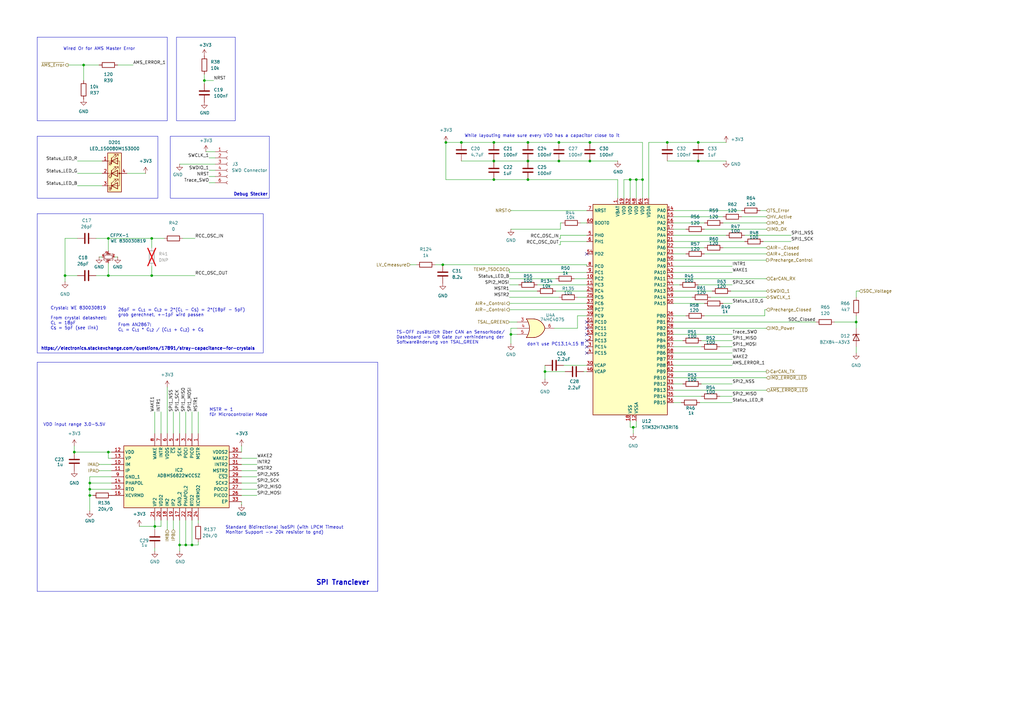
<source format=kicad_sch>
(kicad_sch
	(version 20231120)
	(generator "eeschema")
	(generator_version "8.0")
	(uuid "d4cbd48d-ba2a-4afc-b22e-0d9a16f2e6f3")
	(paper "A3")
	(lib_symbols
		(symbol "74HC4075:74HC4075"
			(pin_names
				(offset 1.016)
			)
			(exclude_from_sim no)
			(in_bom yes)
			(on_board yes)
			(property "Reference" "U"
				(at 0 1.27 0)
				(effects
					(font
						(size 1.27 1.27)
					)
				)
			)
			(property "Value" "74HC4075"
				(at 0 -1.27 0)
				(effects
					(font
						(size 1.27 1.27)
					)
				)
			)
			(property "Footprint" "Package_SO:TSSOP-14_4.4x5mm_P0.65mm"
				(at 2.54 -27.94 0)
				(effects
					(font
						(size 1.27 1.27)
					)
					(hide yes)
				)
			)
			(property "Datasheet" "https://www.ti.com/lit/ds/symlink/cd54hc4075.pdf?ts=1705677999042&ref_url=https%253A%252F%252Fwww.google.com%252F"
				(at 2.54 -25.4 0)
				(effects
					(font
						(size 1.27 1.27)
					)
					(hide yes)
				)
			)
			(property "Description" "Triple 3-input OR"
				(at 0 0 0)
				(effects
					(font
						(size 1.27 1.27)
					)
					(hide yes)
				)
			)
			(property "ki_locked" ""
				(at 0 0 0)
				(effects
					(font
						(size 1.27 1.27)
					)
				)
			)
			(property "ki_keywords" "TTL Or3"
				(at 0 0 0)
				(effects
					(font
						(size 1.27 1.27)
					)
					(hide yes)
				)
			)
			(property "ki_fp_filters" "DIP*W7.62mm*"
				(at 0 0 0)
				(effects
					(font
						(size 1.27 1.27)
					)
					(hide yes)
				)
			)
			(symbol "74HC4075_1_1"
				(arc
					(start -3.81 -3.81)
					(mid -2.589 0)
					(end -3.81 3.81)
					(stroke
						(width 0.254)
						(type default)
					)
					(fill
						(type none)
					)
				)
				(arc
					(start -0.6096 -3.81)
					(mid 2.1842 -2.5851)
					(end 3.81 0)
					(stroke
						(width 0.254)
						(type default)
					)
					(fill
						(type background)
					)
				)
				(polyline
					(pts
						(xy -3.81 -3.81) (xy -0.635 -3.81)
					)
					(stroke
						(width 0.254)
						(type default)
					)
					(fill
						(type background)
					)
				)
				(polyline
					(pts
						(xy -3.81 3.81) (xy -0.635 3.81)
					)
					(stroke
						(width 0.254)
						(type default)
					)
					(fill
						(type background)
					)
				)
				(polyline
					(pts
						(xy -0.635 3.81) (xy -3.81 3.81) (xy -3.81 3.81) (xy -3.556 3.4036) (xy -3.0226 2.2606) (xy -2.6924 1.0414)
						(xy -2.6162 -0.254) (xy -2.7686 -1.4986) (xy -3.175 -2.7178) (xy -3.81 -3.81) (xy -3.81 -3.81)
						(xy -0.635 -3.81)
					)
					(stroke
						(width -25.4)
						(type default)
					)
					(fill
						(type background)
					)
				)
				(arc
					(start 3.81 0)
					(mid 2.1915 2.5936)
					(end -0.6096 3.81)
					(stroke
						(width 0.254)
						(type default)
					)
					(fill
						(type background)
					)
				)
				(pin input line
					(at -7.62 2.54 0)
					(length 4.318)
					(name "~"
						(effects
							(font
								(size 1.27 1.27)
							)
						)
					)
					(number "3"
						(effects
							(font
								(size 1.27 1.27)
							)
						)
					)
				)
				(pin input line
					(at -7.62 0 0)
					(length 4.953)
					(name "~"
						(effects
							(font
								(size 1.27 1.27)
							)
						)
					)
					(number "4"
						(effects
							(font
								(size 1.27 1.27)
							)
						)
					)
				)
				(pin input line
					(at -7.62 -2.54 0)
					(length 4.318)
					(name "~"
						(effects
							(font
								(size 1.27 1.27)
							)
						)
					)
					(number "5"
						(effects
							(font
								(size 1.27 1.27)
							)
						)
					)
				)
				(pin output line
					(at 7.62 0 180)
					(length 3.81)
					(name "~"
						(effects
							(font
								(size 1.27 1.27)
							)
						)
					)
					(number "6"
						(effects
							(font
								(size 1.27 1.27)
							)
						)
					)
				)
			)
			(symbol "74HC4075_1_2"
				(arc
					(start 0 -3.81)
					(mid 3.7934 0)
					(end 0 3.81)
					(stroke
						(width 0.254)
						(type default)
					)
					(fill
						(type background)
					)
				)
				(polyline
					(pts
						(xy 0 3.81) (xy -3.81 3.81) (xy -3.81 -3.81) (xy 0 -3.81)
					)
					(stroke
						(width 0.254)
						(type default)
					)
					(fill
						(type background)
					)
				)
				(pin input inverted
					(at -7.62 2.54 0)
					(length 3.81)
					(name "~"
						(effects
							(font
								(size 1.27 1.27)
							)
						)
					)
					(number "1"
						(effects
							(font
								(size 1.27 1.27)
							)
						)
					)
				)
				(pin output line
					(at 7.62 0 180)
					(length 3.81)
					(name "~"
						(effects
							(font
								(size 1.27 1.27)
							)
						)
					)
					(number "12"
						(effects
							(font
								(size 1.27 1.27)
							)
						)
					)
				)
				(pin input inverted
					(at -7.62 -2.54 0)
					(length 3.81)
					(name "~"
						(effects
							(font
								(size 1.27 1.27)
							)
						)
					)
					(number "13"
						(effects
							(font
								(size 1.27 1.27)
							)
						)
					)
				)
				(pin input inverted
					(at -7.62 0 0)
					(length 3.81)
					(name "~"
						(effects
							(font
								(size 1.27 1.27)
							)
						)
					)
					(number "2"
						(effects
							(font
								(size 1.27 1.27)
							)
						)
					)
				)
			)
			(symbol "74HC4075_2_1"
				(arc
					(start -3.81 -3.81)
					(mid -2.589 0)
					(end -3.81 3.81)
					(stroke
						(width 0.254)
						(type default)
					)
					(fill
						(type none)
					)
				)
				(arc
					(start -0.6096 -3.81)
					(mid 2.1842 -2.5851)
					(end 3.81 0)
					(stroke
						(width 0.254)
						(type default)
					)
					(fill
						(type background)
					)
				)
				(polyline
					(pts
						(xy -3.81 -3.81) (xy -0.635 -3.81)
					)
					(stroke
						(width 0.254)
						(type default)
					)
					(fill
						(type background)
					)
				)
				(polyline
					(pts
						(xy -3.81 3.81) (xy -0.635 3.81)
					)
					(stroke
						(width 0.254)
						(type default)
					)
					(fill
						(type background)
					)
				)
				(polyline
					(pts
						(xy -0.635 3.81) (xy -3.81 3.81) (xy -3.81 3.81) (xy -3.556 3.4036) (xy -3.0226 2.2606) (xy -2.6924 1.0414)
						(xy -2.6162 -0.254) (xy -2.7686 -1.4986) (xy -3.175 -2.7178) (xy -3.81 -3.81) (xy -3.81 -3.81)
						(xy -0.635 -3.81)
					)
					(stroke
						(width -25.4)
						(type default)
					)
					(fill
						(type background)
					)
				)
				(arc
					(start 3.81 0)
					(mid 2.1915 2.5936)
					(end -0.6096 3.81)
					(stroke
						(width 0.254)
						(type default)
					)
					(fill
						(type background)
					)
				)
				(pin input line
					(at -7.62 2.54 0)
					(length 4.318)
					(name "~"
						(effects
							(font
								(size 1.27 1.27)
							)
						)
					)
					(number "1"
						(effects
							(font
								(size 1.27 1.27)
							)
						)
					)
				)
				(pin input line
					(at -7.62 0 0)
					(length 4.953)
					(name "~"
						(effects
							(font
								(size 1.27 1.27)
							)
						)
					)
					(number "2"
						(effects
							(font
								(size 1.27 1.27)
							)
						)
					)
				)
				(pin input line
					(at -7.62 -2.54 0)
					(length 4.318)
					(name ""
						(effects
							(font
								(size 1.27 1.27)
							)
						)
					)
					(number "8"
						(effects
							(font
								(size 1.27 1.27)
							)
						)
					)
				)
				(pin output line
					(at 7.62 0 180)
					(length 3.81)
					(name "~"
						(effects
							(font
								(size 1.27 1.27)
							)
						)
					)
					(number "9"
						(effects
							(font
								(size 1.27 1.27)
							)
						)
					)
				)
			)
			(symbol "74HC4075_2_2"
				(arc
					(start 0 -3.81)
					(mid 3.7934 0)
					(end 0 3.81)
					(stroke
						(width 0.254)
						(type default)
					)
					(fill
						(type background)
					)
				)
				(polyline
					(pts
						(xy 0 3.81) (xy -3.81 3.81) (xy -3.81 -3.81) (xy 0 -3.81)
					)
					(stroke
						(width 0.254)
						(type default)
					)
					(fill
						(type background)
					)
				)
				(pin input inverted
					(at -7.62 2.54 0)
					(length 3.81)
					(name "~"
						(effects
							(font
								(size 1.27 1.27)
							)
						)
					)
					(number "3"
						(effects
							(font
								(size 1.27 1.27)
							)
						)
					)
				)
				(pin input inverted
					(at -7.62 0 0)
					(length 3.81)
					(name "~"
						(effects
							(font
								(size 1.27 1.27)
							)
						)
					)
					(number "4"
						(effects
							(font
								(size 1.27 1.27)
							)
						)
					)
				)
				(pin input inverted
					(at -7.62 -2.54 0)
					(length 3.81)
					(name "~"
						(effects
							(font
								(size 1.27 1.27)
							)
						)
					)
					(number "5"
						(effects
							(font
								(size 1.27 1.27)
							)
						)
					)
				)
				(pin output line
					(at 7.62 0 180)
					(length 3.81)
					(name "~"
						(effects
							(font
								(size 1.27 1.27)
							)
						)
					)
					(number "6"
						(effects
							(font
								(size 1.27 1.27)
							)
						)
					)
				)
			)
			(symbol "74HC4075_3_1"
				(arc
					(start -3.81 -3.81)
					(mid -2.589 0)
					(end -3.81 3.81)
					(stroke
						(width 0.254)
						(type default)
					)
					(fill
						(type none)
					)
				)
				(arc
					(start -0.6096 -3.81)
					(mid 2.1842 -2.5851)
					(end 3.81 0)
					(stroke
						(width 0.254)
						(type default)
					)
					(fill
						(type background)
					)
				)
				(polyline
					(pts
						(xy -3.81 -3.81) (xy -0.635 -3.81)
					)
					(stroke
						(width 0.254)
						(type default)
					)
					(fill
						(type background)
					)
				)
				(polyline
					(pts
						(xy -3.81 3.81) (xy -0.635 3.81)
					)
					(stroke
						(width 0.254)
						(type default)
					)
					(fill
						(type background)
					)
				)
				(polyline
					(pts
						(xy -0.635 3.81) (xy -3.81 3.81) (xy -3.81 3.81) (xy -3.556 3.4036) (xy -3.0226 2.2606) (xy -2.6924 1.0414)
						(xy -2.6162 -0.254) (xy -2.7686 -1.4986) (xy -3.175 -2.7178) (xy -3.81 -3.81) (xy -3.81 -3.81)
						(xy -0.635 -3.81)
					)
					(stroke
						(width -25.4)
						(type default)
					)
					(fill
						(type background)
					)
				)
				(arc
					(start 3.81 0)
					(mid 2.1915 2.5936)
					(end -0.6096 3.81)
					(stroke
						(width 0.254)
						(type default)
					)
					(fill
						(type background)
					)
				)
				(pin output line
					(at 7.62 0 180)
					(length 3.81)
					(name "~"
						(effects
							(font
								(size 1.27 1.27)
							)
						)
					)
					(number "10"
						(effects
							(font
								(size 1.27 1.27)
							)
						)
					)
				)
				(pin input line
					(at -7.62 2.54 0)
					(length 4.318)
					(name "~"
						(effects
							(font
								(size 1.27 1.27)
							)
						)
					)
					(number "11"
						(effects
							(font
								(size 1.27 1.27)
							)
						)
					)
				)
				(pin input line
					(at -7.62 0 0)
					(length 4.953)
					(name "~"
						(effects
							(font
								(size 1.27 1.27)
							)
						)
					)
					(number "12"
						(effects
							(font
								(size 1.27 1.27)
							)
						)
					)
				)
				(pin input line
					(at -7.62 -2.54 0)
					(length 4.318)
					(name "~"
						(effects
							(font
								(size 1.27 1.27)
							)
						)
					)
					(number "13"
						(effects
							(font
								(size 1.27 1.27)
							)
						)
					)
				)
			)
			(symbol "74HC4075_3_2"
				(arc
					(start 0 -3.81)
					(mid 3.7934 0)
					(end 0 3.81)
					(stroke
						(width 0.254)
						(type default)
					)
					(fill
						(type background)
					)
				)
				(polyline
					(pts
						(xy 0 3.81) (xy -3.81 3.81) (xy -3.81 -3.81) (xy 0 -3.81)
					)
					(stroke
						(width 0.254)
						(type default)
					)
					(fill
						(type background)
					)
				)
				(pin input inverted
					(at -7.62 0 0)
					(length 3.81)
					(name "~"
						(effects
							(font
								(size 1.27 1.27)
							)
						)
					)
					(number "10"
						(effects
							(font
								(size 1.27 1.27)
							)
						)
					)
				)
				(pin input inverted
					(at -7.62 -2.54 0)
					(length 3.81)
					(name "~"
						(effects
							(font
								(size 1.27 1.27)
							)
						)
					)
					(number "11"
						(effects
							(font
								(size 1.27 1.27)
							)
						)
					)
				)
				(pin output line
					(at 7.62 0 180)
					(length 3.81)
					(name "~"
						(effects
							(font
								(size 1.27 1.27)
							)
						)
					)
					(number "8"
						(effects
							(font
								(size 1.27 1.27)
							)
						)
					)
				)
				(pin input inverted
					(at -7.62 2.54 0)
					(length 3.81)
					(name "~"
						(effects
							(font
								(size 1.27 1.27)
							)
						)
					)
					(number "9"
						(effects
							(font
								(size 1.27 1.27)
							)
						)
					)
				)
			)
			(symbol "74HC4075_4_0"
				(pin power_in line
					(at 0 12.7 270)
					(length 5.08)
					(name "VCC"
						(effects
							(font
								(size 1.27 1.27)
							)
						)
					)
					(number "14"
						(effects
							(font
								(size 1.27 1.27)
							)
						)
					)
				)
				(pin power_in line
					(at 0 -12.7 90)
					(length 5.08)
					(name "GND"
						(effects
							(font
								(size 1.27 1.27)
							)
						)
					)
					(number "7"
						(effects
							(font
								(size 1.27 1.27)
							)
						)
					)
				)
			)
			(symbol "74HC4075_4_1"
				(rectangle
					(start -5.08 7.62)
					(end 5.08 -7.62)
					(stroke
						(width 0.254)
						(type default)
					)
					(fill
						(type background)
					)
				)
			)
		)
		(symbol "ADBMS6822WCCSZ_1"
			(exclude_from_sim no)
			(in_bom yes)
			(on_board yes)
			(property "Reference" "IC"
				(at 31.75 17.78 0)
				(effects
					(font
						(size 1.27 1.27)
					)
					(justify left top)
				)
			)
			(property "Value" "ADBMS6822WCCSZ"
				(at 31.75 15.24 0)
				(effects
					(font
						(size 1.27 1.27)
					)
					(justify left top)
				)
			)
			(property "Footprint" "QFN50P500X500X80-33N-D"
				(at 31.75 -84.76 0)
				(effects
					(font
						(size 1.27 1.27)
					)
					(justify left top)
					(hide yes)
				)
			)
			(property "Datasheet" "https://www.analog.com/ADBMS6822/datasheet"
				(at 31.75 -184.76 0)
				(effects
					(font
						(size 1.27 1.27)
					)
					(justify left top)
					(hide yes)
				)
			)
			(property "Description" " Up to 2 Mbps isolated bidirectional serial data communications  Drop in compatible: single (ADBMS6821) and dual (ADBMS6822)  Fully independent dual transceivers (ADBMS6822)  Simple galvanic isolation using capacitors or transformers  Bidirectional interface over a single twisted pair  Supports cable lengths up to 100 meters  Very low EMI susceptibility and emissions  LPCM support for ADBMS battery monitors  Interrupt output for LPCM system wake-up  4 Mbps unidirectional mode  Requires"
				(at 0 0 0)
				(effects
					(font
						(size 1.27 1.27)
					)
					(hide yes)
				)
			)
			(property "Height" "0.8"
				(at 31.75 -384.76 0)
				(effects
					(font
						(size 1.27 1.27)
					)
					(justify left top)
					(hide yes)
				)
			)
			(property "Manufacturer_Name" "Analog Devices"
				(at 31.75 -484.76 0)
				(effects
					(font
						(size 1.27 1.27)
					)
					(justify left top)
					(hide yes)
				)
			)
			(property "Manufacturer_Part_Number" "ADBMS6822WCCSZ"
				(at 31.75 -584.76 0)
				(effects
					(font
						(size 1.27 1.27)
					)
					(justify left top)
					(hide yes)
				)
			)
			(property "Mouser Part Number" "584-ADBMS6822WCCSZ"
				(at 31.75 -684.76 0)
				(effects
					(font
						(size 1.27 1.27)
					)
					(justify left top)
					(hide yes)
				)
			)
			(property "Mouser Price/Stock" "https://www.mouser.co.uk/ProductDetail/Analog-Devices/ADBMS6822WCCSZ?qs=4ASt3YYao0UVik%252BRUNLybw%3D%3D"
				(at 31.75 -784.76 0)
				(effects
					(font
						(size 1.27 1.27)
					)
					(justify left top)
					(hide yes)
				)
			)
			(property "Arrow Part Number" ""
				(at 31.75 -884.76 0)
				(effects
					(font
						(size 1.27 1.27)
					)
					(justify left top)
					(hide yes)
				)
			)
			(property "Arrow Price/Stock" ""
				(at 31.75 -984.76 0)
				(effects
					(font
						(size 1.27 1.27)
					)
					(justify left top)
					(hide yes)
				)
			)
			(symbol "ADBMS6822WCCSZ_1_1_1"
				(rectangle
					(start 5.08 12.7)
					(end 30.48 -30.48)
					(stroke
						(width 0.254)
						(type default)
					)
					(fill
						(type background)
					)
				)
				(pin passive line
					(at 0 0 0)
					(length 5.08)
					(name "MSTR"
						(effects
							(font
								(size 1.27 1.27)
							)
						)
					)
					(number "1"
						(effects
							(font
								(size 1.27 1.27)
							)
						)
					)
				)
				(pin passive line
					(at 12.7 -35.56 90)
					(length 5.08)
					(name "IM"
						(effects
							(font
								(size 1.27 1.27)
							)
						)
					)
					(number "10"
						(effects
							(font
								(size 1.27 1.27)
							)
						)
					)
				)
				(pin passive line
					(at 15.24 -35.56 90)
					(length 5.08)
					(name "IP"
						(effects
							(font
								(size 1.27 1.27)
							)
						)
					)
					(number "11"
						(effects
							(font
								(size 1.27 1.27)
							)
						)
					)
				)
				(pin passive line
					(at 7.62 -35.56 90)
					(length 5.08)
					(name "VDD"
						(effects
							(font
								(size 1.27 1.27)
							)
						)
					)
					(number "12"
						(effects
							(font
								(size 1.27 1.27)
							)
						)
					)
				)
				(pin passive line
					(at 10.16 -35.56 90)
					(length 5.08)
					(name "VP"
						(effects
							(font
								(size 1.27 1.27)
							)
						)
					)
					(number "13"
						(effects
							(font
								(size 1.27 1.27)
							)
						)
					)
				)
				(pin passive line
					(at 20.32 -35.56 90)
					(length 5.08)
					(name "PHAPOL"
						(effects
							(font
								(size 1.27 1.27)
							)
						)
					)
					(number "14"
						(effects
							(font
								(size 1.27 1.27)
							)
						)
					)
				)
				(pin passive line
					(at 22.86 -35.56 90)
					(length 5.08)
					(name "RTO"
						(effects
							(font
								(size 1.27 1.27)
							)
						)
					)
					(number "15"
						(effects
							(font
								(size 1.27 1.27)
							)
						)
					)
				)
				(pin passive line
					(at 25.4 -35.56 90)
					(length 5.08)
					(name "XCVRMD"
						(effects
							(font
								(size 1.27 1.27)
							)
						)
					)
					(number "16"
						(effects
							(font
								(size 1.27 1.27)
							)
						)
					)
				)
				(pin passive line
					(at 35.56 -7.62 180)
					(length 5.08)
					(name "GND_2"
						(effects
							(font
								(size 1.27 1.27)
							)
						)
					)
					(number "17"
						(effects
							(font
								(size 1.27 1.27)
							)
						)
					)
				)
				(pin passive line
					(at 35.56 -12.7 180)
					(length 5.08)
					(name "IM2"
						(effects
							(font
								(size 1.27 1.27)
							)
						)
					)
					(number "18"
						(effects
							(font
								(size 1.27 1.27)
							)
						)
					)
				)
				(pin passive line
					(at 35.56 -10.16 180)
					(length 5.08)
					(name "IP2"
						(effects
							(font
								(size 1.27 1.27)
							)
						)
					)
					(number "19"
						(effects
							(font
								(size 1.27 1.27)
							)
						)
					)
				)
				(pin passive line
					(at 0 -2.54 0)
					(length 5.08)
					(name "PICO"
						(effects
							(font
								(size 1.27 1.27)
							)
						)
					)
					(number "2"
						(effects
							(font
								(size 1.27 1.27)
							)
						)
					)
				)
				(pin passive line
					(at 35.56 -15.24 180)
					(length 5.08)
					(name "VDD2"
						(effects
							(font
								(size 1.27 1.27)
							)
						)
					)
					(number "20"
						(effects
							(font
								(size 1.27 1.27)
							)
						)
					)
				)
				(pin passive line
					(at 35.56 -17.78 180)
					(length 5.08)
					(name "VP2"
						(effects
							(font
								(size 1.27 1.27)
							)
						)
					)
					(number "21"
						(effects
							(font
								(size 1.27 1.27)
							)
						)
					)
				)
				(pin passive line
					(at 35.56 -5.08 180)
					(length 5.08)
					(name "PHAPOL2"
						(effects
							(font
								(size 1.27 1.27)
							)
						)
					)
					(number "22"
						(effects
							(font
								(size 1.27 1.27)
							)
						)
					)
				)
				(pin passive line
					(at 35.56 -2.54 180)
					(length 5.08)
					(name "RTO2"
						(effects
							(font
								(size 1.27 1.27)
							)
						)
					)
					(number "23"
						(effects
							(font
								(size 1.27 1.27)
							)
						)
					)
				)
				(pin passive line
					(at 35.56 0 180)
					(length 5.08)
					(name "XCVRMD2"
						(effects
							(font
								(size 1.27 1.27)
							)
						)
					)
					(number "24"
						(effects
							(font
								(size 1.27 1.27)
							)
						)
					)
				)
				(pin passive line
					(at 15.24 17.78 270)
					(length 5.08)
					(name "MSTR2"
						(effects
							(font
								(size 1.27 1.27)
							)
						)
					)
					(number "25"
						(effects
							(font
								(size 1.27 1.27)
							)
						)
					)
				)
				(pin passive line
					(at 25.4 17.78 270)
					(length 5.08)
					(name "PICO2"
						(effects
							(font
								(size 1.27 1.27)
							)
						)
					)
					(number "26"
						(effects
							(font
								(size 1.27 1.27)
							)
						)
					)
				)
				(pin passive line
					(at 22.86 17.78 270)
					(length 5.08)
					(name "POCI2"
						(effects
							(font
								(size 1.27 1.27)
							)
						)
					)
					(number "27"
						(effects
							(font
								(size 1.27 1.27)
							)
						)
					)
				)
				(pin passive line
					(at 20.32 17.78 270)
					(length 5.08)
					(name "SCK2"
						(effects
							(font
								(size 1.27 1.27)
							)
						)
					)
					(number "28"
						(effects
							(font
								(size 1.27 1.27)
							)
						)
					)
				)
				(pin passive line
					(at 17.78 17.78 270)
					(length 5.08)
					(name "~{CS2}"
						(effects
							(font
								(size 1.27 1.27)
							)
						)
					)
					(number "29"
						(effects
							(font
								(size 1.27 1.27)
							)
						)
					)
				)
				(pin passive line
					(at 0 -5.08 0)
					(length 5.08)
					(name "POCI"
						(effects
							(font
								(size 1.27 1.27)
							)
						)
					)
					(number "3"
						(effects
							(font
								(size 1.27 1.27)
							)
						)
					)
				)
				(pin passive line
					(at 7.62 17.78 270)
					(length 5.08)
					(name "VDDS2"
						(effects
							(font
								(size 1.27 1.27)
							)
						)
					)
					(number "30"
						(effects
							(font
								(size 1.27 1.27)
							)
						)
					)
				)
				(pin passive line
					(at 12.7 17.78 270)
					(length 5.08)
					(name "INTR2"
						(effects
							(font
								(size 1.27 1.27)
							)
						)
					)
					(number "31"
						(effects
							(font
								(size 1.27 1.27)
							)
						)
					)
				)
				(pin passive line
					(at 10.16 17.78 270)
					(length 5.08)
					(name "WAKE2"
						(effects
							(font
								(size 1.27 1.27)
							)
						)
					)
					(number "32"
						(effects
							(font
								(size 1.27 1.27)
							)
						)
					)
				)
				(pin passive line
					(at 27.94 17.78 270)
					(length 5.08)
					(name "EP"
						(effects
							(font
								(size 1.27 1.27)
							)
						)
					)
					(number "33"
						(effects
							(font
								(size 1.27 1.27)
							)
						)
					)
				)
				(pin passive line
					(at 0 -7.62 0)
					(length 5.08)
					(name "SCK"
						(effects
							(font
								(size 1.27 1.27)
							)
						)
					)
					(number "4"
						(effects
							(font
								(size 1.27 1.27)
							)
						)
					)
				)
				(pin passive line
					(at 0 -10.16 0)
					(length 5.08)
					(name "~{CS}"
						(effects
							(font
								(size 1.27 1.27)
							)
						)
					)
					(number "5"
						(effects
							(font
								(size 1.27 1.27)
							)
						)
					)
				)
				(pin passive line
					(at 0 -12.7 0)
					(length 5.08)
					(name "VDDS"
						(effects
							(font
								(size 1.27 1.27)
							)
						)
					)
					(number "6"
						(effects
							(font
								(size 1.27 1.27)
							)
						)
					)
				)
				(pin passive line
					(at 0 -15.24 0)
					(length 5.08)
					(name "INTR"
						(effects
							(font
								(size 1.27 1.27)
							)
						)
					)
					(number "7"
						(effects
							(font
								(size 1.27 1.27)
							)
						)
					)
				)
				(pin passive line
					(at 0 -17.78 0)
					(length 5.08)
					(name "WAKE"
						(effects
							(font
								(size 1.27 1.27)
							)
						)
					)
					(number "8"
						(effects
							(font
								(size 1.27 1.27)
							)
						)
					)
				)
				(pin passive line
					(at 17.78 -35.56 90)
					(length 5.08)
					(name "GND_1"
						(effects
							(font
								(size 1.27 1.27)
							)
						)
					)
					(number "9"
						(effects
							(font
								(size 1.27 1.27)
							)
						)
					)
				)
			)
		)
		(symbol "Connector:Conn_01x06_Female"
			(pin_names
				(offset 1.016) hide)
			(exclude_from_sim no)
			(in_bom yes)
			(on_board yes)
			(property "Reference" "J"
				(at 0 7.62 0)
				(effects
					(font
						(size 1.27 1.27)
					)
				)
			)
			(property "Value" "Conn_01x06_Female"
				(at 0 -10.16 0)
				(effects
					(font
						(size 1.27 1.27)
					)
				)
			)
			(property "Footprint" ""
				(at 0 0 0)
				(effects
					(font
						(size 1.27 1.27)
					)
					(hide yes)
				)
			)
			(property "Datasheet" "~"
				(at 0 0 0)
				(effects
					(font
						(size 1.27 1.27)
					)
					(hide yes)
				)
			)
			(property "Description" "Generic connector, single row, 01x06, script generated (kicad-library-utils/schlib/autogen/connector/)"
				(at 0 0 0)
				(effects
					(font
						(size 1.27 1.27)
					)
					(hide yes)
				)
			)
			(property "ki_keywords" "connector"
				(at 0 0 0)
				(effects
					(font
						(size 1.27 1.27)
					)
					(hide yes)
				)
			)
			(property "ki_fp_filters" "Connector*:*_1x??_*"
				(at 0 0 0)
				(effects
					(font
						(size 1.27 1.27)
					)
					(hide yes)
				)
			)
			(symbol "Conn_01x06_Female_1_1"
				(arc
					(start 0 -7.112)
					(mid -0.5058 -7.62)
					(end 0 -8.128)
					(stroke
						(width 0.1524)
						(type default)
					)
					(fill
						(type none)
					)
				)
				(arc
					(start 0 -4.572)
					(mid -0.5058 -5.08)
					(end 0 -5.588)
					(stroke
						(width 0.1524)
						(type default)
					)
					(fill
						(type none)
					)
				)
				(arc
					(start 0 -2.032)
					(mid -0.5058 -2.54)
					(end 0 -3.048)
					(stroke
						(width 0.1524)
						(type default)
					)
					(fill
						(type none)
					)
				)
				(polyline
					(pts
						(xy -1.27 -7.62) (xy -0.508 -7.62)
					)
					(stroke
						(width 0.1524)
						(type default)
					)
					(fill
						(type none)
					)
				)
				(polyline
					(pts
						(xy -1.27 -5.08) (xy -0.508 -5.08)
					)
					(stroke
						(width 0.1524)
						(type default)
					)
					(fill
						(type none)
					)
				)
				(polyline
					(pts
						(xy -1.27 -2.54) (xy -0.508 -2.54)
					)
					(stroke
						(width 0.1524)
						(type default)
					)
					(fill
						(type none)
					)
				)
				(polyline
					(pts
						(xy -1.27 0) (xy -0.508 0)
					)
					(stroke
						(width 0.1524)
						(type default)
					)
					(fill
						(type none)
					)
				)
				(polyline
					(pts
						(xy -1.27 2.54) (xy -0.508 2.54)
					)
					(stroke
						(width 0.1524)
						(type default)
					)
					(fill
						(type none)
					)
				)
				(polyline
					(pts
						(xy -1.27 5.08) (xy -0.508 5.08)
					)
					(stroke
						(width 0.1524)
						(type default)
					)
					(fill
						(type none)
					)
				)
				(arc
					(start 0 0.508)
					(mid -0.5058 0)
					(end 0 -0.508)
					(stroke
						(width 0.1524)
						(type default)
					)
					(fill
						(type none)
					)
				)
				(arc
					(start 0 3.048)
					(mid -0.5058 2.54)
					(end 0 2.032)
					(stroke
						(width 0.1524)
						(type default)
					)
					(fill
						(type none)
					)
				)
				(arc
					(start 0 5.588)
					(mid -0.5058 5.08)
					(end 0 4.572)
					(stroke
						(width 0.1524)
						(type default)
					)
					(fill
						(type none)
					)
				)
				(pin passive line
					(at -5.08 5.08 0)
					(length 3.81)
					(name "Pin_1"
						(effects
							(font
								(size 1.27 1.27)
							)
						)
					)
					(number "1"
						(effects
							(font
								(size 1.27 1.27)
							)
						)
					)
				)
				(pin passive line
					(at -5.08 2.54 0)
					(length 3.81)
					(name "Pin_2"
						(effects
							(font
								(size 1.27 1.27)
							)
						)
					)
					(number "2"
						(effects
							(font
								(size 1.27 1.27)
							)
						)
					)
				)
				(pin passive line
					(at -5.08 0 0)
					(length 3.81)
					(name "Pin_3"
						(effects
							(font
								(size 1.27 1.27)
							)
						)
					)
					(number "3"
						(effects
							(font
								(size 1.27 1.27)
							)
						)
					)
				)
				(pin passive line
					(at -5.08 -2.54 0)
					(length 3.81)
					(name "Pin_4"
						(effects
							(font
								(size 1.27 1.27)
							)
						)
					)
					(number "4"
						(effects
							(font
								(size 1.27 1.27)
							)
						)
					)
				)
				(pin passive line
					(at -5.08 -5.08 0)
					(length 3.81)
					(name "Pin_5"
						(effects
							(font
								(size 1.27 1.27)
							)
						)
					)
					(number "5"
						(effects
							(font
								(size 1.27 1.27)
							)
						)
					)
				)
				(pin passive line
					(at -5.08 -7.62 0)
					(length 3.81)
					(name "Pin_6"
						(effects
							(font
								(size 1.27 1.27)
							)
						)
					)
					(number "6"
						(effects
							(font
								(size 1.27 1.27)
							)
						)
					)
				)
			)
		)
		(symbol "Device:C"
			(pin_numbers hide)
			(pin_names
				(offset 0.254)
			)
			(exclude_from_sim no)
			(in_bom yes)
			(on_board yes)
			(property "Reference" "C"
				(at 0.635 2.54 0)
				(effects
					(font
						(size 1.27 1.27)
					)
					(justify left)
				)
			)
			(property "Value" "C"
				(at 0.635 -2.54 0)
				(effects
					(font
						(size 1.27 1.27)
					)
					(justify left)
				)
			)
			(property "Footprint" ""
				(at 0.9652 -3.81 0)
				(effects
					(font
						(size 1.27 1.27)
					)
					(hide yes)
				)
			)
			(property "Datasheet" "~"
				(at 0 0 0)
				(effects
					(font
						(size 1.27 1.27)
					)
					(hide yes)
				)
			)
			(property "Description" "Unpolarized capacitor"
				(at 0 0 0)
				(effects
					(font
						(size 1.27 1.27)
					)
					(hide yes)
				)
			)
			(property "ki_keywords" "cap capacitor"
				(at 0 0 0)
				(effects
					(font
						(size 1.27 1.27)
					)
					(hide yes)
				)
			)
			(property "ki_fp_filters" "C_*"
				(at 0 0 0)
				(effects
					(font
						(size 1.27 1.27)
					)
					(hide yes)
				)
			)
			(symbol "C_0_1"
				(polyline
					(pts
						(xy -2.032 -0.762) (xy 2.032 -0.762)
					)
					(stroke
						(width 0.508)
						(type default)
					)
					(fill
						(type none)
					)
				)
				(polyline
					(pts
						(xy -2.032 0.762) (xy 2.032 0.762)
					)
					(stroke
						(width 0.508)
						(type default)
					)
					(fill
						(type none)
					)
				)
			)
			(symbol "C_1_1"
				(pin passive line
					(at 0 3.81 270)
					(length 2.794)
					(name "~"
						(effects
							(font
								(size 1.27 1.27)
							)
						)
					)
					(number "1"
						(effects
							(font
								(size 1.27 1.27)
							)
						)
					)
				)
				(pin passive line
					(at 0 -3.81 90)
					(length 2.794)
					(name "~"
						(effects
							(font
								(size 1.27 1.27)
							)
						)
					)
					(number "2"
						(effects
							(font
								(size 1.27 1.27)
							)
						)
					)
				)
			)
		)
		(symbol "Device:Crystal_GND24_Small"
			(pin_names
				(offset 1.016) hide)
			(exclude_from_sim no)
			(in_bom yes)
			(on_board yes)
			(property "Reference" "Y"
				(at 1.27 4.445 0)
				(effects
					(font
						(size 1.27 1.27)
					)
					(justify left)
				)
			)
			(property "Value" "Crystal_GND24_Small"
				(at 1.27 2.54 0)
				(effects
					(font
						(size 1.27 1.27)
					)
					(justify left)
				)
			)
			(property "Footprint" ""
				(at 0 0 0)
				(effects
					(font
						(size 1.27 1.27)
					)
					(hide yes)
				)
			)
			(property "Datasheet" "~"
				(at 0 0 0)
				(effects
					(font
						(size 1.27 1.27)
					)
					(hide yes)
				)
			)
			(property "Description" "Four pin crystal, GND on pins 2 and 4, small symbol"
				(at 0 0 0)
				(effects
					(font
						(size 1.27 1.27)
					)
					(hide yes)
				)
			)
			(property "ki_keywords" "quartz ceramic resonator oscillator"
				(at 0 0 0)
				(effects
					(font
						(size 1.27 1.27)
					)
					(hide yes)
				)
			)
			(property "ki_fp_filters" "Crystal*"
				(at 0 0 0)
				(effects
					(font
						(size 1.27 1.27)
					)
					(hide yes)
				)
			)
			(symbol "Crystal_GND24_Small_0_1"
				(rectangle
					(start -0.762 -1.524)
					(end 0.762 1.524)
					(stroke
						(width 0)
						(type default)
					)
					(fill
						(type none)
					)
				)
				(polyline
					(pts
						(xy -1.27 -0.762) (xy -1.27 0.762)
					)
					(stroke
						(width 0.381)
						(type default)
					)
					(fill
						(type none)
					)
				)
				(polyline
					(pts
						(xy 1.27 -0.762) (xy 1.27 0.762)
					)
					(stroke
						(width 0.381)
						(type default)
					)
					(fill
						(type none)
					)
				)
				(polyline
					(pts
						(xy -1.27 -1.27) (xy -1.27 -1.905) (xy 1.27 -1.905) (xy 1.27 -1.27)
					)
					(stroke
						(width 0)
						(type default)
					)
					(fill
						(type none)
					)
				)
				(polyline
					(pts
						(xy -1.27 1.27) (xy -1.27 1.905) (xy 1.27 1.905) (xy 1.27 1.27)
					)
					(stroke
						(width 0)
						(type default)
					)
					(fill
						(type none)
					)
				)
			)
			(symbol "Crystal_GND24_Small_1_1"
				(pin passive line
					(at -2.54 0 0)
					(length 1.27)
					(name "1"
						(effects
							(font
								(size 1.27 1.27)
							)
						)
					)
					(number "1"
						(effects
							(font
								(size 0.762 0.762)
							)
						)
					)
				)
				(pin passive line
					(at 0 -2.54 90)
					(length 0.635)
					(name "2"
						(effects
							(font
								(size 1.27 1.27)
							)
						)
					)
					(number "2"
						(effects
							(font
								(size 0.762 0.762)
							)
						)
					)
				)
				(pin passive line
					(at 2.54 0 180)
					(length 1.27)
					(name "3"
						(effects
							(font
								(size 1.27 1.27)
							)
						)
					)
					(number "3"
						(effects
							(font
								(size 0.762 0.762)
							)
						)
					)
				)
				(pin passive line
					(at 0 2.54 270)
					(length 0.635)
					(name "4"
						(effects
							(font
								(size 1.27 1.27)
							)
						)
					)
					(number "4"
						(effects
							(font
								(size 0.762 0.762)
							)
						)
					)
				)
			)
		)
		(symbol "Device:LED_RGBA"
			(pin_names
				(offset 0) hide)
			(exclude_from_sim no)
			(in_bom yes)
			(on_board yes)
			(property "Reference" "D"
				(at 0 9.398 0)
				(effects
					(font
						(size 1.27 1.27)
					)
				)
			)
			(property "Value" "LED_RGBA"
				(at 0 -8.89 0)
				(effects
					(font
						(size 1.27 1.27)
					)
				)
			)
			(property "Footprint" ""
				(at 0 -1.27 0)
				(effects
					(font
						(size 1.27 1.27)
					)
					(hide yes)
				)
			)
			(property "Datasheet" "~"
				(at 0 -1.27 0)
				(effects
					(font
						(size 1.27 1.27)
					)
					(hide yes)
				)
			)
			(property "Description" "RGB LED, red/green/blue/anode"
				(at 0 0 0)
				(effects
					(font
						(size 1.27 1.27)
					)
					(hide yes)
				)
			)
			(property "ki_keywords" "LED RGB diode"
				(at 0 0 0)
				(effects
					(font
						(size 1.27 1.27)
					)
					(hide yes)
				)
			)
			(property "ki_fp_filters" "LED* LED_SMD:* LED_THT:*"
				(at 0 0 0)
				(effects
					(font
						(size 1.27 1.27)
					)
					(hide yes)
				)
			)
			(symbol "LED_RGBA_0_0"
				(text "B"
					(at -1.905 -6.35 0)
					(effects
						(font
							(size 1.27 1.27)
						)
					)
				)
				(text "G"
					(at -1.905 -1.27 0)
					(effects
						(font
							(size 1.27 1.27)
						)
					)
				)
				(text "R"
					(at -1.905 3.81 0)
					(effects
						(font
							(size 1.27 1.27)
						)
					)
				)
			)
			(symbol "LED_RGBA_0_1"
				(polyline
					(pts
						(xy -1.27 -5.08) (xy -2.54 -5.08)
					)
					(stroke
						(width 0)
						(type default)
					)
					(fill
						(type none)
					)
				)
				(polyline
					(pts
						(xy -1.27 -5.08) (xy 1.27 -5.08)
					)
					(stroke
						(width 0)
						(type default)
					)
					(fill
						(type none)
					)
				)
				(polyline
					(pts
						(xy -1.27 -3.81) (xy -1.27 -6.35)
					)
					(stroke
						(width 0.254)
						(type default)
					)
					(fill
						(type none)
					)
				)
				(polyline
					(pts
						(xy -1.27 0) (xy -2.54 0)
					)
					(stroke
						(width 0)
						(type default)
					)
					(fill
						(type none)
					)
				)
				(polyline
					(pts
						(xy -1.27 1.27) (xy -1.27 -1.27)
					)
					(stroke
						(width 0.254)
						(type default)
					)
					(fill
						(type none)
					)
				)
				(polyline
					(pts
						(xy -1.27 5.08) (xy -2.54 5.08)
					)
					(stroke
						(width 0)
						(type default)
					)
					(fill
						(type none)
					)
				)
				(polyline
					(pts
						(xy -1.27 5.08) (xy 1.27 5.08)
					)
					(stroke
						(width 0)
						(type default)
					)
					(fill
						(type none)
					)
				)
				(polyline
					(pts
						(xy -1.27 6.35) (xy -1.27 3.81)
					)
					(stroke
						(width 0.254)
						(type default)
					)
					(fill
						(type none)
					)
				)
				(polyline
					(pts
						(xy 1.27 0) (xy -1.27 0)
					)
					(stroke
						(width 0)
						(type default)
					)
					(fill
						(type none)
					)
				)
				(polyline
					(pts
						(xy 1.27 0) (xy 2.54 0)
					)
					(stroke
						(width 0)
						(type default)
					)
					(fill
						(type none)
					)
				)
				(polyline
					(pts
						(xy -1.27 1.27) (xy -1.27 -1.27) (xy -1.27 -1.27)
					)
					(stroke
						(width 0)
						(type default)
					)
					(fill
						(type none)
					)
				)
				(polyline
					(pts
						(xy -1.27 6.35) (xy -1.27 3.81) (xy -1.27 3.81)
					)
					(stroke
						(width 0)
						(type default)
					)
					(fill
						(type none)
					)
				)
				(polyline
					(pts
						(xy 1.27 -5.08) (xy 2.032 -5.08) (xy 2.032 5.08) (xy 1.27 5.08)
					)
					(stroke
						(width 0)
						(type default)
					)
					(fill
						(type none)
					)
				)
				(polyline
					(pts
						(xy 1.27 -3.81) (xy 1.27 -6.35) (xy -1.27 -5.08) (xy 1.27 -3.81)
					)
					(stroke
						(width 0.254)
						(type default)
					)
					(fill
						(type none)
					)
				)
				(polyline
					(pts
						(xy 1.27 1.27) (xy 1.27 -1.27) (xy -1.27 0) (xy 1.27 1.27)
					)
					(stroke
						(width 0.254)
						(type default)
					)
					(fill
						(type none)
					)
				)
				(polyline
					(pts
						(xy 1.27 6.35) (xy 1.27 3.81) (xy -1.27 5.08) (xy 1.27 6.35)
					)
					(stroke
						(width 0.254)
						(type default)
					)
					(fill
						(type none)
					)
				)
				(polyline
					(pts
						(xy -1.016 -3.81) (xy 0.508 -2.286) (xy -0.254 -2.286) (xy 0.508 -2.286) (xy 0.508 -3.048)
					)
					(stroke
						(width 0)
						(type default)
					)
					(fill
						(type none)
					)
				)
				(polyline
					(pts
						(xy -1.016 1.27) (xy 0.508 2.794) (xy -0.254 2.794) (xy 0.508 2.794) (xy 0.508 2.032)
					)
					(stroke
						(width 0)
						(type default)
					)
					(fill
						(type none)
					)
				)
				(polyline
					(pts
						(xy -1.016 6.35) (xy 0.508 7.874) (xy -0.254 7.874) (xy 0.508 7.874) (xy 0.508 7.112)
					)
					(stroke
						(width 0)
						(type default)
					)
					(fill
						(type none)
					)
				)
				(polyline
					(pts
						(xy 0 -3.81) (xy 1.524 -2.286) (xy 0.762 -2.286) (xy 1.524 -2.286) (xy 1.524 -3.048)
					)
					(stroke
						(width 0)
						(type default)
					)
					(fill
						(type none)
					)
				)
				(polyline
					(pts
						(xy 0 1.27) (xy 1.524 2.794) (xy 0.762 2.794) (xy 1.524 2.794) (xy 1.524 2.032)
					)
					(stroke
						(width 0)
						(type default)
					)
					(fill
						(type none)
					)
				)
				(polyline
					(pts
						(xy 0 6.35) (xy 1.524 7.874) (xy 0.762 7.874) (xy 1.524 7.874) (xy 1.524 7.112)
					)
					(stroke
						(width 0)
						(type default)
					)
					(fill
						(type none)
					)
				)
				(rectangle
					(start 1.27 -1.27)
					(end 1.27 1.27)
					(stroke
						(width 0)
						(type default)
					)
					(fill
						(type none)
					)
				)
				(rectangle
					(start 1.27 1.27)
					(end 1.27 1.27)
					(stroke
						(width 0)
						(type default)
					)
					(fill
						(type none)
					)
				)
				(rectangle
					(start 1.27 3.81)
					(end 1.27 6.35)
					(stroke
						(width 0)
						(type default)
					)
					(fill
						(type none)
					)
				)
				(rectangle
					(start 1.27 6.35)
					(end 1.27 6.35)
					(stroke
						(width 0)
						(type default)
					)
					(fill
						(type none)
					)
				)
				(circle
					(center 2.032 0)
					(radius 0.254)
					(stroke
						(width 0)
						(type default)
					)
					(fill
						(type outline)
					)
				)
				(rectangle
					(start 2.794 8.382)
					(end -2.794 -7.62)
					(stroke
						(width 0.254)
						(type default)
					)
					(fill
						(type background)
					)
				)
			)
			(symbol "LED_RGBA_1_1"
				(pin passive line
					(at -5.08 5.08 0)
					(length 2.54)
					(name "RK"
						(effects
							(font
								(size 1.27 1.27)
							)
						)
					)
					(number "1"
						(effects
							(font
								(size 1.27 1.27)
							)
						)
					)
				)
				(pin passive line
					(at -5.08 0 0)
					(length 2.54)
					(name "GK"
						(effects
							(font
								(size 1.27 1.27)
							)
						)
					)
					(number "2"
						(effects
							(font
								(size 1.27 1.27)
							)
						)
					)
				)
				(pin passive line
					(at -5.08 -5.08 0)
					(length 2.54)
					(name "BK"
						(effects
							(font
								(size 1.27 1.27)
							)
						)
					)
					(number "3"
						(effects
							(font
								(size 1.27 1.27)
							)
						)
					)
				)
				(pin passive line
					(at 5.08 0 180)
					(length 2.54)
					(name "A"
						(effects
							(font
								(size 1.27 1.27)
							)
						)
					)
					(number "4"
						(effects
							(font
								(size 1.27 1.27)
							)
						)
					)
				)
			)
		)
		(symbol "Device:R"
			(pin_numbers hide)
			(pin_names
				(offset 0)
			)
			(exclude_from_sim no)
			(in_bom yes)
			(on_board yes)
			(property "Reference" "R"
				(at 2.032 0 90)
				(effects
					(font
						(size 1.27 1.27)
					)
				)
			)
			(property "Value" "R"
				(at 0 0 90)
				(effects
					(font
						(size 1.27 1.27)
					)
				)
			)
			(property "Footprint" ""
				(at -1.778 0 90)
				(effects
					(font
						(size 1.27 1.27)
					)
					(hide yes)
				)
			)
			(property "Datasheet" "~"
				(at 0 0 0)
				(effects
					(font
						(size 1.27 1.27)
					)
					(hide yes)
				)
			)
			(property "Description" "Resistor"
				(at 0 0 0)
				(effects
					(font
						(size 1.27 1.27)
					)
					(hide yes)
				)
			)
			(property "ki_keywords" "R res resistor"
				(at 0 0 0)
				(effects
					(font
						(size 1.27 1.27)
					)
					(hide yes)
				)
			)
			(property "ki_fp_filters" "R_*"
				(at 0 0 0)
				(effects
					(font
						(size 1.27 1.27)
					)
					(hide yes)
				)
			)
			(symbol "R_0_1"
				(rectangle
					(start -1.016 -2.54)
					(end 1.016 2.54)
					(stroke
						(width 0.254)
						(type default)
					)
					(fill
						(type none)
					)
				)
			)
			(symbol "R_1_1"
				(pin passive line
					(at 0 3.81 270)
					(length 1.27)
					(name "~"
						(effects
							(font
								(size 1.27 1.27)
							)
						)
					)
					(number "1"
						(effects
							(font
								(size 1.27 1.27)
							)
						)
					)
				)
				(pin passive line
					(at 0 -3.81 90)
					(length 1.27)
					(name "~"
						(effects
							(font
								(size 1.27 1.27)
							)
						)
					)
					(number "2"
						(effects
							(font
								(size 1.27 1.27)
							)
						)
					)
				)
			)
		)
		(symbol "MCU_ST_STM32H7:STM32H7A3R_G-I_Tx"
			(exclude_from_sim no)
			(in_bom yes)
			(on_board yes)
			(property "Reference" "U"
				(at -15.24 44.45 0)
				(effects
					(font
						(size 1.27 1.27)
					)
					(justify left)
				)
			)
			(property "Value" "STM32H7A3R_G-I_Tx"
				(at 10.16 44.45 0)
				(effects
					(font
						(size 1.27 1.27)
					)
					(justify left)
				)
			)
			(property "Footprint" "Package_QFP:LQFP-64_10x10mm_P0.5mm"
				(at -15.24 -43.18 0)
				(effects
					(font
						(size 1.27 1.27)
					)
					(justify right)
					(hide yes)
				)
			)
			(property "Datasheet" "https://www.st.com/resource/en/datasheet/stm32h7a3rg.pdf"
				(at 0 0 0)
				(effects
					(font
						(size 1.27 1.27)
					)
					(hide yes)
				)
			)
			(property "Description" "STMicroelectronics Arm Cortex-M7 MCU, 1024-2048KB flash, 1184KB RAM, 280 MHz, 1.62-3.6V, 49 GPIO, LQFP64"
				(at 0 0 0)
				(effects
					(font
						(size 1.27 1.27)
					)
					(hide yes)
				)
			)
			(property "ki_locked" ""
				(at 0 0 0)
				(effects
					(font
						(size 1.27 1.27)
					)
				)
			)
			(property "ki_keywords" "Arm Cortex-M7 STM32H7 STM32H7A3/7B3"
				(at 0 0 0)
				(effects
					(font
						(size 1.27 1.27)
					)
					(hide yes)
				)
			)
			(property "ki_fp_filters" "LQFP*10x10mm*P0.5mm*"
				(at 0 0 0)
				(effects
					(font
						(size 1.27 1.27)
					)
					(hide yes)
				)
			)
			(symbol "STM32H7A3R_G-I_Tx_0_1"
				(rectangle
					(start -15.24 -43.18)
					(end 15.24 43.18)
					(stroke
						(width 0.254)
						(type default)
					)
					(fill
						(type background)
					)
				)
			)
			(symbol "STM32H7A3R_G-I_Tx_1_1"
				(pin power_in line
					(at -5.08 45.72 270)
					(length 2.54)
					(name "VBAT"
						(effects
							(font
								(size 1.27 1.27)
							)
						)
					)
					(number "1"
						(effects
							(font
								(size 1.27 1.27)
							)
						)
					)
				)
				(pin bidirectional line
					(at -17.78 12.7 0)
					(length 2.54)
					(name "PC2"
						(effects
							(font
								(size 1.27 1.27)
							)
						)
					)
					(number "10"
						(effects
							(font
								(size 1.27 1.27)
							)
						)
					)
					(alternate "ADC1_INN11" bidirectional line)
					(alternate "ADC1_INP12" bidirectional line)
					(alternate "ADC2_INN11" bidirectional line)
					(alternate "ADC2_INP12" bidirectional line)
					(alternate "DFSDM1_CKIN1" bidirectional line)
					(alternate "DFSDM1_CKOUT" bidirectional line)
					(alternate "I2S2_SDI" bidirectional line)
					(alternate "OCTOSPIM_P1_IO2" bidirectional line)
					(alternate "OCTOSPIM_P1_IO5" bidirectional line)
					(alternate "PWR_CSTOP" bidirectional line)
					(alternate "SPI2_MISO" bidirectional line)
					(alternate "USB_OTG_HS_ULPI_DIR" bidirectional line)
				)
				(pin bidirectional line
					(at -17.78 10.16 0)
					(length 2.54)
					(name "PC3"
						(effects
							(font
								(size 1.27 1.27)
							)
						)
					)
					(number "11"
						(effects
							(font
								(size 1.27 1.27)
							)
						)
					)
					(alternate "ADC1_INN12" bidirectional line)
					(alternate "ADC1_INP13" bidirectional line)
					(alternate "ADC2_INN12" bidirectional line)
					(alternate "ADC2_INP13" bidirectional line)
					(alternate "DFSDM1_DATIN1" bidirectional line)
					(alternate "I2S2_SDO" bidirectional line)
					(alternate "OCTOSPIM_P1_IO0" bidirectional line)
					(alternate "OCTOSPIM_P1_IO6" bidirectional line)
					(alternate "PWR_CSLEEP" bidirectional line)
					(alternate "SPI2_MOSI" bidirectional line)
					(alternate "USB_OTG_HS_ULPI_NXT" bidirectional line)
				)
				(pin power_in line
					(at 2.54 -45.72 90)
					(length 2.54)
					(name "VSSA"
						(effects
							(font
								(size 1.27 1.27)
							)
						)
					)
					(number "12"
						(effects
							(font
								(size 1.27 1.27)
							)
						)
					)
				)
				(pin power_in line
					(at 7.62 45.72 270)
					(length 2.54)
					(name "VDDA"
						(effects
							(font
								(size 1.27 1.27)
							)
						)
					)
					(number "13"
						(effects
							(font
								(size 1.27 1.27)
							)
						)
					)
				)
				(pin bidirectional line
					(at 17.78 40.64 180)
					(length 2.54)
					(name "PA0"
						(effects
							(font
								(size 1.27 1.27)
							)
						)
					)
					(number "14"
						(effects
							(font
								(size 1.27 1.27)
							)
						)
					)
					(alternate "ADC1_INP16" bidirectional line)
					(alternate "I2S6_WS" bidirectional line)
					(alternate "PWR_WKUP1" bidirectional line)
					(alternate "SAI2_SD_B" bidirectional line)
					(alternate "SDMMC2_CMD" bidirectional line)
					(alternate "SPI6_NSS" bidirectional line)
					(alternate "TIM15_BKIN" bidirectional line)
					(alternate "TIM2_CH1" bidirectional line)
					(alternate "TIM2_ETR" bidirectional line)
					(alternate "TIM5_CH1" bidirectional line)
					(alternate "TIM8_ETR" bidirectional line)
					(alternate "UART4_TX" bidirectional line)
					(alternate "USART2_CTS" bidirectional line)
					(alternate "USART2_NSS" bidirectional line)
				)
				(pin bidirectional line
					(at 17.78 38.1 180)
					(length 2.54)
					(name "PA1"
						(effects
							(font
								(size 1.27 1.27)
							)
						)
					)
					(number "15"
						(effects
							(font
								(size 1.27 1.27)
							)
						)
					)
					(alternate "ADC1_INN16" bidirectional line)
					(alternate "ADC1_INP17" bidirectional line)
					(alternate "LPTIM3_OUT" bidirectional line)
					(alternate "LTDC_R2" bidirectional line)
					(alternate "OCTOSPIM_P1_DQS" bidirectional line)
					(alternate "OCTOSPIM_P1_IO3" bidirectional line)
					(alternate "SAI2_MCLK_B" bidirectional line)
					(alternate "TIM15_CH1N" bidirectional line)
					(alternate "TIM2_CH2" bidirectional line)
					(alternate "TIM5_CH2" bidirectional line)
					(alternate "UART4_RX" bidirectional line)
					(alternate "USART2_DE" bidirectional line)
					(alternate "USART2_RTS" bidirectional line)
				)
				(pin bidirectional line
					(at 17.78 35.56 180)
					(length 2.54)
					(name "PA2"
						(effects
							(font
								(size 1.27 1.27)
							)
						)
					)
					(number "16"
						(effects
							(font
								(size 1.27 1.27)
							)
						)
					)
					(alternate "ADC1_INP14" bidirectional line)
					(alternate "DFSDM2_CKIN1" bidirectional line)
					(alternate "LTDC_R1" bidirectional line)
					(alternate "MDIOS_MDIO" bidirectional line)
					(alternate "PWR_WKUP2" bidirectional line)
					(alternate "SAI2_SCK_B" bidirectional line)
					(alternate "TIM15_CH1" bidirectional line)
					(alternate "TIM2_CH3" bidirectional line)
					(alternate "TIM5_CH3" bidirectional line)
					(alternate "USART2_TX" bidirectional line)
				)
				(pin bidirectional line
					(at 17.78 33.02 180)
					(length 2.54)
					(name "PA3"
						(effects
							(font
								(size 1.27 1.27)
							)
						)
					)
					(number "17"
						(effects
							(font
								(size 1.27 1.27)
							)
						)
					)
					(alternate "ADC1_INP15" bidirectional line)
					(alternate "I2S6_MCK" bidirectional line)
					(alternate "LTDC_B2" bidirectional line)
					(alternate "LTDC_B5" bidirectional line)
					(alternate "OCTOSPIM_P1_CLK" bidirectional line)
					(alternate "TIM15_CH2" bidirectional line)
					(alternate "TIM2_CH4" bidirectional line)
					(alternate "TIM5_CH4" bidirectional line)
					(alternate "USART2_RX" bidirectional line)
					(alternate "USB_OTG_HS_ULPI_D0" bidirectional line)
				)
				(pin power_in line
					(at 0 -45.72 90)
					(length 2.54)
					(name "VSS"
						(effects
							(font
								(size 1.27 1.27)
							)
						)
					)
					(number "18"
						(effects
							(font
								(size 1.27 1.27)
							)
						)
					)
				)
				(pin power_in line
					(at -2.54 45.72 270)
					(length 2.54)
					(name "VDD"
						(effects
							(font
								(size 1.27 1.27)
							)
						)
					)
					(number "19"
						(effects
							(font
								(size 1.27 1.27)
							)
						)
					)
				)
				(pin bidirectional line
					(at -17.78 -12.7 0)
					(length 2.54)
					(name "PC13"
						(effects
							(font
								(size 1.27 1.27)
							)
						)
					)
					(number "2"
						(effects
							(font
								(size 1.27 1.27)
							)
						)
					)
					(alternate "PWR_WKUP4" bidirectional line)
					(alternate "RTC_OUT_ALARM" bidirectional line)
					(alternate "RTC_OUT_CALIB" bidirectional line)
					(alternate "RTC_TAMP1" bidirectional line)
					(alternate "RTC_TS" bidirectional line)
				)
				(pin bidirectional line
					(at 17.78 30.48 180)
					(length 2.54)
					(name "PA4"
						(effects
							(font
								(size 1.27 1.27)
							)
						)
					)
					(number "20"
						(effects
							(font
								(size 1.27 1.27)
							)
						)
					)
					(alternate "ADC1_INP18" bidirectional line)
					(alternate "DAC1_OUT1" bidirectional line)
					(alternate "DCMI_HSYNC" bidirectional line)
					(alternate "I2S1_WS" bidirectional line)
					(alternate "I2S3_WS" bidirectional line)
					(alternate "I2S6_WS" bidirectional line)
					(alternate "LTDC_VSYNC" bidirectional line)
					(alternate "PSSI_DE" bidirectional line)
					(alternate "SPI1_NSS" bidirectional line)
					(alternate "SPI3_NSS" bidirectional line)
					(alternate "SPI6_NSS" bidirectional line)
					(alternate "TIM5_ETR" bidirectional line)
					(alternate "USART2_CK" bidirectional line)
				)
				(pin bidirectional line
					(at 17.78 27.94 180)
					(length 2.54)
					(name "PA5"
						(effects
							(font
								(size 1.27 1.27)
							)
						)
					)
					(number "21"
						(effects
							(font
								(size 1.27 1.27)
							)
						)
					)
					(alternate "ADC1_INN18" bidirectional line)
					(alternate "ADC1_INP19" bidirectional line)
					(alternate "DAC1_OUT2" bidirectional line)
					(alternate "I2S1_CK" bidirectional line)
					(alternate "I2S6_CK" bidirectional line)
					(alternate "LTDC_R4" bidirectional line)
					(alternate "PSSI_D14" bidirectional line)
					(alternate "PWR_NDSTOP2" bidirectional line)
					(alternate "SPI1_SCK" bidirectional line)
					(alternate "SPI6_SCK" bidirectional line)
					(alternate "TIM2_CH1" bidirectional line)
					(alternate "TIM2_ETR" bidirectional line)
					(alternate "TIM8_CH1N" bidirectional line)
					(alternate "USB_OTG_HS_ULPI_CK" bidirectional line)
				)
				(pin bidirectional line
					(at 17.78 25.4 180)
					(length 2.54)
					(name "PA6"
						(effects
							(font
								(size 1.27 1.27)
							)
						)
					)
					(number "22"
						(effects
							(font
								(size 1.27 1.27)
							)
						)
					)
					(alternate "ADC1_INP3" bidirectional line)
					(alternate "ADC2_INP3" bidirectional line)
					(alternate "DAC2_OUT1" bidirectional line)
					(alternate "DCMI_PIXCLK" bidirectional line)
					(alternate "I2S1_SDI" bidirectional line)
					(alternate "I2S6_SDI" bidirectional line)
					(alternate "LTDC_G2" bidirectional line)
					(alternate "MDIOS_MDC" bidirectional line)
					(alternate "OCTOSPIM_P1_IO3" bidirectional line)
					(alternate "PSSI_PDCK" bidirectional line)
					(alternate "SPI1_MISO" bidirectional line)
					(alternate "SPI6_MISO" bidirectional line)
					(alternate "TIM13_CH1" bidirectional line)
					(alternate "TIM1_BKIN" bidirectional line)
					(alternate "TIM1_BKIN_COMP1" bidirectional line)
					(alternate "TIM3_CH1" bidirectional line)
					(alternate "TIM8_BKIN" bidirectional line)
					(alternate "TIM8_BKIN_COMP1" bidirectional line)
				)
				(pin bidirectional line
					(at 17.78 22.86 180)
					(length 2.54)
					(name "PA7"
						(effects
							(font
								(size 1.27 1.27)
							)
						)
					)
					(number "23"
						(effects
							(font
								(size 1.27 1.27)
							)
						)
					)
					(alternate "ADC1_INN3" bidirectional line)
					(alternate "ADC1_INP7" bidirectional line)
					(alternate "ADC2_INN3" bidirectional line)
					(alternate "ADC2_INP7" bidirectional line)
					(alternate "DFSDM2_DATIN1" bidirectional line)
					(alternate "I2S1_SDO" bidirectional line)
					(alternate "I2S6_SDO" bidirectional line)
					(alternate "LTDC_VSYNC" bidirectional line)
					(alternate "OCTOSPIM_P1_IO2" bidirectional line)
					(alternate "OPAMP1_VINM" bidirectional line)
					(alternate "SPI1_MOSI" bidirectional line)
					(alternate "SPI6_MOSI" bidirectional line)
					(alternate "TIM14_CH1" bidirectional line)
					(alternate "TIM1_CH1N" bidirectional line)
					(alternate "TIM3_CH2" bidirectional line)
					(alternate "TIM8_CH1N" bidirectional line)
				)
				(pin bidirectional line
					(at -17.78 7.62 0)
					(length 2.54)
					(name "PC4"
						(effects
							(font
								(size 1.27 1.27)
							)
						)
					)
					(number "24"
						(effects
							(font
								(size 1.27 1.27)
							)
						)
					)
					(alternate "ADC1_INP4" bidirectional line)
					(alternate "ADC2_INP4" bidirectional line)
					(alternate "COMP1_INM" bidirectional line)
					(alternate "DFSDM1_CKIN2" bidirectional line)
					(alternate "I2S1_MCK" bidirectional line)
					(alternate "LTDC_R7" bidirectional line)
					(alternate "OPAMP1_VOUT" bidirectional line)
					(alternate "SPDIFRX_IN2" bidirectional line)
				)
				(pin bidirectional line
					(at -17.78 5.08 0)
					(length 2.54)
					(name "PC5"
						(effects
							(font
								(size 1.27 1.27)
							)
						)
					)
					(number "25"
						(effects
							(font
								(size 1.27 1.27)
							)
						)
					)
					(alternate "ADC1_INN4" bidirectional line)
					(alternate "ADC1_INP8" bidirectional line)
					(alternate "ADC2_INN4" bidirectional line)
					(alternate "ADC2_INP8" bidirectional line)
					(alternate "COMP1_OUT" bidirectional line)
					(alternate "DFSDM1_DATIN2" bidirectional line)
					(alternate "LTDC_DE" bidirectional line)
					(alternate "OCTOSPIM_P1_DQS" bidirectional line)
					(alternate "OPAMP1_VINM" bidirectional line)
					(alternate "PSSI_D15" bidirectional line)
					(alternate "SPDIFRX_IN3" bidirectional line)
				)
				(pin bidirectional line
					(at 17.78 -2.54 180)
					(length 2.54)
					(name "PB0"
						(effects
							(font
								(size 1.27 1.27)
							)
						)
					)
					(number "26"
						(effects
							(font
								(size 1.27 1.27)
							)
						)
					)
					(alternate "ADC1_INN5" bidirectional line)
					(alternate "ADC1_INP9" bidirectional line)
					(alternate "ADC2_INN5" bidirectional line)
					(alternate "ADC2_INP9" bidirectional line)
					(alternate "COMP1_INP" bidirectional line)
					(alternate "DFSDM1_CKOUT" bidirectional line)
					(alternate "DFSDM2_CKOUT" bidirectional line)
					(alternate "LTDC_G1" bidirectional line)
					(alternate "LTDC_R3" bidirectional line)
					(alternate "OCTOSPIM_P1_IO1" bidirectional line)
					(alternate "OPAMP1_VINP" bidirectional line)
					(alternate "TIM1_CH2N" bidirectional line)
					(alternate "TIM3_CH3" bidirectional line)
					(alternate "TIM8_CH2N" bidirectional line)
					(alternate "UART4_CTS" bidirectional line)
					(alternate "USB_OTG_HS_ULPI_D1" bidirectional line)
				)
				(pin bidirectional line
					(at 17.78 -5.08 180)
					(length 2.54)
					(name "PB1"
						(effects
							(font
								(size 1.27 1.27)
							)
						)
					)
					(number "27"
						(effects
							(font
								(size 1.27 1.27)
							)
						)
					)
					(alternate "ADC1_INP5" bidirectional line)
					(alternate "ADC2_INP5" bidirectional line)
					(alternate "COMP1_INM" bidirectional line)
					(alternate "DFSDM1_DATIN1" bidirectional line)
					(alternate "LTDC_G0" bidirectional line)
					(alternate "LTDC_R6" bidirectional line)
					(alternate "OCTOSPIM_P1_IO0" bidirectional line)
					(alternate "TIM1_CH3N" bidirectional line)
					(alternate "TIM3_CH4" bidirectional line)
					(alternate "TIM8_CH3N" bidirectional line)
					(alternate "USB_OTG_HS_ULPI_D2" bidirectional line)
				)
				(pin bidirectional line
					(at 17.78 -7.62 180)
					(length 2.54)
					(name "PB2"
						(effects
							(font
								(size 1.27 1.27)
							)
						)
					)
					(number "28"
						(effects
							(font
								(size 1.27 1.27)
							)
						)
					)
					(alternate "COMP1_INP" bidirectional line)
					(alternate "DFSDM1_CKIN1" bidirectional line)
					(alternate "I2S3_SDO" bidirectional line)
					(alternate "OCTOSPIM_P1_CLK" bidirectional line)
					(alternate "OCTOSPIM_P1_DQS" bidirectional line)
					(alternate "RTC_OUT_ALARM" bidirectional line)
					(alternate "RTC_OUT_CALIB" bidirectional line)
					(alternate "SPI3_MOSI" bidirectional line)
				)
				(pin bidirectional line
					(at 17.78 -27.94 180)
					(length 2.54)
					(name "PB10"
						(effects
							(font
								(size 1.27 1.27)
							)
						)
					)
					(number "29"
						(effects
							(font
								(size 1.27 1.27)
							)
						)
					)
					(alternate "DFSDM1_DATIN7" bidirectional line)
					(alternate "I2S2_CK" bidirectional line)
					(alternate "LPTIM2_IN1" bidirectional line)
					(alternate "LTDC_G4" bidirectional line)
					(alternate "OCTOSPIM_P1_NCS" bidirectional line)
					(alternate "SPI2_SCK" bidirectional line)
					(alternate "TIM2_CH3" bidirectional line)
					(alternate "USART3_TX" bidirectional line)
					(alternate "USB_OTG_HS_ULPI_D3" bidirectional line)
				)
				(pin bidirectional line
					(at -17.78 -15.24 0)
					(length 2.54)
					(name "PC14"
						(effects
							(font
								(size 1.27 1.27)
							)
						)
					)
					(number "3"
						(effects
							(font
								(size 1.27 1.27)
							)
						)
					)
					(alternate "RCC_OSC32_IN" bidirectional line)
				)
				(pin power_out line
					(at -17.78 -22.86 0)
					(length 2.54)
					(name "VCAP"
						(effects
							(font
								(size 1.27 1.27)
							)
						)
					)
					(number "30"
						(effects
							(font
								(size 1.27 1.27)
							)
						)
					)
				)
				(pin passive line
					(at 0 -45.72 90)
					(length 2.54) hide
					(name "VSS"
						(effects
							(font
								(size 1.27 1.27)
							)
						)
					)
					(number "31"
						(effects
							(font
								(size 1.27 1.27)
							)
						)
					)
				)
				(pin power_in line
					(at 0 45.72 270)
					(length 2.54)
					(name "VDD"
						(effects
							(font
								(size 1.27 1.27)
							)
						)
					)
					(number "32"
						(effects
							(font
								(size 1.27 1.27)
							)
						)
					)
				)
				(pin bidirectional line
					(at 17.78 -30.48 180)
					(length 2.54)
					(name "PB12"
						(effects
							(font
								(size 1.27 1.27)
							)
						)
					)
					(number "33"
						(effects
							(font
								(size 1.27 1.27)
							)
						)
					)
					(alternate "" input line)
					(alternate "DFSDM1_DATIN1" bidirectional line)
					(alternate "DFSDM2_DATIN1" bidirectional line)
					(alternate "FDCAN2_RX" bidirectional line)
					(alternate "I2S2_WS" bidirectional line)
					(alternate "OCTOSPIM_P1_NCLK" bidirectional line)
					(alternate "SPI2_NSS" bidirectional line)
					(alternate "TIM1_BKIN" bidirectional line)
					(alternate "TIM1_BKIN_COMP1" bidirectional line)
					(alternate "UART5_RX" bidirectional line)
					(alternate "USART3_CK" bidirectional line)
					(alternate "USB_OTG_HS_ULPI_D5" bidirectional line)
				)
				(pin bidirectional line
					(at 17.78 -33.02 180)
					(length 2.54)
					(name "PB13"
						(effects
							(font
								(size 1.27 1.27)
							)
						)
					)
					(number "34"
						(effects
							(font
								(size 1.27 1.27)
							)
						)
					)
					(alternate "" input line)
					(alternate "DCMI_D2" bidirectional line)
					(alternate "DFSDM1_CKIN1" bidirectional line)
					(alternate "DFSDM2_CKIN1" bidirectional line)
					(alternate "FDCAN2_TX" bidirectional line)
					(alternate "I2S2_CK" bidirectional line)
					(alternate "LPTIM2_OUT" bidirectional line)
					(alternate "PSSI_D2" bidirectional line)
					(alternate "SDMMC1_D0" bidirectional line)
					(alternate "SPI2_SCK" bidirectional line)
					(alternate "TIM1_CH1N" bidirectional line)
					(alternate "UART5_TX" bidirectional line)
					(alternate "USART3_CTS" bidirectional line)
					(alternate "USART3_NSS" bidirectional line)
					(alternate "USB_OTG_HS_ULPI_D6" bidirectional line)
				)
				(pin bidirectional line
					(at 17.78 -35.56 180)
					(length 2.54)
					(name "PB14"
						(effects
							(font
								(size 1.27 1.27)
							)
						)
					)
					(number "35"
						(effects
							(font
								(size 1.27 1.27)
							)
						)
					)
					(alternate "" input line)
					(alternate "DFSDM1_DATIN2" bidirectional line)
					(alternate "I2S2_SDI" bidirectional line)
					(alternate "LTDC_CLK" bidirectional line)
					(alternate "SDMMC2_D0" bidirectional line)
					(alternate "SPI2_MISO" bidirectional line)
					(alternate "TIM12_CH1" bidirectional line)
					(alternate "TIM1_CH2N" bidirectional line)
					(alternate "TIM8_CH2N" bidirectional line)
					(alternate "UART4_DE" bidirectional line)
					(alternate "UART4_RTS" bidirectional line)
					(alternate "USART1_TX" bidirectional line)
					(alternate "USART3_DE" bidirectional line)
					(alternate "USART3_RTS" bidirectional line)
				)
				(pin bidirectional line
					(at 17.78 -38.1 180)
					(length 2.54)
					(name "PB15"
						(effects
							(font
								(size 1.27 1.27)
							)
						)
					)
					(number "36"
						(effects
							(font
								(size 1.27 1.27)
							)
						)
					)
					(alternate "" input line)
					(alternate "ADC1_EXTI15" bidirectional line)
					(alternate "ADC2_EXTI15" bidirectional line)
					(alternate "DFSDM1_CKIN2" bidirectional line)
					(alternate "I2S2_SDO" bidirectional line)
					(alternate "LTDC_G7" bidirectional line)
					(alternate "RTC_REFIN" bidirectional line)
					(alternate "SDMMC2_D1" bidirectional line)
					(alternate "SPI2_MOSI" bidirectional line)
					(alternate "TIM12_CH2" bidirectional line)
					(alternate "TIM1_CH3N" bidirectional line)
					(alternate "TIM8_CH3N" bidirectional line)
					(alternate "UART4_CTS" bidirectional line)
					(alternate "USART1_RX" bidirectional line)
				)
				(pin bidirectional line
					(at -17.78 2.54 0)
					(length 2.54)
					(name "PC6"
						(effects
							(font
								(size 1.27 1.27)
							)
						)
					)
					(number "37"
						(effects
							(font
								(size 1.27 1.27)
							)
						)
					)
					(alternate "DCMI_D0" bidirectional line)
					(alternate "DFSDM1_CKIN3" bidirectional line)
					(alternate "I2S2_MCK" bidirectional line)
					(alternate "LTDC_HSYNC" bidirectional line)
					(alternate "PSSI_D0" bidirectional line)
					(alternate "SDMMC1_D0DIR" bidirectional line)
					(alternate "SDMMC1_D6" bidirectional line)
					(alternate "SDMMC2_D6" bidirectional line)
					(alternate "SWPMI1_IO" bidirectional line)
					(alternate "TIM3_CH1" bidirectional line)
					(alternate "TIM8_CH1" bidirectional line)
					(alternate "USART6_TX" bidirectional line)
				)
				(pin bidirectional line
					(at -17.78 0 0)
					(length 2.54)
					(name "PC7"
						(effects
							(font
								(size 1.27 1.27)
							)
						)
					)
					(number "38"
						(effects
							(font
								(size 1.27 1.27)
							)
						)
					)
					(alternate "DCMI_D1" bidirectional line)
					(alternate "DEBUG_TRGIO" bidirectional line)
					(alternate "DFSDM1_DATIN3" bidirectional line)
					(alternate "I2S3_MCK" bidirectional line)
					(alternate "LTDC_G6" bidirectional line)
					(alternate "PSSI_D1" bidirectional line)
					(alternate "SDMMC1_D123DIR" bidirectional line)
					(alternate "SDMMC1_D7" bidirectional line)
					(alternate "SDMMC2_D7" bidirectional line)
					(alternate "SWPMI1_TX" bidirectional line)
					(alternate "TIM3_CH2" bidirectional line)
					(alternate "TIM8_CH2" bidirectional line)
					(alternate "USART6_RX" bidirectional line)
				)
				(pin bidirectional line
					(at -17.78 -2.54 0)
					(length 2.54)
					(name "PC9"
						(effects
							(font
								(size 1.27 1.27)
							)
						)
					)
					(number "39"
						(effects
							(font
								(size 1.27 1.27)
							)
						)
					)
					(alternate "DAC1_EXTI9" bidirectional line)
					(alternate "DCMI_D3" bidirectional line)
					(alternate "I2C3_SDA" bidirectional line)
					(alternate "I2S_CKIN" bidirectional line)
					(alternate "LTDC_B2" bidirectional line)
					(alternate "LTDC_G3" bidirectional line)
					(alternate "OCTOSPIM_P1_IO0" bidirectional line)
					(alternate "PSSI_D3" bidirectional line)
					(alternate "RCC_MCO_2" bidirectional line)
					(alternate "SDMMC1_D1" bidirectional line)
					(alternate "SWPMI1_SUSPEND" bidirectional line)
					(alternate "TIM3_CH4" bidirectional line)
					(alternate "TIM8_CH4" bidirectional line)
					(alternate "UART5_CTS" bidirectional line)
				)
				(pin bidirectional line
					(at -17.78 -17.78 0)
					(length 2.54)
					(name "PC15"
						(effects
							(font
								(size 1.27 1.27)
							)
						)
					)
					(number "4"
						(effects
							(font
								(size 1.27 1.27)
							)
						)
					)
					(alternate "ADC1_EXTI15" bidirectional line)
					(alternate "ADC2_EXTI15" bidirectional line)
					(alternate "RCC_OSC32_OUT" bidirectional line)
				)
				(pin bidirectional line
					(at 17.78 20.32 180)
					(length 2.54)
					(name "PA8"
						(effects
							(font
								(size 1.27 1.27)
							)
						)
					)
					(number "40"
						(effects
							(font
								(size 1.27 1.27)
							)
						)
					)
					(alternate "I2C3_SCL" bidirectional line)
					(alternate "LTDC_B3" bidirectional line)
					(alternate "LTDC_R6" bidirectional line)
					(alternate "RCC_MCO_1" bidirectional line)
					(alternate "TIM1_CH1" bidirectional line)
					(alternate "TIM8_BKIN2" bidirectional line)
					(alternate "TIM8_BKIN2_COMP1" bidirectional line)
					(alternate "UART7_RX" bidirectional line)
					(alternate "USART1_CK" bidirectional line)
					(alternate "USB_OTG_HS_SOF" bidirectional line)
				)
				(pin bidirectional line
					(at 17.78 17.78 180)
					(length 2.54)
					(name "PA9"
						(effects
							(font
								(size 1.27 1.27)
							)
						)
					)
					(number "41"
						(effects
							(font
								(size 1.27 1.27)
							)
						)
					)
					(alternate "DAC1_EXTI9" bidirectional line)
					(alternate "DCMI_D0" bidirectional line)
					(alternate "I2C3_SMBA" bidirectional line)
					(alternate "I2S2_CK" bidirectional line)
					(alternate "LPUART1_TX" bidirectional line)
					(alternate "LTDC_R5" bidirectional line)
					(alternate "PSSI_D0" bidirectional line)
					(alternate "SPI2_SCK" bidirectional line)
					(alternate "TIM1_CH2" bidirectional line)
					(alternate "USART1_TX" bidirectional line)
					(alternate "USB_OTG_HS_VBUS" bidirectional line)
				)
				(pin bidirectional line
					(at 17.78 15.24 180)
					(length 2.54)
					(name "PA10"
						(effects
							(font
								(size 1.27 1.27)
							)
						)
					)
					(number "42"
						(effects
							(font
								(size 1.27 1.27)
							)
						)
					)
					(alternate "DCMI_D1" bidirectional line)
					(alternate "LPUART1_RX" bidirectional line)
					(alternate "LTDC_B1" bidirectional line)
					(alternate "LTDC_B4" bidirectional line)
					(alternate "MDIOS_MDIO" bidirectional line)
					(alternate "PSSI_D1" bidirectional line)
					(alternate "TIM1_CH3" bidirectional line)
					(alternate "USART1_RX" bidirectional line)
					(alternate "USB_OTG_HS_ID" bidirectional line)
				)
				(pin bidirectional line
					(at 17.78 12.7 180)
					(length 2.54)
					(name "PA11"
						(effects
							(font
								(size 1.27 1.27)
							)
						)
					)
					(number "43"
						(effects
							(font
								(size 1.27 1.27)
							)
						)
					)
					(alternate "ADC1_EXTI11" bidirectional line)
					(alternate "ADC2_EXTI11" bidirectional line)
					(alternate "FDCAN1_RX" bidirectional line)
					(alternate "I2S2_WS" bidirectional line)
					(alternate "LPUART1_CTS" bidirectional line)
					(alternate "LTDC_R4" bidirectional line)
					(alternate "SPI2_NSS" bidirectional line)
					(alternate "TIM1_CH4" bidirectional line)
					(alternate "UART4_RX" bidirectional line)
					(alternate "USART1_CTS" bidirectional line)
					(alternate "USART1_NSS" bidirectional line)
					(alternate "USB_OTG_HS_DM" bidirectional line)
				)
				(pin bidirectional line
					(at 17.78 10.16 180)
					(length 2.54)
					(name "PA12"
						(effects
							(font
								(size 1.27 1.27)
							)
						)
					)
					(number "44"
						(effects
							(font
								(size 1.27 1.27)
							)
						)
					)
					(alternate "FDCAN1_TX" bidirectional line)
					(alternate "I2S2_CK" bidirectional line)
					(alternate "LPUART1_DE" bidirectional line)
					(alternate "LPUART1_RTS" bidirectional line)
					(alternate "LTDC_R5" bidirectional line)
					(alternate "SAI2_FS_B" bidirectional line)
					(alternate "SPI2_SCK" bidirectional line)
					(alternate "TIM1_ETR" bidirectional line)
					(alternate "UART4_TX" bidirectional line)
					(alternate "USART1_DE" bidirectional line)
					(alternate "USART1_RTS" bidirectional line)
					(alternate "USB_OTG_HS_DP" bidirectional line)
				)
				(pin bidirectional line
					(at 17.78 7.62 180)
					(length 2.54)
					(name "PA13"
						(effects
							(font
								(size 1.27 1.27)
							)
						)
					)
					(number "45"
						(effects
							(font
								(size 1.27 1.27)
							)
						)
					)
					(alternate "DEBUG_JTMS-SWDIO" bidirectional line)
				)
				(pin power_out line
					(at -17.78 -25.4 0)
					(length 2.54)
					(name "VCAP"
						(effects
							(font
								(size 1.27 1.27)
							)
						)
					)
					(number "46"
						(effects
							(font
								(size 1.27 1.27)
							)
						)
					)
				)
				(pin passive line
					(at 0 -45.72 90)
					(length 2.54) hide
					(name "VSS"
						(effects
							(font
								(size 1.27 1.27)
							)
						)
					)
					(number "47"
						(effects
							(font
								(size 1.27 1.27)
							)
						)
					)
				)
				(pin power_in line
					(at 2.54 45.72 270)
					(length 2.54)
					(name "VDD"
						(effects
							(font
								(size 1.27 1.27)
							)
						)
					)
					(number "48"
						(effects
							(font
								(size 1.27 1.27)
							)
						)
					)
				)
				(pin bidirectional line
					(at 17.78 5.08 180)
					(length 2.54)
					(name "PA14"
						(effects
							(font
								(size 1.27 1.27)
							)
						)
					)
					(number "49"
						(effects
							(font
								(size 1.27 1.27)
							)
						)
					)
					(alternate "DEBUG_JTCK-SWCLK" bidirectional line)
				)
				(pin bidirectional line
					(at -17.78 30.48 0)
					(length 2.54)
					(name "PH0"
						(effects
							(font
								(size 1.27 1.27)
							)
						)
					)
					(number "5"
						(effects
							(font
								(size 1.27 1.27)
							)
						)
					)
					(alternate "RCC_OSC_IN" bidirectional line)
				)
				(pin bidirectional line
					(at 17.78 2.54 180)
					(length 2.54)
					(name "PA15"
						(effects
							(font
								(size 1.27 1.27)
							)
						)
					)
					(number "50"
						(effects
							(font
								(size 1.27 1.27)
							)
						)
					)
					(alternate "ADC1_EXTI15" bidirectional line)
					(alternate "ADC2_EXTI15" bidirectional line)
					(alternate "CEC" bidirectional line)
					(alternate "DEBUG_JTDI" bidirectional line)
					(alternate "I2S1_WS" bidirectional line)
					(alternate "I2S3_WS" bidirectional line)
					(alternate "I2S6_WS" bidirectional line)
					(alternate "LTDC_B6" bidirectional line)
					(alternate "LTDC_R3" bidirectional line)
					(alternate "SPI1_NSS" bidirectional line)
					(alternate "SPI3_NSS" bidirectional line)
					(alternate "SPI6_NSS" bidirectional line)
					(alternate "TIM2_CH1" bidirectional line)
					(alternate "TIM2_ETR" bidirectional line)
					(alternate "UART4_DE" bidirectional line)
					(alternate "UART4_RTS" bidirectional line)
					(alternate "UART7_TX" bidirectional line)
				)
				(pin bidirectional line
					(at -17.78 -5.08 0)
					(length 2.54)
					(name "PC10"
						(effects
							(font
								(size 1.27 1.27)
							)
						)
					)
					(number "51"
						(effects
							(font
								(size 1.27 1.27)
							)
						)
					)
					(alternate "DCMI_D8" bidirectional line)
					(alternate "DFSDM1_CKIN5" bidirectional line)
					(alternate "DFSDM2_CKIN0" bidirectional line)
					(alternate "I2S3_CK" bidirectional line)
					(alternate "LTDC_B1" bidirectional line)
					(alternate "LTDC_R2" bidirectional line)
					(alternate "OCTOSPIM_P1_IO1" bidirectional line)
					(alternate "PSSI_D8" bidirectional line)
					(alternate "SDMMC1_D2" bidirectional line)
					(alternate "SPI3_SCK" bidirectional line)
					(alternate "SWPMI1_RX" bidirectional line)
					(alternate "UART4_TX" bidirectional line)
					(alternate "USART3_TX" bidirectional line)
				)
				(pin bidirectional line
					(at -17.78 -7.62 0)
					(length 2.54)
					(name "PC11"
						(effects
							(font
								(size 1.27 1.27)
							)
						)
					)
					(number "52"
						(effects
							(font
								(size 1.27 1.27)
							)
						)
					)
					(alternate "ADC1_EXTI11" bidirectional line)
					(alternate "ADC2_EXTI11" bidirectional line)
					(alternate "DCMI_D4" bidirectional line)
					(alternate "DFSDM1_DATIN5" bidirectional line)
					(alternate "DFSDM2_DATIN0" bidirectional line)
					(alternate "I2S3_SDI" bidirectional line)
					(alternate "LTDC_B4" bidirectional line)
					(alternate "OCTOSPIM_P1_NCS" bidirectional line)
					(alternate "PSSI_D4" bidirectional line)
					(alternate "SDMMC1_D3" bidirectional line)
					(alternate "SPI3_MISO" bidirectional line)
					(alternate "UART4_RX" bidirectional line)
					(alternate "USART3_RX" bidirectional line)
				)
				(pin bidirectional line
					(at -17.78 -10.16 0)
					(length 2.54)
					(name "PC12"
						(effects
							(font
								(size 1.27 1.27)
							)
						)
					)
					(number "53"
						(effects
							(font
								(size 1.27 1.27)
							)
						)
					)
					(alternate "DCMI_D9" bidirectional line)
					(alternate "DEBUG_TRACED3" bidirectional line)
					(alternate "DFSDM2_CKOUT" bidirectional line)
					(alternate "I2S3_SDO" bidirectional line)
					(alternate "I2S6_CK" bidirectional line)
					(alternate "LTDC_R6" bidirectional line)
					(alternate "PSSI_D9" bidirectional line)
					(alternate "SDMMC1_CK" bidirectional line)
					(alternate "SPI3_MOSI" bidirectional line)
					(alternate "SPI6_SCK" bidirectional line)
					(alternate "TIM15_CH1" bidirectional line)
					(alternate "UART5_TX" bidirectional line)
					(alternate "USART3_CK" bidirectional line)
				)
				(pin bidirectional line
					(at -17.78 22.86 0)
					(length 2.54)
					(name "PD2"
						(effects
							(font
								(size 1.27 1.27)
							)
						)
					)
					(number "54"
						(effects
							(font
								(size 1.27 1.27)
							)
						)
					)
					(alternate "DCMI_D11" bidirectional line)
					(alternate "DEBUG_TRACED2" bidirectional line)
					(alternate "LTDC_B2" bidirectional line)
					(alternate "LTDC_B7" bidirectional line)
					(alternate "PSSI_D11" bidirectional line)
					(alternate "SDMMC1_CMD" bidirectional line)
					(alternate "TIM15_BKIN" bidirectional line)
					(alternate "TIM3_ETR" bidirectional line)
					(alternate "UART5_RX" bidirectional line)
				)
				(pin bidirectional line
					(at 17.78 -10.16 180)
					(length 2.54)
					(name "PB3"
						(effects
							(font
								(size 1.27 1.27)
							)
						)
					)
					(number "55"
						(effects
							(font
								(size 1.27 1.27)
							)
						)
					)
					(alternate "CRS_SYNC" bidirectional line)
					(alternate "DEBUG_JTDO-SWO" bidirectional line)
					(alternate "I2S1_CK" bidirectional line)
					(alternate "I2S3_CK" bidirectional line)
					(alternate "I2S6_CK" bidirectional line)
					(alternate "SDMMC2_D2" bidirectional line)
					(alternate "SPI1_SCK" bidirectional line)
					(alternate "SPI3_SCK" bidirectional line)
					(alternate "SPI6_SCK" bidirectional line)
					(alternate "TIM2_CH2" bidirectional line)
					(alternate "UART7_RX" bidirectional line)
				)
				(pin bidirectional line
					(at 17.78 -12.7 180)
					(length 2.54)
					(name "PB4"
						(effects
							(font
								(size 1.27 1.27)
							)
						)
					)
					(number "56"
						(effects
							(font
								(size 1.27 1.27)
							)
						)
					)
					(alternate "" input line)
					(alternate "DEBUG_JTRST" bidirectional line)
					(alternate "I2S1_SDI" bidirectional line)
					(alternate "I2S2_WS" bidirectional line)
					(alternate "I2S3_SDI" bidirectional line)
					(alternate "I2S6_SDI" bidirectional line)
					(alternate "SDMMC2_D3" bidirectional line)
					(alternate "SPI1_MISO" bidirectional line)
					(alternate "SPI2_NSS" bidirectional line)
					(alternate "SPI3_MISO" bidirectional line)
					(alternate "SPI6_MISO" bidirectional line)
					(alternate "TIM16_BKIN" bidirectional line)
					(alternate "TIM3_CH1" bidirectional line)
					(alternate "UART7_TX" bidirectional line)
				)
				(pin bidirectional line
					(at 17.78 -15.24 180)
					(length 2.54)
					(name "PB5"
						(effects
							(font
								(size 1.27 1.27)
							)
						)
					)
					(number "57"
						(effects
							(font
								(size 1.27 1.27)
							)
						)
					)
					(alternate "" input line)
					(alternate "DCMI_D10" bidirectional line)
					(alternate "FDCAN2_RX" bidirectional line)
					(alternate "I2C1_SMBA" bidirectional line)
					(alternate "I2C4_SMBA" bidirectional line)
					(alternate "I2S1_SDO" bidirectional line)
					(alternate "I2S3_SDO" bidirectional line)
					(alternate "I2S6_SDO" bidirectional line)
					(alternate "LTDC_B5" bidirectional line)
					(alternate "PSSI_D10" bidirectional line)
					(alternate "SPI1_MOSI" bidirectional line)
					(alternate "SPI3_MOSI" bidirectional line)
					(alternate "SPI6_MOSI" bidirectional line)
					(alternate "TIM17_BKIN" bidirectional line)
					(alternate "TIM3_CH2" bidirectional line)
					(alternate "UART5_RX" bidirectional line)
					(alternate "USB_OTG_HS_ULPI_D7" bidirectional line)
				)
				(pin bidirectional line
					(at 17.78 -17.78 180)
					(length 2.54)
					(name "PB6"
						(effects
							(font
								(size 1.27 1.27)
							)
						)
					)
					(number "58"
						(effects
							(font
								(size 1.27 1.27)
							)
						)
					)
					(alternate "CEC" bidirectional line)
					(alternate "DCMI_D5" bidirectional line)
					(alternate "DFSDM1_DATIN5" bidirectional line)
					(alternate "FDCAN2_TX" bidirectional line)
					(alternate "I2C1_SCL" bidirectional line)
					(alternate "I2C4_SCL" bidirectional line)
					(alternate "LPUART1_TX" bidirectional line)
					(alternate "OCTOSPIM_P1_NCS" bidirectional line)
					(alternate "PSSI_D5" bidirectional line)
					(alternate "TIM16_CH1N" bidirectional line)
					(alternate "TIM4_CH1" bidirectional line)
					(alternate "UART5_TX" bidirectional line)
					(alternate "USART1_TX" bidirectional line)
				)
				(pin bidirectional line
					(at 17.78 -20.32 180)
					(length 2.54)
					(name "PB7"
						(effects
							(font
								(size 1.27 1.27)
							)
						)
					)
					(number "59"
						(effects
							(font
								(size 1.27 1.27)
							)
						)
					)
					(alternate "DCMI_VSYNC" bidirectional line)
					(alternate "DFSDM1_CKIN5" bidirectional line)
					(alternate "I2C1_SDA" bidirectional line)
					(alternate "I2C4_SDA" bidirectional line)
					(alternate "LPUART1_RX" bidirectional line)
					(alternate "PSSI_RDY" bidirectional line)
					(alternate "PWR_PVD_IN" bidirectional line)
					(alternate "TIM17_CH1N" bidirectional line)
					(alternate "TIM4_CH2" bidirectional line)
					(alternate "USART1_RX" bidirectional line)
				)
				(pin bidirectional line
					(at -17.78 27.94 0)
					(length 2.54)
					(name "PH1"
						(effects
							(font
								(size 1.27 1.27)
							)
						)
					)
					(number "6"
						(effects
							(font
								(size 1.27 1.27)
							)
						)
					)
					(alternate "RCC_OSC_OUT" bidirectional line)
				)
				(pin input line
					(at -17.78 35.56 0)
					(length 2.54)
					(name "BOOT0"
						(effects
							(font
								(size 1.27 1.27)
							)
						)
					)
					(number "60"
						(effects
							(font
								(size 1.27 1.27)
							)
						)
					)
				)
				(pin bidirectional line
					(at 17.78 -22.86 180)
					(length 2.54)
					(name "PB8"
						(effects
							(font
								(size 1.27 1.27)
							)
						)
					)
					(number "61"
						(effects
							(font
								(size 1.27 1.27)
							)
						)
					)
					(alternate "DCMI_D6" bidirectional line)
					(alternate "DFSDM1_CKIN7" bidirectional line)
					(alternate "FDCAN1_RX" bidirectional line)
					(alternate "I2C1_SCL" bidirectional line)
					(alternate "I2C4_SCL" bidirectional line)
					(alternate "LTDC_B6" bidirectional line)
					(alternate "PSSI_D6" bidirectional line)
					(alternate "SDMMC1_CKIN" bidirectional line)
					(alternate "SDMMC1_D4" bidirectional line)
					(alternate "SDMMC2_D4" bidirectional line)
					(alternate "TIM16_CH1" bidirectional line)
					(alternate "TIM4_CH3" bidirectional line)
					(alternate "UART4_RX" bidirectional line)
				)
				(pin bidirectional line
					(at 17.78 -25.4 180)
					(length 2.54)
					(name "PB9"
						(effects
							(font
								(size 1.27 1.27)
							)
						)
					)
					(number "62"
						(effects
							(font
								(size 1.27 1.27)
							)
						)
					)
					(alternate "DAC1_EXTI9" bidirectional line)
					(alternate "DCMI_D7" bidirectional line)
					(alternate "DFSDM1_DATIN7" bidirectional line)
					(alternate "FDCAN1_TX" bidirectional line)
					(alternate "I2C1_SDA" bidirectional line)
					(alternate "I2C4_SDA" bidirectional line)
					(alternate "I2C4_SMBA" bidirectional line)
					(alternate "I2S2_WS" bidirectional line)
					(alternate "LTDC_B7" bidirectional line)
					(alternate "PSSI_D7" bidirectional line)
					(alternate "SDMMC1_CDIR" bidirectional line)
					(alternate "SDMMC1_D5" bidirectional line)
					(alternate "SDMMC2_D5" bidirectional line)
					(alternate "SPI2_NSS" bidirectional line)
					(alternate "TIM17_CH1" bidirectional line)
					(alternate "TIM4_CH4" bidirectional line)
					(alternate "UART4_TX" bidirectional line)
				)
				(pin passive line
					(at 0 -45.72 90)
					(length 2.54) hide
					(name "VSS"
						(effects
							(font
								(size 1.27 1.27)
							)
						)
					)
					(number "63"
						(effects
							(font
								(size 1.27 1.27)
							)
						)
					)
				)
				(pin power_in line
					(at 5.08 45.72 270)
					(length 2.54)
					(name "VDD"
						(effects
							(font
								(size 1.27 1.27)
							)
						)
					)
					(number "64"
						(effects
							(font
								(size 1.27 1.27)
							)
						)
					)
				)
				(pin input line
					(at -17.78 40.64 0)
					(length 2.54)
					(name "NRST"
						(effects
							(font
								(size 1.27 1.27)
							)
						)
					)
					(number "7"
						(effects
							(font
								(size 1.27 1.27)
							)
						)
					)
				)
				(pin bidirectional line
					(at -17.78 17.78 0)
					(length 2.54)
					(name "PC0"
						(effects
							(font
								(size 1.27 1.27)
							)
						)
					)
					(number "8"
						(effects
							(font
								(size 1.27 1.27)
							)
						)
					)
					(alternate "ADC1_INP10" bidirectional line)
					(alternate "ADC2_INP10" bidirectional line)
					(alternate "DFSDM1_CKIN0" bidirectional line)
					(alternate "DFSDM1_DATIN4" bidirectional line)
					(alternate "LTDC_G2" bidirectional line)
					(alternate "LTDC_R5" bidirectional line)
					(alternate "SAI2_FS_B" bidirectional line)
					(alternate "USB_OTG_HS_ULPI_STP" bidirectional line)
				)
				(pin bidirectional line
					(at -17.78 15.24 0)
					(length 2.54)
					(name "PC1"
						(effects
							(font
								(size 1.27 1.27)
							)
						)
					)
					(number "9"
						(effects
							(font
								(size 1.27 1.27)
							)
						)
					)
					(alternate "ADC1_INN10" bidirectional line)
					(alternate "ADC1_INP11" bidirectional line)
					(alternate "ADC2_INN10" bidirectional line)
					(alternate "ADC2_INP11" bidirectional line)
					(alternate "DEBUG_TRACED0" bidirectional line)
					(alternate "DFSDM1_CKIN4" bidirectional line)
					(alternate "DFSDM1_DATIN0" bidirectional line)
					(alternate "I2S2_SDO" bidirectional line)
					(alternate "LTDC_G5" bidirectional line)
					(alternate "MDIOS_MDC" bidirectional line)
					(alternate "OCTOSPIM_P1_IO4" bidirectional line)
					(alternate "PWR_WKUP6" bidirectional line)
					(alternate "RTC_TAMP3" bidirectional line)
					(alternate "SDMMC2_CK" bidirectional line)
					(alternate "SPI2_MOSI" bidirectional line)
				)
			)
		)
		(symbol "Master:BZX84-A3V3"
			(pin_numbers hide)
			(pin_names
				(offset 1.016) hide)
			(exclude_from_sim no)
			(in_bom yes)
			(on_board yes)
			(property "Reference" "D"
				(at 0 2.54 0)
				(effects
					(font
						(size 1.27 1.27)
					)
				)
			)
			(property "Value" "BZX84-A3V3"
				(at 0 -2.54 0)
				(effects
					(font
						(size 1.27 1.27)
					)
				)
			)
			(property "Footprint" "Package_TO_SOT_SMD:SOT-23-3"
				(at 0 5.08 0)
				(effects
					(font
						(size 1.27 1.27)
					)
					(hide yes)
				)
			)
			(property "Datasheet" "~"
				(at 0 0 0)
				(effects
					(font
						(size 1.27 1.27)
					)
					(hide yes)
				)
			)
			(property "Description" "Zener diode 3.3V SOT-23"
				(at 0 0 0)
				(effects
					(font
						(size 1.27 1.27)
					)
					(hide yes)
				)
			)
			(property "ki_keywords" "diode"
				(at 0 0 0)
				(effects
					(font
						(size 1.27 1.27)
					)
					(hide yes)
				)
			)
			(property "ki_fp_filters" "TO-???* *_Diode_* *SingleDiode* D_*"
				(at 0 0 0)
				(effects
					(font
						(size 1.27 1.27)
					)
					(hide yes)
				)
			)
			(symbol "BZX84-A3V3_0_1"
				(polyline
					(pts
						(xy 1.27 0) (xy -1.27 0)
					)
					(stroke
						(width 0)
						(type default)
					)
					(fill
						(type none)
					)
				)
				(polyline
					(pts
						(xy -1.27 -1.27) (xy -1.27 1.27) (xy -0.762 1.27)
					)
					(stroke
						(width 0.254)
						(type default)
					)
					(fill
						(type none)
					)
				)
				(polyline
					(pts
						(xy 1.27 -1.27) (xy 1.27 1.27) (xy -1.27 0) (xy 1.27 -1.27)
					)
					(stroke
						(width 0.254)
						(type default)
					)
					(fill
						(type none)
					)
				)
			)
			(symbol "BZX84-A3V3_1_1"
				(pin passive line
					(at 3.81 0 180)
					(length 2.54)
					(name "A"
						(effects
							(font
								(size 1.27 1.27)
							)
						)
					)
					(number "1"
						(effects
							(font
								(size 1.27 1.27)
							)
						)
					)
				)
				(pin passive line
					(at -3.81 0 0)
					(length 2.54)
					(name "K"
						(effects
							(font
								(size 1.27 1.27)
							)
						)
					)
					(number "3"
						(effects
							(font
								(size 1.27 1.27)
							)
						)
					)
				)
			)
		)
		(symbol "power:+3V3"
			(power)
			(pin_numbers hide)
			(pin_names
				(offset 0) hide)
			(exclude_from_sim no)
			(in_bom yes)
			(on_board yes)
			(property "Reference" "#PWR"
				(at 0 -3.81 0)
				(effects
					(font
						(size 1.27 1.27)
					)
					(hide yes)
				)
			)
			(property "Value" "+3V3"
				(at 0 3.556 0)
				(effects
					(font
						(size 1.27 1.27)
					)
				)
			)
			(property "Footprint" ""
				(at 0 0 0)
				(effects
					(font
						(size 1.27 1.27)
					)
					(hide yes)
				)
			)
			(property "Datasheet" ""
				(at 0 0 0)
				(effects
					(font
						(size 1.27 1.27)
					)
					(hide yes)
				)
			)
			(property "Description" "Power symbol creates a global label with name \"+3V3\""
				(at 0 0 0)
				(effects
					(font
						(size 1.27 1.27)
					)
					(hide yes)
				)
			)
			(property "ki_keywords" "global power"
				(at 0 0 0)
				(effects
					(font
						(size 1.27 1.27)
					)
					(hide yes)
				)
			)
			(symbol "+3V3_0_1"
				(polyline
					(pts
						(xy -0.762 1.27) (xy 0 2.54)
					)
					(stroke
						(width 0)
						(type default)
					)
					(fill
						(type none)
					)
				)
				(polyline
					(pts
						(xy 0 0) (xy 0 2.54)
					)
					(stroke
						(width 0)
						(type default)
					)
					(fill
						(type none)
					)
				)
				(polyline
					(pts
						(xy 0 2.54) (xy 0.762 1.27)
					)
					(stroke
						(width 0)
						(type default)
					)
					(fill
						(type none)
					)
				)
			)
			(symbol "+3V3_1_1"
				(pin power_in line
					(at 0 0 90)
					(length 0)
					(name "~"
						(effects
							(font
								(size 1.27 1.27)
							)
						)
					)
					(number "1"
						(effects
							(font
								(size 1.27 1.27)
							)
						)
					)
				)
			)
		)
		(symbol "power:GND"
			(power)
			(pin_numbers hide)
			(pin_names
				(offset 0) hide)
			(exclude_from_sim no)
			(in_bom yes)
			(on_board yes)
			(property "Reference" "#PWR"
				(at 0 -6.35 0)
				(effects
					(font
						(size 1.27 1.27)
					)
					(hide yes)
				)
			)
			(property "Value" "GND"
				(at 0 -3.81 0)
				(effects
					(font
						(size 1.27 1.27)
					)
				)
			)
			(property "Footprint" ""
				(at 0 0 0)
				(effects
					(font
						(size 1.27 1.27)
					)
					(hide yes)
				)
			)
			(property "Datasheet" ""
				(at 0 0 0)
				(effects
					(font
						(size 1.27 1.27)
					)
					(hide yes)
				)
			)
			(property "Description" "Power symbol creates a global label with name \"GND\" , ground"
				(at 0 0 0)
				(effects
					(font
						(size 1.27 1.27)
					)
					(hide yes)
				)
			)
			(property "ki_keywords" "global power"
				(at 0 0 0)
				(effects
					(font
						(size 1.27 1.27)
					)
					(hide yes)
				)
			)
			(symbol "GND_0_1"
				(polyline
					(pts
						(xy 0 0) (xy 0 -1.27) (xy 1.27 -1.27) (xy 0 -2.54) (xy -1.27 -1.27) (xy 0 -1.27)
					)
					(stroke
						(width 0)
						(type default)
					)
					(fill
						(type none)
					)
				)
			)
			(symbol "GND_1_1"
				(pin power_in line
					(at 0 0 270)
					(length 0)
					(name "~"
						(effects
							(font
								(size 1.27 1.27)
							)
						)
					)
					(number "1"
						(effects
							(font
								(size 1.27 1.27)
							)
						)
					)
				)
			)
		)
	)
	(junction
		(at 216.535 58.42)
		(diameter 0)
		(color 0 0 0 0)
		(uuid "03a3759d-7942-4573-b695-5b912c863175")
	)
	(junction
		(at 78.74 223.52)
		(diameter 0)
		(color 0 0 0 0)
		(uuid "0bdcac3e-efd7-49c2-8417-9c1bb6eb2a97")
	)
	(junction
		(at 76.2 223.52)
		(diameter 0)
		(color 0 0 0 0)
		(uuid "15a233be-d1cb-4e15-a56c-21e440155066")
	)
	(junction
		(at 241.935 58.42)
		(diameter 0)
		(color 0 0 0 0)
		(uuid "1ac0d86b-3346-4380-9c4e-fd84eda5ff34")
	)
	(junction
		(at 258.445 73.66)
		(diameter 0)
		(color 0 0 0 0)
		(uuid "1cadb882-39af-42e7-9c67-f905bc76f91b")
	)
	(junction
		(at 63.5 215.9)
		(diameter 0)
		(color 0 0 0 0)
		(uuid "2114b612-ee51-4a65-a2e0-fde9060d55d9")
	)
	(junction
		(at 30.48 185.42)
		(diameter 0)
		(color 0 0 0 0)
		(uuid "2d649f02-74d9-4331-9753-1e414e6ad364")
	)
	(junction
		(at 202.565 58.42)
		(diameter 0)
		(color 0 0 0 0)
		(uuid "2dadbd81-6752-4a2d-bcfc-7e356c694396")
	)
	(junction
		(at 241.935 66.04)
		(diameter 0)
		(color 0 0 0 0)
		(uuid "324a3ec4-9c79-484f-ae41-c370eff054f6")
	)
	(junction
		(at 202.565 66.04)
		(diameter 0)
		(color 0 0 0 0)
		(uuid "35fab18d-4b89-49f0-8e62-384749737e82")
	)
	(junction
		(at 216.535 73.66)
		(diameter 0)
		(color 0 0 0 0)
		(uuid "42a8f210-badb-468f-94fa-81e5736d4256")
	)
	(junction
		(at 36.83 200.66)
		(diameter 0)
		(color 0 0 0 0)
		(uuid "438d390c-af45-4f22-9095-2eba56b4992a")
	)
	(junction
		(at 189.23 58.42)
		(diameter 0)
		(color 0 0 0 0)
		(uuid "45398bb8-6a78-40fa-be38-94a86f90e4ae")
	)
	(junction
		(at 223.52 152.4)
		(diameter 0)
		(color 0 0 0 0)
		(uuid "4671708f-c373-4145-bfa1-4cfd8dda75a8")
	)
	(junction
		(at 44.45 185.42)
		(diameter 0)
		(color 0 0 0 0)
		(uuid "486a2831-f324-4d13-87c1-b5e52f36a9fe")
	)
	(junction
		(at 34.29 26.67)
		(diameter 0)
		(color 0 0 0 0)
		(uuid "48bb254d-2b9e-45bb-b8ae-b26c606ff031")
	)
	(junction
		(at 73.66 223.52)
		(diameter 0)
		(color 0 0 0 0)
		(uuid "5086481a-28db-4982-a30a-4151f5393db9")
	)
	(junction
		(at 83.82 33.02)
		(diameter 0)
		(color 0 0 0 0)
		(uuid "532dad08-8663-4e1e-9c1f-8b44124c8313")
	)
	(junction
		(at 36.83 203.2)
		(diameter 0)
		(color 0 0 0 0)
		(uuid "5f06b2f7-39fc-4fc5-800f-01686ad793e3")
	)
	(junction
		(at 181.61 108.585)
		(diameter 0)
		(color 0 0 0 0)
		(uuid "5feff745-957f-4df7-b2f2-25a0870f9f0e")
	)
	(junction
		(at 44.45 97.79)
		(diameter 0)
		(color 0 0 0 0)
		(uuid "61ea1dbc-0d03-4d1b-958f-ab760b1feb79")
	)
	(junction
		(at 62.23 97.79)
		(diameter 0)
		(color 0 0 0 0)
		(uuid "62f11a41-7da3-420c-b990-e1adb728237e")
	)
	(junction
		(at 62.23 113.03)
		(diameter 0)
		(color 0 0 0 0)
		(uuid "7536a4ed-ffca-4408-a8bf-f575f0e80888")
	)
	(junction
		(at 216.535 66.04)
		(diameter 0)
		(color 0 0 0 0)
		(uuid "759aff39-a69a-4266-9a6a-d6415f40e298")
	)
	(junction
		(at 273.685 58.42)
		(diameter 0)
		(color 0 0 0 0)
		(uuid "77a56be9-955f-4571-9ad3-0e7454908812")
	)
	(junction
		(at 202.565 73.66)
		(diameter 0)
		(color 0 0 0 0)
		(uuid "7b1bedb7-da78-402f-81ac-23e0862798bd")
	)
	(junction
		(at 260.985 73.66)
		(diameter 0)
		(color 0 0 0 0)
		(uuid "83a1a13f-8f95-4fd7-993a-410e5767a6e5")
	)
	(junction
		(at 36.83 198.12)
		(diameter 0)
		(color 0 0 0 0)
		(uuid "8b23486f-ba01-4e11-bb05-a57dac40a2fd")
	)
	(junction
		(at 44.45 113.03)
		(diameter 0)
		(color 0 0 0 0)
		(uuid "946bddeb-f542-47b4-8419-d10fd34a40d1")
	)
	(junction
		(at 229.235 66.04)
		(diameter 0)
		(color 0 0 0 0)
		(uuid "98983af6-1101-48a2-b256-db30160608b2")
	)
	(junction
		(at 286.385 66.04)
		(diameter 0)
		(color 0 0 0 0)
		(uuid "a5806e8a-d37e-4948-a53a-b6afb68ef21b")
	)
	(junction
		(at 263.525 73.66)
		(diameter 0)
		(color 0 0 0 0)
		(uuid "b0e8881d-6617-4536-ba53-a3732dec8500")
	)
	(junction
		(at 26.67 113.03)
		(diameter 0)
		(color 0 0 0 0)
		(uuid "c822f036-2704-4c86-afb0-23139aeb37a4")
	)
	(junction
		(at 351.155 132.08)
		(diameter 0)
		(color 0 0 0 0)
		(uuid "cfc23479-1c19-4a44-8caa-cf59e3b08709")
	)
	(junction
		(at 259.715 175.26)
		(diameter 0)
		(color 0 0 0 0)
		(uuid "d2ebf59c-22bf-43e2-bef8-48cc74b1becc")
	)
	(junction
		(at 209.55 137.16)
		(diameter 0)
		(color 0 0 0 0)
		(uuid "d7a7f318-9be8-4b5d-9114-3b3d2c9bc5ca")
	)
	(junction
		(at 229.235 58.42)
		(diameter 0)
		(color 0 0 0 0)
		(uuid "f2b79fa5-4967-4f5c-8e54-15e2d092b7d8")
	)
	(junction
		(at 286.385 58.42)
		(diameter 0)
		(color 0 0 0 0)
		(uuid "f5ba06c7-f412-4dc9-a9e5-3f8b0dc45b8c")
	)
	(junction
		(at 182.88 58.42)
		(diameter 0)
		(color 0 0 0 0)
		(uuid "f8cd8aad-e10e-4f71-8ff1-e1a485f1cf10")
	)
	(no_connect
		(at 240.665 142.24)
		(uuid "09782c6c-ff33-476e-a56b-a618e4fbf1a2")
	)
	(no_connect
		(at 240.665 139.7)
		(uuid "108a9a41-46b4-4dec-91b8-109c1209fe26")
	)
	(no_connect
		(at 240.665 132.08)
		(uuid "43d10757-0d33-4fc0-b2ce-24c52d3a008e")
	)
	(no_connect
		(at 240.665 137.16)
		(uuid "4803c1d0-8786-40db-9594-df5fcebcf2ca")
	)
	(no_connect
		(at 240.665 144.78)
		(uuid "733a0102-f356-47b8-8fec-082fe40bdc77")
	)
	(no_connect
		(at 240.665 104.14)
		(uuid "b184f892-72e9-45d8-b1e6-a06dba188098")
	)
	(no_connect
		(at 240.665 134.62)
		(uuid "d8a10bae-fe23-4de8-948e-da4248197c1a")
	)
	(wire
		(pts
			(xy 63.5 168.91) (xy 63.5 177.8)
		)
		(stroke
			(width 0)
			(type default)
		)
		(uuid "00680034-97a5-4bd5-bdf4-467ada102e37")
	)
	(wire
		(pts
			(xy 276.225 147.32) (xy 300.355 147.32)
		)
		(stroke
			(width 0)
			(type default)
		)
		(uuid "00780eb1-200a-4a3c-a7b3-5dce6b99c1fb")
	)
	(wire
		(pts
			(xy 31.75 66.04) (xy 41.91 66.04)
		)
		(stroke
			(width 0)
			(type default)
		)
		(uuid "00a9b31c-e82d-453a-be58-b4abc5ac351d")
	)
	(wire
		(pts
			(xy 276.225 96.52) (xy 297.815 96.52)
		)
		(stroke
			(width 0)
			(type default)
		)
		(uuid "02f7b788-3c8f-4b6f-aae5-cd2a41936084")
	)
	(wire
		(pts
			(xy 276.225 124.46) (xy 288.925 124.46)
		)
		(stroke
			(width 0)
			(type default)
		)
		(uuid "03c91292-e56b-4a61-b3ab-d1babc930d6b")
	)
	(wire
		(pts
			(xy 263.525 73.66) (xy 260.985 73.66)
		)
		(stroke
			(width 0)
			(type default)
		)
		(uuid "05bfeaa0-df4f-428a-b82c-80c6e1c08c26")
	)
	(wire
		(pts
			(xy 44.45 107.95) (xy 44.45 113.03)
		)
		(stroke
			(width 0)
			(type default)
		)
		(uuid "05dacf05-9574-44b2-bdb6-b8e1e819a626")
	)
	(wire
		(pts
			(xy 300.355 137.16) (xy 276.225 137.16)
		)
		(stroke
			(width 0)
			(type default)
		)
		(uuid "063a7988-9534-41f9-a2cb-597aec8ea15d")
	)
	(wire
		(pts
			(xy 71.12 168.91) (xy 71.12 177.8)
		)
		(stroke
			(width 0)
			(type default)
		)
		(uuid "07734c5f-00dd-4559-b01d-36750a36f614")
	)
	(wire
		(pts
			(xy 99.06 207.01) (xy 99.06 205.74)
		)
		(stroke
			(width 0)
			(type default)
		)
		(uuid "07ec716f-8648-4939-87cf-2f7ae3cdb109")
	)
	(wire
		(pts
			(xy 52.07 71.12) (xy 59.69 71.12)
		)
		(stroke
			(width 0)
			(type default)
		)
		(uuid "093536f8-5053-4960-ae82-b79e98fbf0c3")
	)
	(wire
		(pts
			(xy 286.385 116.84) (xy 300.355 116.84)
		)
		(stroke
			(width 0)
			(type default)
		)
		(uuid "093d2c78-4708-457d-a40e-f76975ada812")
	)
	(wire
		(pts
			(xy 105.41 203.2) (xy 99.06 203.2)
		)
		(stroke
			(width 0)
			(type default)
		)
		(uuid "09d9000c-4013-45ce-9be9-6a959d0461f9")
	)
	(wire
		(pts
			(xy 40.64 26.67) (xy 34.29 26.67)
		)
		(stroke
			(width 0)
			(type default)
		)
		(uuid "0c9f274e-3616-4c1a-b856-4198cde2b8ac")
	)
	(wire
		(pts
			(xy 258.445 73.66) (xy 258.445 81.28)
		)
		(stroke
			(width 0)
			(type default)
		)
		(uuid "0db05391-ac84-42d0-b65f-6b929c530013")
	)
	(wire
		(pts
			(xy 36.83 203.2) (xy 38.1 203.2)
		)
		(stroke
			(width 0)
			(type default)
		)
		(uuid "0ec3642d-6dcf-401b-a706-a8ba81976b81")
	)
	(wire
		(pts
			(xy 62.23 97.79) (xy 67.31 97.79)
		)
		(stroke
			(width 0)
			(type default)
		)
		(uuid "0f718aac-c884-4e5c-b7df-20e8927e2457")
	)
	(wire
		(pts
			(xy 295.275 142.24) (xy 300.355 142.24)
		)
		(stroke
			(width 0)
			(type default)
		)
		(uuid "0fd940ff-2edc-4728-b47f-40fa11c3948c")
	)
	(wire
		(pts
			(xy 36.83 200.66) (xy 45.72 200.66)
		)
		(stroke
			(width 0)
			(type default)
		)
		(uuid "118fe7bc-9767-45f8-903d-1810437ca54d")
	)
	(wire
		(pts
			(xy 241.935 58.42) (xy 229.235 58.42)
		)
		(stroke
			(width 0)
			(type default)
		)
		(uuid "12477c27-c8bf-457d-92b6-181d550bc1a2")
	)
	(wire
		(pts
			(xy 84.455 62.23) (xy 88.265 62.23)
		)
		(stroke
			(width 0)
			(type default)
		)
		(uuid "143b2090-2db0-4539-b3f4-b3e9700d7a87")
	)
	(wire
		(pts
			(xy 63.5 226.06) (xy 63.5 224.79)
		)
		(stroke
			(width 0)
			(type default)
		)
		(uuid "14915c9f-a9d5-45f2-97fd-6c2d802f9fcc")
	)
	(wire
		(pts
			(xy 73.66 168.91) (xy 73.66 177.8)
		)
		(stroke
			(width 0)
			(type default)
		)
		(uuid "15f08106-3ea3-4c2e-a599-0844ee398102")
	)
	(wire
		(pts
			(xy 76.2 213.36) (xy 76.2 223.52)
		)
		(stroke
			(width 0)
			(type default)
		)
		(uuid "194cd2ba-0305-483f-aa18-7024c02537e1")
	)
	(wire
		(pts
			(xy 273.685 58.42) (xy 286.385 58.42)
		)
		(stroke
			(width 0)
			(type default)
		)
		(uuid "1d28ca35-75b3-43fb-a999-b944f387b3eb")
	)
	(wire
		(pts
			(xy 311.785 86.36) (xy 314.325 86.36)
		)
		(stroke
			(width 0)
			(type default)
		)
		(uuid "1d43c982-4421-4ee2-99a4-8b8985d009e4")
	)
	(wire
		(pts
			(xy 81.28 214.63) (xy 81.28 213.36)
		)
		(stroke
			(width 0)
			(type default)
		)
		(uuid "2049c6bc-b2fc-4f0a-b35c-7de66158ae11")
	)
	(wire
		(pts
			(xy 229.235 58.42) (xy 216.535 58.42)
		)
		(stroke
			(width 0)
			(type default)
		)
		(uuid "225eb5af-3b1d-435c-869c-85ac75a03f1e")
	)
	(polyline
		(pts
			(xy 15.24 15.24) (xy 15.24 49.53)
		)
		(stroke
			(width 0)
			(type default)
		)
		(uuid "238526c7-f555-4ce0-b311-d60e0694135e")
	)
	(wire
		(pts
			(xy 34.29 33.02) (xy 34.29 26.67)
		)
		(stroke
			(width 0)
			(type default)
		)
		(uuid "23ebeaff-3812-4872-b1ba-2dc51a5a126b")
	)
	(wire
		(pts
			(xy 105.41 187.96) (xy 99.06 187.96)
		)
		(stroke
			(width 0)
			(type default)
		)
		(uuid "24eee8e6-f3a3-42c4-8c7f-a53c166148e9")
	)
	(wire
		(pts
			(xy 313.69 127) (xy 313.69 129.54)
		)
		(stroke
			(width 0)
			(type default)
		)
		(uuid "26892d46-ac5d-497b-acbb-8e5992e9ba6b")
	)
	(wire
		(pts
			(xy 27.94 26.67) (xy 34.29 26.67)
		)
		(stroke
			(width 0)
			(type default)
		)
		(uuid "2788495c-0df5-4c4b-92cf-214e951539aa")
	)
	(wire
		(pts
			(xy 276.225 154.94) (xy 314.325 154.94)
		)
		(stroke
			(width 0)
			(type default)
		)
		(uuid "2a029748-095e-42ea-828b-180af345b971")
	)
	(wire
		(pts
			(xy 229.87 97.79) (xy 229.87 96.52)
		)
		(stroke
			(width 0)
			(type default)
		)
		(uuid "2a7f6a50-afd3-492e-bd70-7b409c8673a9")
	)
	(wire
		(pts
			(xy 263.525 81.28) (xy 263.525 73.66)
		)
		(stroke
			(width 0)
			(type default)
		)
		(uuid "2aa30e83-edec-4e18-999d-d058d4aeeb9e")
	)
	(wire
		(pts
			(xy 258.445 175.26) (xy 258.445 172.72)
		)
		(stroke
			(width 0)
			(type default)
		)
		(uuid "2e49942b-ac45-44b6-bed9-cd4a503b4422")
	)
	(wire
		(pts
			(xy 351.155 132.08) (xy 342.265 132.08)
		)
		(stroke
			(width 0)
			(type default)
		)
		(uuid "2f04480a-e03d-4813-bb05-547edc72750d")
	)
	(wire
		(pts
			(xy 296.545 101.6) (xy 314.325 101.6)
		)
		(stroke
			(width 0)
			(type default)
		)
		(uuid "2f4a5107-f814-46aa-99a4-a10adc9460ab")
	)
	(wire
		(pts
			(xy 202.565 73.66) (xy 216.535 73.66)
		)
		(stroke
			(width 0)
			(type default)
		)
		(uuid "2fe411ab-e7de-4ab0-b3cb-83b3bf707ab6")
	)
	(wire
		(pts
			(xy 276.225 157.48) (xy 280.035 157.48)
		)
		(stroke
			(width 0)
			(type default)
		)
		(uuid "308f70fb-ed3c-435e-b194-18230da38494")
	)
	(wire
		(pts
			(xy 83.82 33.02) (xy 83.82 30.48)
		)
		(stroke
			(width 0)
			(type default)
		)
		(uuid "318a4035-f6bc-47f1-9fc9-9de77f999fac")
	)
	(wire
		(pts
			(xy 62.23 97.79) (xy 62.23 101.6)
		)
		(stroke
			(width 0)
			(type default)
		)
		(uuid "33a4dcd9-2e04-4396-b9b6-d477cfbcc6aa")
	)
	(wire
		(pts
			(xy 286.385 58.42) (xy 297.815 58.42)
		)
		(stroke
			(width 0)
			(type default)
		)
		(uuid "33f361c7-0379-4bc0-af57-6f9045b3aca3")
	)
	(wire
		(pts
			(xy 182.88 58.42) (xy 182.88 73.66)
		)
		(stroke
			(width 0)
			(type default)
		)
		(uuid "36b84adb-d320-4c6e-bf82-b57c31cb2ce0")
	)
	(wire
		(pts
			(xy 81.28 168.91) (xy 81.28 177.8)
		)
		(stroke
			(width 0)
			(type default)
		)
		(uuid "36de0432-6141-4c27-bc98-a5e53aadd90b")
	)
	(wire
		(pts
			(xy 227.33 134.62) (xy 236.855 134.62)
		)
		(stroke
			(width 0)
			(type default)
		)
		(uuid "3a6a8bb0-d9b1-4d15-b59c-fc266e250ebd")
	)
	(wire
		(pts
			(xy 266.065 58.42) (xy 266.065 81.28)
		)
		(stroke
			(width 0)
			(type default)
		)
		(uuid "3bfb1518-a944-4c61-8f2e-0dc2788576ae")
	)
	(wire
		(pts
			(xy 276.225 99.06) (xy 305.435 99.06)
		)
		(stroke
			(width 0)
			(type default)
		)
		(uuid "3e690463-c5b7-4f63-b5df-223b6c7357fb")
	)
	(wire
		(pts
			(xy 286.385 66.04) (xy 297.815 66.04)
		)
		(stroke
			(width 0)
			(type default)
		)
		(uuid "3eb11b06-3b87-4e88-a93e-7ca5db894309")
	)
	(wire
		(pts
			(xy 276.225 142.24) (xy 287.655 142.24)
		)
		(stroke
			(width 0)
			(type default)
		)
		(uuid "3f1a0e57-8ded-4e73-ab9b-99415d1c8e10")
	)
	(wire
		(pts
			(xy 73.66 223.52) (xy 73.66 226.06)
		)
		(stroke
			(width 0)
			(type default)
		)
		(uuid "409dddb9-0fa7-4df1-897d-ecb55481ba4b")
	)
	(wire
		(pts
			(xy 168.275 108.585) (xy 170.815 108.585)
		)
		(stroke
			(width 0)
			(type default)
		)
		(uuid "40a62b11-30d6-4953-88db-7a7825be7b5e")
	)
	(wire
		(pts
			(xy 291.465 121.92) (xy 314.325 121.92)
		)
		(stroke
			(width 0)
			(type default)
		)
		(uuid "43925c8b-cf1b-493f-be95-3cff1dac5591")
	)
	(wire
		(pts
			(xy 300.355 165.1) (xy 287.02 165.1)
		)
		(stroke
			(width 0)
			(type default)
		)
		(uuid "45e4f02e-1490-4cb8-8916-130ca7ed7d02")
	)
	(wire
		(pts
			(xy 223.52 155.575) (xy 223.52 152.4)
		)
		(stroke
			(width 0)
			(type default)
		)
		(uuid "463a761d-a43f-4a8a-85d3-3045350e75b6")
	)
	(wire
		(pts
			(xy 276.225 111.76) (xy 300.355 111.76)
		)
		(stroke
			(width 0)
			(type default)
		)
		(uuid "4671f80b-3da7-49f2-916d-03fcbff02cab")
	)
	(wire
		(pts
			(xy 255.905 73.66) (xy 258.445 73.66)
		)
		(stroke
			(width 0)
			(type default)
		)
		(uuid "488a6a2e-3720-4c0c-a765-55417eac8b23")
	)
	(wire
		(pts
			(xy 36.83 195.58) (xy 36.83 198.12)
		)
		(stroke
			(width 0)
			(type default)
		)
		(uuid "49579628-2159-4a0f-a0e8-e79f648f259f")
	)
	(wire
		(pts
			(xy 236.855 121.92) (xy 240.665 121.92)
		)
		(stroke
			(width 0)
			(type default)
		)
		(uuid "4cbf7ad5-8041-44d5-9a00-810e7f13420d")
	)
	(wire
		(pts
			(xy 45.72 185.42) (xy 44.45 185.42)
		)
		(stroke
			(width 0)
			(type default)
		)
		(uuid "4d92dedc-d545-4f84-bcae-6701d8379726")
	)
	(wire
		(pts
			(xy 78.74 213.36) (xy 78.74 223.52)
		)
		(stroke
			(width 0)
			(type default)
		)
		(uuid "4dd6d879-a044-4359-bc44-2695a68743e8")
	)
	(wire
		(pts
			(xy 351.155 119.38) (xy 352.425 119.38)
		)
		(stroke
			(width 0)
			(type default)
		)
		(uuid "52a6f410-c16b-4dc7-949f-33ce1b591997")
	)
	(wire
		(pts
			(xy 85.725 72.39) (xy 88.265 72.39)
		)
		(stroke
			(width 0)
			(type default)
		)
		(uuid "555c0108-78ef-4070-800a-3e514b075b40")
	)
	(wire
		(pts
			(xy 351.155 121.92) (xy 351.155 119.38)
		)
		(stroke
			(width 0)
			(type default)
		)
		(uuid "55fe2fc1-0386-4040-a24e-57af6ecf00a4")
	)
	(wire
		(pts
			(xy 76.2 168.91) (xy 76.2 177.8)
		)
		(stroke
			(width 0)
			(type default)
		)
		(uuid "56a750c9-864c-4959-bcc2-a7bedb427b8e")
	)
	(wire
		(pts
			(xy 295.275 162.56) (xy 300.355 162.56)
		)
		(stroke
			(width 0)
			(type default)
		)
		(uuid "576240cf-4f25-4953-8054-c7c3265420e0")
	)
	(wire
		(pts
			(xy 216.535 66.04) (xy 202.565 66.04)
		)
		(stroke
			(width 0)
			(type default)
		)
		(uuid "59ed0714-c9cc-4967-b971-dcfc6b84dc4b")
	)
	(wire
		(pts
			(xy 31.75 71.12) (xy 41.91 71.12)
		)
		(stroke
			(width 0)
			(type default)
		)
		(uuid "5b76c094-66e3-4ab5-a0c2-cc286faf2f27")
	)
	(wire
		(pts
			(xy 26.67 113.03) (xy 31.75 113.03)
		)
		(stroke
			(width 0)
			(type default)
		)
		(uuid "5cd6c35e-d59f-486c-bbdf-15e5cba5e7d4")
	)
	(wire
		(pts
			(xy 40.64 105.41) (xy 41.91 105.41)
		)
		(stroke
			(width 0)
			(type default)
		)
		(uuid "5d1e16a2-d53e-437a-9917-ca4ed0b0af1a")
	)
	(wire
		(pts
			(xy 260.985 73.66) (xy 260.985 81.28)
		)
		(stroke
			(width 0)
			(type default)
		)
		(uuid "5e32db61-448c-4888-99e6-547b5f404cfa")
	)
	(wire
		(pts
			(xy 71.12 213.36) (xy 71.12 217.17)
		)
		(stroke
			(width 0)
			(type default)
		)
		(uuid "601b796b-692d-4529-a284-6a0c29c8ccf4")
	)
	(wire
		(pts
			(xy 281.305 129.54) (xy 276.225 129.54)
		)
		(stroke
			(width 0)
			(type default)
		)
		(uuid "602900bf-ac3f-4e12-b454-716e438dfd31")
	)
	(wire
		(pts
			(xy 62.23 113.03) (xy 80.01 113.03)
		)
		(stroke
			(width 0)
			(type default)
		)
		(uuid "62ab04d7-fb92-452d-a050-cb4fb23ac2c2")
	)
	(wire
		(pts
			(xy 105.41 198.12) (xy 99.06 198.12)
		)
		(stroke
			(width 0)
			(type default)
		)
		(uuid "6422c38a-a32c-4b10-9e29-9fd1b01cbf8c")
	)
	(wire
		(pts
			(xy 44.45 97.79) (xy 44.45 102.87)
		)
		(stroke
			(width 0)
			(type default)
		)
		(uuid "64ed5c78-bd95-48d1-9437-3b33e17547a7")
	)
	(wire
		(pts
			(xy 260.985 175.26) (xy 259.715 175.26)
		)
		(stroke
			(width 0)
			(type default)
		)
		(uuid "64fc87ff-b976-491c-afb0-d9fab13051a7")
	)
	(wire
		(pts
			(xy 83.82 34.29) (xy 83.82 33.02)
		)
		(stroke
			(width 0)
			(type default)
		)
		(uuid "6590619b-87da-4786-90fe-ee4e26f56ff5")
	)
	(wire
		(pts
			(xy 63.5 215.9) (xy 66.04 215.9)
		)
		(stroke
			(width 0)
			(type default)
		)
		(uuid "671a02a0-7df9-4b8c-ab7b-4412d64d033f")
	)
	(wire
		(pts
			(xy 63.5 213.36) (xy 63.5 215.9)
		)
		(stroke
			(width 0)
			(type default)
		)
		(uuid "6964b913-71bf-4ab1-9199-65221011348c")
	)
	(wire
		(pts
			(xy 105.41 190.5) (xy 99.06 190.5)
		)
		(stroke
			(width 0)
			(type default)
		)
		(uuid "6a7eca51-750e-4920-b286-cdee17a00b1d")
	)
	(wire
		(pts
			(xy 227.965 119.38) (xy 240.665 119.38)
		)
		(stroke
			(width 0)
			(type default)
		)
		(uuid "6b99a32a-8938-4658-ba70-3ac1430f5122")
	)
	(polyline
		(pts
			(xy 15.24 15.24) (xy 68.58 15.24)
		)
		(stroke
			(width 0)
			(type default)
		)
		(uuid "6bff358d-5b0d-49a0-a8e1-d1f6fe2262f2")
	)
	(wire
		(pts
			(xy 276.225 160.02) (xy 314.325 160.02)
		)
		(stroke
			(width 0)
			(type default)
		)
		(uuid "6c75816e-4368-4389-90f4-46da2a72b1ca")
	)
	(wire
		(pts
			(xy 85.725 64.77) (xy 88.265 64.77)
		)
		(stroke
			(width 0)
			(type default)
		)
		(uuid "6d560220-9c03-4e28-8967-84de80a8a673")
	)
	(wire
		(pts
			(xy 30.48 185.42) (xy 44.45 185.42)
		)
		(stroke
			(width 0)
			(type default)
		)
		(uuid "6d591816-b053-4ff8-8d12-742f838cf6ce")
	)
	(wire
		(pts
			(xy 236.855 134.62) (xy 236.855 129.54)
		)
		(stroke
			(width 0)
			(type default)
		)
		(uuid "6e9dbc53-e860-4916-b34c-00d74d6a3cc6")
	)
	(wire
		(pts
			(xy 36.83 209.55) (xy 36.83 203.2)
		)
		(stroke
			(width 0)
			(type default)
		)
		(uuid "6f9bcdce-4831-4fa2-bc80-96c517c912cf")
	)
	(wire
		(pts
			(xy 229.87 96.52) (xy 240.665 96.52)
		)
		(stroke
			(width 0)
			(type default)
		)
		(uuid "7032e00b-c3ce-4f7f-937d-dfa230d59276")
	)
	(wire
		(pts
			(xy 73.66 213.36) (xy 73.66 223.52)
		)
		(stroke
			(width 0)
			(type default)
		)
		(uuid "714c41b3-cb70-4860-bd28-3a190e0fdf68")
	)
	(wire
		(pts
			(xy 276.225 91.44) (xy 288.925 91.44)
		)
		(stroke
			(width 0)
			(type default)
		)
		(uuid "7201b30b-9769-4c49-9460-b5e17cc0df7c")
	)
	(wire
		(pts
			(xy 73.66 67.31) (xy 88.265 67.31)
		)
		(stroke
			(width 0)
			(type default)
		)
		(uuid "7219910f-b613-44b0-8ea3-c8fa6ff929dd")
	)
	(wire
		(pts
			(xy 105.41 195.58) (xy 99.06 195.58)
		)
		(stroke
			(width 0)
			(type default)
		)
		(uuid "7428e4b6-948c-4fd1-baf4-e28e44882cb6")
	)
	(wire
		(pts
			(xy 263.525 58.42) (xy 263.525 73.66)
		)
		(stroke
			(width 0)
			(type default)
		)
		(uuid "74ee2d01-107f-472a-b515-6bc56d09988f")
	)
	(wire
		(pts
			(xy 296.545 91.44) (xy 314.325 91.44)
		)
		(stroke
			(width 0)
			(type default)
		)
		(uuid "76018a57-848e-4eb7-a19f-e29d7ba32310")
	)
	(wire
		(pts
			(xy 209.55 86.36) (xy 240.665 86.36)
		)
		(stroke
			(width 0)
			(type default)
		)
		(uuid "77f672f0-77ca-49e0-a6cd-c782bcb95a7d")
	)
	(wire
		(pts
			(xy 40.64 190.5) (xy 45.72 190.5)
		)
		(stroke
			(width 0)
			(type default)
		)
		(uuid "78d2cc2e-73b4-4de8-90ef-1313dab530cf")
	)
	(wire
		(pts
			(xy 44.45 113.03) (xy 62.23 113.03)
		)
		(stroke
			(width 0)
			(type default)
		)
		(uuid "7a16b3bc-f197-4011-bc2e-a943809abec5")
	)
	(wire
		(pts
			(xy 36.83 198.12) (xy 36.83 200.66)
		)
		(stroke
			(width 0)
			(type default)
		)
		(uuid "7c7e692e-0cb0-45c8-add6-458b74d9e863")
	)
	(polyline
		(pts
			(xy 68.58 49.53) (xy 68.58 15.24)
		)
		(stroke
			(width 0)
			(type default)
		)
		(uuid "7ce1cde6-cb3b-49cc-9e1e-9dc9fca4ce8d")
	)
	(wire
		(pts
			(xy 30.48 182.88) (xy 30.48 185.42)
		)
		(stroke
			(width 0)
			(type default)
		)
		(uuid "7ea3fb13-52fb-4bed-9167-c203dcff5bb8")
	)
	(wire
		(pts
			(xy 63.5 215.9) (xy 63.5 217.17)
		)
		(stroke
			(width 0)
			(type default)
		)
		(uuid "7f7ee88d-dd53-46de-97ce-d0367a038a39")
	)
	(wire
		(pts
			(xy 240.665 111.76) (xy 208.915 111.76)
		)
		(stroke
			(width 0)
			(type default)
		)
		(uuid "7feac1c3-ddb7-4533-8d4b-b68748a2edd0")
	)
	(wire
		(pts
			(xy 300.355 149.86) (xy 276.225 149.86)
		)
		(stroke
			(width 0)
			(type default)
		)
		(uuid "8186ff37-c7a7-4d11-a409-c60fc5790a67")
	)
	(wire
		(pts
			(xy 241.935 58.42) (xy 263.525 58.42)
		)
		(stroke
			(width 0)
			(type default)
		)
		(uuid "821f441e-ffc6-4064-ae78-862156d91918")
	)
	(wire
		(pts
			(xy 208.915 111.76) (xy 208.915 110.49)
		)
		(stroke
			(width 0)
			(type default)
		)
		(uuid "825c9111-404a-46ad-9655-365b419c780c")
	)
	(wire
		(pts
			(xy 208.915 132.08) (xy 212.09 132.08)
		)
		(stroke
			(width 0)
			(type default)
		)
		(uuid "8261c03a-c7a5-47bd-8097-6064ec2a5eed")
	)
	(wire
		(pts
			(xy 276.225 104.14) (xy 281.305 104.14)
		)
		(stroke
			(width 0)
			(type default)
		)
		(uuid "8410ccea-65fd-484b-ac05-461166d0cd1f")
	)
	(wire
		(pts
			(xy 229.87 93.98) (xy 229.87 91.44)
		)
		(stroke
			(width 0)
			(type default)
		)
		(uuid "8468874b-9937-48d0-87c2-85df64c6e99a")
	)
	(wire
		(pts
			(xy 239.395 152.4) (xy 240.665 152.4)
		)
		(stroke
			(width 0)
			(type default)
		)
		(uuid "886dd26c-bf97-45c1-a735-e778e27c1ab1")
	)
	(wire
		(pts
			(xy 229.87 91.44) (xy 230.505 91.44)
		)
		(stroke
			(width 0)
			(type default)
		)
		(uuid "88a4f266-2899-44a1-8fb8-00cca476ec2c")
	)
	(wire
		(pts
			(xy 39.37 113.03) (xy 44.45 113.03)
		)
		(stroke
			(width 0)
			(type default)
		)
		(uuid "88c366cc-f529-42cb-bd04-cab4d5a10e0b")
	)
	(wire
		(pts
			(xy 253.365 66.04) (xy 241.935 66.04)
		)
		(stroke
			(width 0)
			(type default)
		)
		(uuid "8b553a5b-83d8-4866-990e-992de37eb78a")
	)
	(wire
		(pts
			(xy 229.87 99.06) (xy 240.665 99.06)
		)
		(stroke
			(width 0)
			(type default)
		)
		(uuid "8c30bb87-143f-4f6d-acc6-139cb40b24f1")
	)
	(wire
		(pts
			(xy 209.55 93.98) (xy 229.87 93.98)
		)
		(stroke
			(width 0)
			(type default)
		)
		(uuid "8d6bc934-2623-493c-ba2e-d4781f31b4d0")
	)
	(wire
		(pts
			(xy 208.915 127) (xy 240.665 127)
		)
		(stroke
			(width 0)
			(type default)
		)
		(uuid "8d98db1d-0174-47b2-abb8-91e2f684b928")
	)
	(wire
		(pts
			(xy 208.915 116.84) (xy 212.725 116.84)
		)
		(stroke
			(width 0)
			(type default)
		)
		(uuid "8e978312-91e2-4f25-b27d-fd57067143ff")
	)
	(wire
		(pts
			(xy 351.155 132.08) (xy 351.155 134.62)
		)
		(stroke
			(width 0)
			(type default)
		)
		(uuid "8eaa8a79-867d-446e-8884-e6b1a104abad")
	)
	(wire
		(pts
			(xy 276.225 134.62) (xy 314.325 134.62)
		)
		(stroke
			(width 0)
			(type default)
		)
		(uuid "91551266-d158-4424-aca0-1f83f024e001")
	)
	(wire
		(pts
			(xy 78.74 168.91) (xy 78.74 177.8)
		)
		(stroke
			(width 0)
			(type default)
		)
		(uuid "91df5884-4fc0-4e95-89e5-15d975ebf132")
	)
	(wire
		(pts
			(xy 276.225 114.3) (xy 314.325 114.3)
		)
		(stroke
			(width 0)
			(type default)
		)
		(uuid "9202fbb0-074e-4659-ac4c-dc4924563fa1")
	)
	(wire
		(pts
			(xy 208.915 121.92) (xy 229.235 121.92)
		)
		(stroke
			(width 0)
			(type default)
		)
		(uuid "93b17a71-3d0e-4e94-a9e2-23f5763fc743")
	)
	(wire
		(pts
			(xy 240.665 114.3) (xy 235.585 114.3)
		)
		(stroke
			(width 0)
			(type default)
		)
		(uuid "93c84bdb-1b47-4cc6-b9d2-ea09c1ac1412")
	)
	(wire
		(pts
			(xy 276.225 101.6) (xy 288.925 101.6)
		)
		(stroke
			(width 0)
			(type default)
		)
		(uuid "94b36d62-d9f1-419a-b7e7-d468924ccee7")
	)
	(wire
		(pts
			(xy 229.235 66.04) (xy 241.935 66.04)
		)
		(stroke
			(width 0)
			(type default)
		)
		(uuid "95fb3ba3-9573-40e7-aae5-543478fed1d1")
	)
	(wire
		(pts
			(xy 182.88 58.42) (xy 189.23 58.42)
		)
		(stroke
			(width 0)
			(type default)
		)
		(uuid "9628c997-3bfd-4491-96ca-b6e35412e8b5")
	)
	(wire
		(pts
			(xy 99.06 182.88) (xy 99.06 185.42)
		)
		(stroke
			(width 0)
			(type default)
		)
		(uuid "973ffe2e-94a8-4e1b-be37-3a25d97339df")
	)
	(wire
		(pts
			(xy 105.41 193.04) (xy 99.06 193.04)
		)
		(stroke
			(width 0)
			(type default)
		)
		(uuid "97ac9df8-f3d5-4b10-84bc-b7ff1f6aa78f")
	)
	(wire
		(pts
			(xy 189.23 66.04) (xy 202.565 66.04)
		)
		(stroke
			(width 0)
			(type default)
		)
		(uuid "9cc5b5ec-750d-40cd-addb-c25d294c87bd")
	)
	(wire
		(pts
			(xy 276.225 109.22) (xy 300.355 109.22)
		)
		(stroke
			(width 0)
			(type default)
		)
		(uuid "9e7be555-ac21-4093-8ad1-6563b4ec0657")
	)
	(wire
		(pts
			(xy 66.04 168.91) (xy 66.04 177.8)
		)
		(stroke
			(width 0)
			(type default)
		)
		(uuid "9e9f0bf4-920f-4a89-a7a5-68d37b283aa8")
	)
	(wire
		(pts
			(xy 209.55 137.16) (xy 209.55 140.97)
		)
		(stroke
			(width 0)
			(type default)
		)
		(uuid "a0d5fc65-2728-49a0-a5be-390ea3f7cfd2")
	)
	(wire
		(pts
			(xy 288.925 104.14) (xy 314.325 104.14)
		)
		(stroke
			(width 0)
			(type default)
		)
		(uuid "a26c7003-6aa9-4e21-a5a3-1f2c6b5e0de1")
	)
	(wire
		(pts
			(xy 212.09 134.62) (xy 209.55 134.62)
		)
		(stroke
			(width 0)
			(type default)
		)
		(uuid "a51c7588-9a56-4a66-8e7e-f7b7a0a18910")
	)
	(wire
		(pts
			(xy 259.715 175.26) (xy 258.445 175.26)
		)
		(stroke
			(width 0)
			(type default)
		)
		(uuid "a72c0a77-4be5-45af-a008-1cda44090ce1")
	)
	(wire
		(pts
			(xy 40.64 193.04) (xy 45.72 193.04)
		)
		(stroke
			(width 0)
			(type default)
		)
		(uuid "a768caf3-100e-4844-8771-4e8581013d3e")
	)
	(wire
		(pts
			(xy 287.655 157.48) (xy 300.355 157.48)
		)
		(stroke
			(width 0)
			(type default)
		)
		(uuid "a7c5ef54-5336-4e6b-bd58-2f92a2a49f7f")
	)
	(wire
		(pts
			(xy 48.26 105.41) (xy 46.99 105.41)
		)
		(stroke
			(width 0)
			(type default)
		)
		(uuid "a845cea9-eee9-47b2-8af2-d701394402f8")
	)
	(wire
		(pts
			(xy 276.225 116.84) (xy 278.765 116.84)
		)
		(stroke
			(width 0)
			(type default)
		)
		(uuid "a854ab30-e064-4dc1-a8bf-8ebf30e2bf48")
	)
	(wire
		(pts
			(xy 260.985 172.72) (xy 260.985 175.26)
		)
		(stroke
			(width 0)
			(type default)
		)
		(uuid "a894724d-e091-4009-a574-afc80066a688")
	)
	(wire
		(pts
			(xy 229.87 100.33) (xy 229.87 99.06)
		)
		(stroke
			(width 0)
			(type default)
		)
		(uuid "a97359d4-18eb-4586-a884-8bd807983874")
	)
	(wire
		(pts
			(xy 314.325 88.9) (xy 304.165 88.9)
		)
		(stroke
			(width 0)
			(type default)
		)
		(uuid "abd8be7d-4126-4958-96f8-2b1559f2fb8b")
	)
	(wire
		(pts
			(xy 276.225 93.98) (xy 281.305 93.98)
		)
		(stroke
			(width 0)
			(type default)
		)
		(uuid "ad2c8321-709c-447a-91e2-7405ffd32447")
	)
	(polyline
		(pts
			(xy 15.24 49.53) (xy 68.58 49.53)
		)
		(stroke
			(width 0)
			(type default)
		)
		(uuid "ae3be15b-8a87-45dc-a314-b14ef35d879c")
	)
	(wire
		(pts
			(xy 73.66 223.52) (xy 76.2 223.52)
		)
		(stroke
			(width 0)
			(type default)
		)
		(uuid "aeec8b62-3e62-4b57-9896-85ce763a1ddc")
	)
	(wire
		(pts
			(xy 276.225 152.4) (xy 314.325 152.4)
		)
		(stroke
			(width 0)
			(type default)
		)
		(uuid "b202fc2e-96ab-4625-a058-becd93e81b29")
	)
	(wire
		(pts
			(xy 276.225 119.38) (xy 292.1 119.38)
		)
		(stroke
			(width 0)
			(type default)
		)
		(uuid "b2c9efe6-5b57-4256-a72c-445eaa8b923c")
	)
	(wire
		(pts
			(xy 87.63 33.02) (xy 83.82 33.02)
		)
		(stroke
			(width 0)
			(type default)
		)
		(uuid "b4cfe1ae-0797-4b24-bf6d-aec115b93efb")
	)
	(wire
		(pts
			(xy 81.28 223.52) (xy 81.28 222.25)
		)
		(stroke
			(width 0)
			(type default)
		)
		(uuid "b7b6b2a0-2c79-4df0-a96d-0b2aac6349e3")
	)
	(wire
		(pts
			(xy 26.67 97.79) (xy 31.75 97.79)
		)
		(stroke
			(width 0)
			(type default)
		)
		(uuid "b9e52ab1-5e34-40bd-8aef-135522409b3e")
	)
	(wire
		(pts
			(xy 39.37 97.79) (xy 44.45 97.79)
		)
		(stroke
			(width 0)
			(type default)
		)
		(uuid "bae548aa-7029-4420-b4d5-3541936e55f7")
	)
	(wire
		(pts
			(xy 178.435 108.585) (xy 181.61 108.585)
		)
		(stroke
			(width 0)
			(type default)
		)
		(uuid "bf66e623-723d-4662-8b07-3c1abe9a5b8e")
	)
	(wire
		(pts
			(xy 253.365 81.28) (xy 253.365 73.66)
		)
		(stroke
			(width 0)
			(type default)
		)
		(uuid "c04905ea-6609-439a-b26f-4713cd2c8b8c")
	)
	(wire
		(pts
			(xy 48.26 26.67) (xy 54.61 26.67)
		)
		(stroke
			(width 0)
			(type default)
		)
		(uuid "c11f4eb9-fcdd-49fb-8b59-8a691c10c71d")
	)
	(wire
		(pts
			(xy 216.535 66.04) (xy 229.235 66.04)
		)
		(stroke
			(width 0)
			(type default)
		)
		(uuid "c2b0a863-aceb-496c-8a9a-d82e34c7dbf9")
	)
	(wire
		(pts
			(xy 216.535 58.42) (xy 202.565 58.42)
		)
		(stroke
			(width 0)
			(type default)
		)
		(uuid "c2e5480f-88f5-42e0-afa2-f932a2115ebe")
	)
	(wire
		(pts
			(xy 85.725 74.93) (xy 88.265 74.93)
		)
		(stroke
			(width 0)
			(type default)
		)
		(uuid "c3338174-5e28-45e0-b995-a1aaadedfa37")
	)
	(wire
		(pts
			(xy 259.715 177.8) (xy 259.715 175.26)
		)
		(stroke
			(width 0)
			(type default)
		)
		(uuid "c3d256da-1982-49da-940a-45acb9046de1")
	)
	(wire
		(pts
			(xy 223.52 152.4) (xy 231.775 152.4)
		)
		(stroke
			(width 0)
			(type default)
		)
		(uuid "c4c97c7c-0b80-40b0-bf63-f8cf73be6035")
	)
	(wire
		(pts
			(xy 313.055 99.06) (xy 324.485 99.06)
		)
		(stroke
			(width 0)
			(type default)
		)
		(uuid "c613292a-0c3f-4df5-ad89-2d39abc209ef")
	)
	(wire
		(pts
			(xy 255.905 81.28) (xy 255.905 73.66)
		)
		(stroke
			(width 0)
			(type default)
		)
		(uuid "c62fdded-9d68-4edb-ba22-11d076b0e3e4")
	)
	(wire
		(pts
			(xy 229.235 97.79) (xy 229.87 97.79)
		)
		(stroke
			(width 0)
			(type default)
		)
		(uuid "c7376b2d-9b39-414c-a357-05438afe2c48")
	)
	(wire
		(pts
			(xy 273.685 66.04) (xy 286.385 66.04)
		)
		(stroke
			(width 0)
			(type default)
		)
		(uuid "c829b08e-29c9-4564-87cf-588196fc8a5b")
	)
	(wire
		(pts
			(xy 44.45 187.96) (xy 44.45 185.42)
		)
		(stroke
			(width 0)
			(type default)
		)
		(uuid "c8b6f21f-03ca-4d67-ab84-820988eeb4b8")
	)
	(wire
		(pts
			(xy 324.485 96.52) (xy 305.435 96.52)
		)
		(stroke
			(width 0)
			(type default)
		)
		(uuid "c999a408-58ab-470b-b2f9-7599717d89de")
	)
	(wire
		(pts
			(xy 62.23 109.22) (xy 62.23 113.03)
		)
		(stroke
			(width 0)
			(type default)
		)
		(uuid "c9d8804f-48ba-4266-b67f-13b9f8bb055f")
	)
	(wire
		(pts
			(xy 299.72 119.38) (xy 314.325 119.38)
		)
		(stroke
			(width 0)
			(type default)
		)
		(uuid "ca723bc7-ab4e-4d1b-846f-c09837a610cf")
	)
	(wire
		(pts
			(xy 276.225 139.7) (xy 280.035 139.7)
		)
		(stroke
			(width 0)
			(type default)
		)
		(uuid "ca779f2e-bffd-4970-a61d-0a26416f9bcf")
	)
	(wire
		(pts
			(xy 81.28 223.52) (xy 78.74 223.52)
		)
		(stroke
			(width 0)
			(type default)
		)
		(uuid "cacc5763-53de-43ce-ac62-da6a7d63c1f8")
	)
	(wire
		(pts
			(xy 236.855 129.54) (xy 240.665 129.54)
		)
		(stroke
			(width 0)
			(type default)
		)
		(uuid "cc0f4502-3190-469d-bd54-1779882dcc3b")
	)
	(wire
		(pts
			(xy 45.72 195.58) (xy 36.83 195.58)
		)
		(stroke
			(width 0)
			(type default)
		)
		(uuid "ccf171b5-ab01-449c-810b-8f679d089f44")
	)
	(wire
		(pts
			(xy 212.09 137.16) (xy 209.55 137.16)
		)
		(stroke
			(width 0)
			(type default)
		)
		(uuid "cd137ba2-1bf7-4ae1-9779-78a34420da37")
	)
	(wire
		(pts
			(xy 216.535 73.66) (xy 253.365 73.66)
		)
		(stroke
			(width 0)
			(type default)
		)
		(uuid "d1f87efd-6531-4256-bb1d-19ae58c7afeb")
	)
	(wire
		(pts
			(xy 26.67 115.57) (xy 26.67 113.03)
		)
		(stroke
			(width 0)
			(type default)
		)
		(uuid "d2d3df8f-a191-4fb3-85a7-4d31d32a9aa0")
	)
	(wire
		(pts
			(xy 209.55 134.62) (xy 209.55 137.16)
		)
		(stroke
			(width 0)
			(type default)
		)
		(uuid "d3ab54ca-b7fb-407d-a713-93b3d65281e0")
	)
	(wire
		(pts
			(xy 287.655 139.7) (xy 300.355 139.7)
		)
		(stroke
			(width 0)
			(type default)
		)
		(uuid "d3da293d-94cf-446c-a49e-c76e53db308a")
	)
	(wire
		(pts
			(xy 208.915 124.46) (xy 240.665 124.46)
		)
		(stroke
			(width 0)
			(type default)
		)
		(uuid "d5448e5e-72d9-44b8-be9e-26894df3ebd9")
	)
	(wire
		(pts
			(xy 26.67 113.03) (xy 26.67 97.79)
		)
		(stroke
			(width 0)
			(type default)
		)
		(uuid "d711bd9c-056a-484f-9cda-ec7e3a307d8c")
	)
	(wire
		(pts
			(xy 229.235 100.33) (xy 229.87 100.33)
		)
		(stroke
			(width 0)
			(type default)
		)
		(uuid "d725fe05-c23b-4d74-b35c-3c05fb4f30f2")
	)
	(wire
		(pts
			(xy 351.155 142.24) (xy 351.155 144.78)
		)
		(stroke
			(width 0)
			(type default)
		)
		(uuid "d74c93a3-1de6-4ae2-9149-f5c31975df1f")
	)
	(wire
		(pts
			(xy 276.225 132.08) (xy 334.645 132.08)
		)
		(stroke
			(width 0)
			(type default)
		)
		(uuid "d8023fbd-3c27-4349-929b-4891ac77ed0d")
	)
	(wire
		(pts
			(xy 276.225 165.1) (xy 279.4 165.1)
		)
		(stroke
			(width 0)
			(type default)
		)
		(uuid "d89534e6-f1e2-461b-8761-3c999ebdafb3")
	)
	(wire
		(pts
			(xy 44.45 97.79) (xy 62.23 97.79)
		)
		(stroke
			(width 0)
			(type default)
		)
		(uuid "d8e2eeae-70c7-4e54-b2c0-e5e9ee5f06cf")
	)
	(wire
		(pts
			(xy 36.83 200.66) (xy 36.83 203.2)
		)
		(stroke
			(width 0)
			(type default)
		)
		(uuid "d9cce0c3-a7b1-4cac-bcb5-5f1b5b7623bf")
	)
	(wire
		(pts
			(xy 68.58 213.36) (xy 68.58 217.17)
		)
		(stroke
			(width 0)
			(type default)
		)
		(uuid "dc2a8e11-49ba-4b63-a866-03ac925739af")
	)
	(wire
		(pts
			(xy 276.225 88.9) (xy 296.545 88.9)
		)
		(stroke
			(width 0)
			(type default)
		)
		(uuid "dc967991-495a-4b57-883b-5ba32f074b87")
	)
	(wire
		(pts
			(xy 74.93 97.79) (xy 80.01 97.79)
		)
		(stroke
			(width 0)
			(type default)
		)
		(uuid "dce3b5b2-1f9e-4a8e-8853-1b53050362b6")
	)
	(wire
		(pts
			(xy 276.225 86.36) (xy 304.165 86.36)
		)
		(stroke
			(width 0)
			(type default)
		)
		(uuid "dd0e19e9-07dd-44ba-8c76-650348866886")
	)
	(wire
		(pts
			(xy 227.965 114.3) (xy 208.915 114.3)
		)
		(stroke
			(width 0)
			(type default)
		)
		(uuid "dfdca4a5-df82-4f3e-8b42-fae6a364f92d")
	)
	(wire
		(pts
			(xy 181.61 108.585) (xy 240.665 108.585)
		)
		(stroke
			(width 0)
			(type default)
		)
		(uuid "e19245f9-509e-41ef-8e39-e19652841d4c")
	)
	(wire
		(pts
			(xy 189.23 58.42) (xy 202.565 58.42)
		)
		(stroke
			(width 0)
			(type default)
		)
		(uuid "e23ca724-df9d-47fa-850e-747b99af52eb")
	)
	(wire
		(pts
			(xy 258.445 73.66) (xy 260.985 73.66)
		)
		(stroke
			(width 0)
			(type default)
		)
		(uuid "e35d6260-564f-4158-a083-cbbe9aec6e62")
	)
	(wire
		(pts
			(xy 182.88 73.66) (xy 202.565 73.66)
		)
		(stroke
			(width 0)
			(type default)
		)
		(uuid "e3b5871c-774e-48f5-9ab7-aef1443c682d")
	)
	(wire
		(pts
			(xy 31.75 76.2) (xy 41.91 76.2)
		)
		(stroke
			(width 0)
			(type default)
		)
		(uuid "e7fec06b-21a0-4ad9-afc6-9ee9dbba137b")
	)
	(wire
		(pts
			(xy 68.58 177.8) (xy 68.58 158.75)
		)
		(stroke
			(width 0)
			(type default)
		)
		(uuid "e81fa60f-d21e-4ea1-8d24-ca06a971f976")
	)
	(wire
		(pts
			(xy 223.52 152.4) (xy 223.52 149.86)
		)
		(stroke
			(width 0)
			(type default)
		)
		(uuid "e878333f-f0fa-4b69-b035-4cf75057348c")
	)
	(wire
		(pts
			(xy 66.04 215.9) (xy 66.04 213.36)
		)
		(stroke
			(width 0)
			(type default)
		)
		(uuid "eb6fe030-bc94-4d4c-be9e-f662bd0de3df")
	)
	(wire
		(pts
			(xy 276.225 162.56) (xy 287.655 162.56)
		)
		(stroke
			(width 0)
			(type default)
		)
		(uuid "ed1d5492-a526-4c65-91ba-052040847c80")
	)
	(wire
		(pts
			(xy 36.83 198.12) (xy 45.72 198.12)
		)
		(stroke
			(width 0)
			(type default)
		)
		(uuid "ed49040e-1723-441e-bde0-d286a48d67da")
	)
	(wire
		(pts
			(xy 231.14 149.86) (xy 240.665 149.86)
		)
		(stroke
			(width 0)
			(type default)
		)
		(uuid "ee1e557c-ca67-4439-b31c-65f7beff3e2a")
	)
	(wire
		(pts
			(xy 266.065 58.42) (xy 273.685 58.42)
		)
		(stroke
			(width 0)
			(type default)
		)
		(uuid "ee39e3b4-be4e-4244-a4ca-1816b8f0d9c1")
	)
	(wire
		(pts
			(xy 276.225 144.78) (xy 300.355 144.78)
		)
		(stroke
			(width 0)
			(type default)
		)
		(uuid "eeb15aeb-bd22-45a3-bed3-e2a19ce41e72")
	)
	(wire
		(pts
			(xy 238.125 91.44) (xy 240.665 91.44)
		)
		(stroke
			(width 0)
			(type default)
		)
		(uuid "f13b1680-2d68-4d7e-afdb-8feb4605ad3c")
	)
	(wire
		(pts
			(xy 63.5 215.9) (xy 57.15 215.9)
		)
		(stroke
			(width 0)
			(type default)
		)
		(uuid "f285faad-0695-4908-ac2e-5fabb62dfe15")
	)
	(wire
		(pts
			(xy 240.665 108.585) (xy 240.665 109.22)
		)
		(stroke
			(width 0)
			(type default)
		)
		(uuid "f37c3ed8-d710-4422-8a2b-28679ed86399")
	)
	(wire
		(pts
			(xy 105.41 200.66) (xy 99.06 200.66)
		)
		(stroke
			(width 0)
			(type default)
		)
		(uuid "f501eee9-da25-49ec-aba0-8a2ac2ec216e")
	)
	(wire
		(pts
			(xy 276.225 106.68) (xy 314.325 106.68)
		)
		(stroke
			(width 0)
			(type default)
		)
		(uuid "f55da30d-901b-4bac-953d-2becdbd0bec1")
	)
	(wire
		(pts
			(xy 220.345 116.84) (xy 240.665 116.84)
		)
		(stroke
			(width 0)
			(type default)
		)
		(uuid "f64d6326-5aea-4056-9411-3f55762503f7")
	)
	(wire
		(pts
			(xy 45.72 187.96) (xy 44.45 187.96)
		)
		(stroke
			(width 0)
			(type default)
		)
		(uuid "f8a9e8dd-ed01-40bd-bfc4-63473af40e11")
	)
	(wire
		(pts
			(xy 76.2 223.52) (xy 78.74 223.52)
		)
		(stroke
			(width 0)
			(type default)
		)
		(uuid "f8f4f403-393d-4062-9fb5-bac281b074c5")
	)
	(wire
		(pts
			(xy 208.915 119.38) (xy 220.345 119.38)
		)
		(stroke
			(width 0)
			(type default)
		)
		(uuid "f9576b7b-7552-4f33-a79c-bb56dd543937")
	)
	(wire
		(pts
			(xy 300.355 124.46) (xy 296.545 124.46)
		)
		(stroke
			(width 0)
			(type default)
		)
		(uuid "f9744f0c-5bd9-480a-91ba-9d8943a15494")
	)
	(wire
		(pts
			(xy 313.69 129.54) (xy 288.925 129.54)
		)
		(stroke
			(width 0)
			(type default)
		)
		(uuid "f97980a9-24e2-4761-82e2-2739792b72df")
	)
	(wire
		(pts
			(xy 314.325 127) (xy 313.69 127)
		)
		(stroke
			(width 0)
			(type default)
		)
		(uuid "fb150799-c2d5-42f5-b997-bfbfa93b7daa")
	)
	(wire
		(pts
			(xy 85.725 69.85) (xy 88.265 69.85)
		)
		(stroke
			(width 0)
			(type default)
		)
		(uuid "fd373f4f-105a-4970-b502-f92f59eae0b3")
	)
	(wire
		(pts
			(xy 288.925 93.98) (xy 314.325 93.98)
		)
		(stroke
			(width 0)
			(type default)
		)
		(uuid "fedc9c41-97cf-4045-b6d4-5b5c65556ea1")
	)
	(wire
		(pts
			(xy 276.225 121.92) (xy 283.845 121.92)
		)
		(stroke
			(width 0)
			(type default)
		)
		(uuid "ff058e6f-e303-4931-89b4-c195d2efe7a9")
	)
	(wire
		(pts
			(xy 351.155 129.54) (xy 351.155 132.08)
		)
		(stroke
			(width 0)
			(type default)
		)
		(uuid "ff59141d-f4f1-4504-9b57-186365826933")
	)
	(rectangle
		(start 15.24 55.88)
		(end 64.77 81.28)
		(stroke
			(width 0)
			(type default)
		)
		(fill
			(type none)
		)
		(uuid 24cc132e-96e4-4dee-ac8d-5f18fd44235a)
	)
	(rectangle
		(start 72.39 15.24)
		(end 96.52 49.53)
		(stroke
			(width 0)
			(type default)
		)
		(fill
			(type none)
		)
		(uuid 36b5b729-083c-4118-9f4b-1d39271868e9)
	)
	(rectangle
		(start 15.24 148.59)
		(end 154.94 242.57)
		(stroke
			(width 0)
			(type default)
		)
		(fill
			(type none)
		)
		(uuid 715da868-c7e9-4354-b8df-aae78f4150b7)
	)
	(rectangle
		(start 15.24 87.63)
		(end 107.95 144.78)
		(stroke
			(width 0)
			(type default)
		)
		(fill
			(type none)
		)
		(uuid 78363354-d059-469d-88ec-9dc2312f7ab3)
	)
	(rectangle
		(start 69.85 55.88)
		(end 110.49 81.28)
		(stroke
			(width 0)
			(type default)
		)
		(fill
			(type none)
		)
		(uuid ae13ac18-7df4-4699-bde5-487ea5d40f4a)
	)
	(text "SPI Tranciever"
		(exclude_from_sim no)
		(at 129.54 239.014 0)
		(effects
			(font
				(size 2 2)
				(bold yes)
			)
			(justify left)
		)
		(uuid "1ceb448b-fde3-4082-9604-1acfaed4ec4f")
	)
	(text "https://electronics.stackexchange.com/questions/17891/stray-capacitance-for-crystals"
		(exclude_from_sim no)
		(at 16.764 143.764 0)
		(effects
			(font
				(size 1.27 1.27)
				(bold yes)
			)
			(justify left bottom)
			(href "https://electronics.stackexchange.com/questions/17891/stray-capacitance-for-crystals")
		)
		(uuid "3373a35d-0c1b-46ef-a989-264468458983")
	)
	(text "Standard Bidirectional isoSPI (with LPCM Timeout\nMonitor Support -> 20k resistor to gnd)"
		(exclude_from_sim no)
		(at 92.456 217.424 0)
		(effects
			(font
				(size 1.27 1.27)
			)
			(justify left)
		)
		(uuid "52a4d8ca-7c48-46ee-8006-dd003349bf17")
	)
	(text "Debug Stecker"
		(exclude_from_sim no)
		(at 95.758 79.756 0)
		(effects
			(font
				(size 1.27 1.27)
				(bold yes)
			)
			(justify left)
		)
		(uuid "67930a2e-0bb8-4fc8-bbed-af8e5b969339")
	)
	(text "TS-OFF zusätzlich über CAN an SensorNode/\nDashboard -> OR Gate zur verhinderung der\nSoftwareänderung von TSAL_GREEN"
		(exclude_from_sim no)
		(at 162.56 138.43 0)
		(effects
			(font
				(size 1.27 1.27)
			)
			(justify left)
		)
		(uuid "688c7cbb-cea8-4832-b297-6aaa84ad028f")
	)
	(text "VDD input range 3.0-5.5V"
		(exclude_from_sim no)
		(at 30.48 174.244 0)
		(effects
			(font
				(size 1.27 1.27)
			)
		)
		(uuid "884a3d0a-e8af-4476-b996-6cf3a8fb5b5e")
	)
	(text "Crystal: WE 830030819\n\nFrom crystal datasheet:\nC_{L} = 18pF\nC_{S} = 5pF (see link)\n"
		(exclude_from_sim no)
		(at 20.701 135.382 0)
		(effects
			(font
				(size 1.27 1.27)
			)
			(justify left bottom)
		)
		(uuid "8efc2e74-53bd-4969-8fbf-e99f82ffce09")
	)
	(text "Wired Or for AMS Master Error"
		(exclude_from_sim no)
		(at 25.908 20.828 0)
		(effects
			(font
				(size 1.27 1.27)
			)
			(justify left bottom)
		)
		(uuid "9fd650b1-b87e-408d-9a57-648982643e5b")
	)
	(text "26pF = C_{L1} = C_{L2} = 2*(C_{L} - C_{S}) = 2*(18pF − 5pF)\ngrob gerechnet, +-1pF wird passen\n\nFrom AN2867:\nC_{L} = C_{L1} * C_{L2} / (C_{L1} + C_{L2}) + C_{S}"
		(exclude_from_sim no)
		(at 48.387 131.318 0)
		(effects
			(font
				(size 1.27 1.27)
			)
			(justify left)
		)
		(uuid "a92f2408-0a04-48a9-849a-d82923ca8b53")
	)
	(text "don't use PC13,14,15 !!"
		(exclude_from_sim no)
		(at 239.522 141.224 0)
		(effects
			(font
				(size 1.27 1.27)
			)
			(justify right)
		)
		(uuid "cec651d2-8081-47c0-a3ef-5dd0037f6f56")
	)
	(text "MSTR = 1 \nfür Microcontroller Mode"
		(exclude_from_sim no)
		(at 85.852 169.164 0)
		(effects
			(font
				(size 1.27 1.27)
			)
			(justify left)
		)
		(uuid "d0f91a6d-8cf7-48aa-9072-28d7da597213")
	)
	(text "While layouting make sure every VDD has a capacitor close to it"
		(exclude_from_sim no)
		(at 190.5 56.515 0)
		(effects
			(font
				(size 1.27 1.27)
			)
			(justify left bottom)
		)
		(uuid "ea16109f-6ffd-4346-b474-df69dc170d5f")
	)
	(label "MSTR2"
		(at 105.41 193.04 0)
		(fields_autoplaced yes)
		(effects
			(font
				(size 1.27 1.27)
			)
			(justify left bottom)
		)
		(uuid "010b198c-5a32-4115-96a7-1cb798f7ae09")
	)
	(label "SWDIO_1"
		(at 85.725 69.85 180)
		(fields_autoplaced yes)
		(effects
			(font
				(size 1.27 1.27)
			)
			(justify right bottom)
		)
		(uuid "01713fa8-7906-4c5f-aba3-991d5e1fa8fb")
	)
	(label "Trace_SWO"
		(at 85.725 74.93 180)
		(fields_autoplaced yes)
		(effects
			(font
				(size 1.27 1.27)
			)
			(justify right bottom)
		)
		(uuid "1252ba17-3f1a-4e12-bca9-0acbe01049c2")
	)
	(label "Status_LED_R"
		(at 300.355 165.1 0)
		(fields_autoplaced yes)
		(effects
			(font
				(size 1.27 1.27)
			)
			(justify left bottom)
		)
		(uuid "220a362e-8280-4cbf-aeb0-08bd6642e0bd")
	)
	(label "SPI1_MISO"
		(at 76.2 168.91 90)
		(fields_autoplaced yes)
		(effects
			(font
				(size 1.27 1.27)
			)
			(justify left bottom)
		)
		(uuid "254f7977-2335-425f-a298-0dc31440500f")
	)
	(label "WAKE2"
		(at 300.355 147.32 0)
		(fields_autoplaced yes)
		(effects
			(font
				(size 1.27 1.27)
			)
			(justify left bottom)
		)
		(uuid "2b975f86-2055-465e-8b37-301e2636fa85")
	)
	(label "INTR1"
		(at 300.355 109.22 0)
		(fields_autoplaced yes)
		(effects
			(font
				(size 1.27 1.27)
			)
			(justify left bottom)
		)
		(uuid "329c4c6d-7928-40ab-bb1f-01304284f32b")
	)
	(label "INTR1"
		(at 66.04 168.91 90)
		(fields_autoplaced yes)
		(effects
			(font
				(size 1.27 1.27)
			)
			(justify left bottom)
		)
		(uuid "35f83b64-de88-41e4-9543-827eda9a4155")
	)
	(label "RCC_OSC_OUT"
		(at 80.01 113.03 0)
		(fields_autoplaced yes)
		(effects
			(font
				(size 1.27 1.27)
			)
			(justify left bottom)
		)
		(uuid "3f43ac44-0632-4be4-bfc2-078ad9b699f4")
	)
	(label "SPI2_SCK"
		(at 300.355 116.84 0)
		(fields_autoplaced yes)
		(effects
			(font
				(size 1.27 1.27)
			)
			(justify left bottom)
		)
		(uuid "422c2679-f5d1-4aef-8a41-95127b307d82")
	)
	(label "Status_LED_G"
		(at 31.75 71.12 180)
		(fields_autoplaced yes)
		(effects
			(font
				(size 1.27 1.27)
			)
			(justify right bottom)
		)
		(uuid "49c0010e-cee6-45fc-b4aa-5bf42931e6c9")
	)
	(label "MSTR1"
		(at 208.915 119.38 180)
		(fields_autoplaced yes)
		(effects
			(font
				(size 1.27 1.27)
			)
			(justify right bottom)
		)
		(uuid "4baef994-4b61-4aa0-a9ff-0fd68d3009f6")
	)
	(label "WAKE1"
		(at 63.5 168.91 90)
		(fields_autoplaced yes)
		(effects
			(font
				(size 1.27 1.27)
			)
			(justify left bottom)
		)
		(uuid "4fdeb0e9-a635-409d-85b9-faad5cfb8c69")
	)
	(label "SPI1_MOSI"
		(at 78.74 168.91 90)
		(fields_autoplaced yes)
		(effects
			(font
				(size 1.27 1.27)
			)
			(justify left bottom)
		)
		(uuid "57d4af28-cd0a-4e7a-bc2d-9626616bac2d")
	)
	(label "AMS_ERROR_1"
		(at 300.355 149.86 0)
		(fields_autoplaced yes)
		(effects
			(font
				(size 1.27 1.27)
			)
			(justify left bottom)
		)
		(uuid "587e8c23-657a-43ad-be64-fb5a7ece4941")
	)
	(label "SPI1_MOSI"
		(at 300.355 142.24 0)
		(fields_autoplaced yes)
		(effects
			(font
				(size 1.27 1.27)
			)
			(justify left bottom)
		)
		(uuid "70d7103e-29ca-48ae-b6ff-29d8f9896770")
	)
	(label "INTR2"
		(at 300.355 144.78 0)
		(fields_autoplaced yes)
		(effects
			(font
				(size 1.27 1.27)
			)
			(justify left bottom)
		)
		(uuid "751f4dad-6b0e-437c-9614-2a6ae1d8328c")
	)
	(label "SPI1_NSS"
		(at 71.12 168.91 90)
		(fields_autoplaced yes)
		(effects
			(font
				(size 1.27 1.27)
			)
			(justify left bottom)
		)
		(uuid "79d88022-8273-4dd8-bcb3-ba0109cd35bf")
	)
	(label "SPI2_MISO"
		(at 105.41 200.66 0)
		(fields_autoplaced yes)
		(effects
			(font
				(size 1.27 1.27)
			)
			(justify left bottom)
		)
		(uuid "7dde4eb9-aa84-484e-bc17-c8a25f4f5855")
	)
	(label "MSTR2"
		(at 208.915 121.92 180)
		(fields_autoplaced yes)
		(effects
			(font
				(size 1.27 1.27)
			)
			(justify right bottom)
		)
		(uuid "7e8816e7-2b52-4c58-9ebd-9ca210d6c59c")
	)
	(label "WAKE2"
		(at 105.41 187.96 0)
		(fields_autoplaced yes)
		(effects
			(font
				(size 1.27 1.27)
			)
			(justify left bottom)
		)
		(uuid "8293bdd2-78b8-482a-b094-868ab75aa838")
	)
	(label "RCC_OSC_OUT"
		(at 229.235 100.33 180)
		(fields_autoplaced yes)
		(effects
			(font
				(size 1.27 1.27)
			)
			(justify right bottom)
		)
		(uuid "83b44fc1-fc52-4348-a1af-0b129163435e")
	)
	(label "SPI1_SCK"
		(at 324.485 99.06 0)
		(fields_autoplaced yes)
		(effects
			(font
				(size 1.27 1.27)
			)
			(justify left bottom)
		)
		(uuid "8467620f-8ac4-4001-a038-ee9dddfb45af")
	)
	(label "Status_LED_R"
		(at 31.75 66.04 180)
		(fields_autoplaced yes)
		(effects
			(font
				(size 1.27 1.27)
			)
			(justify right bottom)
		)
		(uuid "84e33d1b-426c-4190-920e-fe824615a0d6")
	)
	(label "Status_LED_B"
		(at 31.75 76.2 180)
		(fields_autoplaced yes)
		(effects
			(font
				(size 1.27 1.27)
			)
			(justify right bottom)
		)
		(uuid "883308c2-b816-4ca0-be0a-c9978efeb5d9")
	)
	(label "RCC_OSC_IN"
		(at 80.01 97.79 0)
		(fields_autoplaced yes)
		(effects
			(font
				(size 1.27 1.27)
			)
			(justify left bottom)
		)
		(uuid "91c80e1f-1277-4901-941d-d489c04a8081")
	)
	(label "MSTR1"
		(at 81.28 168.91 90)
		(fields_autoplaced yes)
		(effects
			(font
				(size 1.27 1.27)
			)
			(justify left bottom)
		)
		(uuid "94049ac2-fe8b-4de0-b813-ee8037fde95f")
	)
	(label "SPI2_MOSI"
		(at 208.915 116.84 180)
		(fields_autoplaced yes)
		(effects
			(font
				(size 1.27 1.27)
			)
			(justify right bottom)
		)
		(uuid "acc5f971-7f40-4c48-ad28-3c465d4e7746")
	)
	(label "WAKE1"
		(at 300.355 111.76 0)
		(fields_autoplaced yes)
		(effects
			(font
				(size 1.27 1.27)
			)
			(justify left bottom)
		)
		(uuid "acfe8797-d30f-43d6-8ac0-95e366091914")
	)
	(label "SPI1_NSS"
		(at 324.485 96.52 0)
		(fields_autoplaced yes)
		(effects
			(font
				(size 1.27 1.27)
			)
			(justify left bottom)
		)
		(uuid "b631ac8d-4e47-48e3-8e97-94b0b05d1c7a")
	)
	(label "SDC_Closed"
		(at 323.215 132.08 0)
		(fields_autoplaced yes)
		(effects
			(font
				(size 1.27 1.27)
			)
			(justify left bottom)
		)
		(uuid "b75c8586-d3d7-4e8c-b73e-09d5eee6fb3d")
	)
	(label "SPI2_NSS"
		(at 300.355 157.48 0)
		(fields_autoplaced yes)
		(effects
			(font
				(size 1.27 1.27)
			)
			(justify left bottom)
		)
		(uuid "b8e1131c-a177-4b75-8092-985e767ed928")
	)
	(label "SPI1_SCK"
		(at 73.66 168.91 90)
		(fields_autoplaced yes)
		(effects
			(font
				(size 1.27 1.27)
			)
			(justify left bottom)
		)
		(uuid "b8ff71d1-b6b0-47a0-b812-008dbc31a742")
	)
	(label "SPI2_NSS"
		(at 105.41 195.58 0)
		(fields_autoplaced yes)
		(effects
			(font
				(size 1.27 1.27)
			)
			(justify left bottom)
		)
		(uuid "c36b82a9-ed5b-4e11-8828-ced3e9cebb24")
	)
	(label "AMS_ERROR_1"
		(at 54.61 26.67 0)
		(fields_autoplaced yes)
		(effects
			(font
				(size 1.27 1.27)
			)
			(justify left bottom)
		)
		(uuid "c59a907a-7c6f-4ce9-bc68-76de30572896")
	)
	(label "Status_LED_G"
		(at 300.355 124.46 0)
		(fields_autoplaced yes)
		(effects
			(font
				(size 1.27 1.27)
			)
			(justify left bottom)
		)
		(uuid "c66bb3bd-eb71-4a4d-9079-287aebddda61")
	)
	(label "INTR2"
		(at 105.41 190.5 0)
		(fields_autoplaced yes)
		(effects
			(font
				(size 1.27 1.27)
			)
			(justify left bottom)
		)
		(uuid "c9753a8f-4c7c-4e8a-a72a-cb5c0ff2ead8")
	)
	(label "RCC_OSC_IN"
		(at 229.235 97.79 180)
		(fields_autoplaced yes)
		(effects
			(font
				(size 1.27 1.27)
			)
			(justify right bottom)
		)
		(uuid "cab7187e-e16c-4bab-9563-0b0a208cde88")
	)
	(label "SPI1_MISO"
		(at 300.355 139.7 0)
		(fields_autoplaced yes)
		(effects
			(font
				(size 1.27 1.27)
			)
			(justify left bottom)
		)
		(uuid "cc681e50-98ab-4a66-8615-093bf9bcf8d2")
	)
	(label "SPI2_MISO"
		(at 300.355 162.56 0)
		(fields_autoplaced yes)
		(effects
			(font
				(size 1.27 1.27)
			)
			(justify left bottom)
		)
		(uuid "d79ed1bd-8c41-4ab4-b249-b8ed66a0c06a")
	)
	(label "NRST"
		(at 85.725 72.39 180)
		(fields_autoplaced yes)
		(effects
			(font
				(size 1.27 1.27)
			)
			(justify right bottom)
		)
		(uuid "d82fec34-e55e-4758-a73e-d52cc5543d85")
	)
	(label "SPI2_MOSI"
		(at 105.41 203.2 0)
		(fields_autoplaced yes)
		(effects
			(font
				(size 1.27 1.27)
			)
			(justify left bottom)
		)
		(uuid "e2205022-0361-49de-85b3-98379076b657")
	)
	(label "Trace_SWO"
		(at 300.355 137.16 0)
		(fields_autoplaced yes)
		(effects
			(font
				(size 1.27 1.27)
			)
			(justify left bottom)
		)
		(uuid "e9777e9e-ee5f-4125-b567-08667a811952")
	)
	(label "SPI2_SCK"
		(at 105.41 198.12 0)
		(fields_autoplaced yes)
		(effects
			(font
				(size 1.27 1.27)
			)
			(justify left bottom)
		)
		(uuid "ece54ac6-cd53-40bb-85b7-aaaf96165ebc")
	)
	(label "NRST"
		(at 87.63 33.02 0)
		(fields_autoplaced yes)
		(effects
			(font
				(size 1.27 1.27)
			)
			(justify left bottom)
		)
		(uuid "ef097420-457c-4f1d-9e2c-ad701cba28c5")
	)
	(label "SWCLK_1"
		(at 85.725 64.77 180)
		(fields_autoplaced yes)
		(effects
			(font
				(size 1.27 1.27)
			)
			(justify right bottom)
		)
		(uuid "f1e73047-89e9-4335-80bf-54af91ba4a16")
	)
	(label "Status_LED_B"
		(at 208.915 114.3 180)
		(fields_autoplaced yes)
		(effects
			(font
				(size 1.27 1.27)
			)
			(justify right bottom)
		)
		(uuid "f321171c-864b-448a-9d11-49976ae91db6")
	)
	(hierarchical_label "~{IMD_ERROR_LED}"
		(shape input)
		(at 314.325 154.94 0)
		(fields_autoplaced yes)
		(effects
			(font
				(size 1.27 1.27)
			)
			(justify left)
		)
		(uuid "04ee346b-dffa-49e0-8e83-753ad155d7a7")
	)
	(hierarchical_label "IMD_M"
		(shape input)
		(at 314.325 91.44 0)
		(fields_autoplaced yes)
		(effects
			(font
				(size 1.27 1.27)
			)
			(justify left)
		)
		(uuid "0c68e1d5-b16d-4b1f-9eee-43bb2bc7ea1b")
	)
	(hierarchical_label "AIR+_Closed"
		(shape input)
		(at 314.325 104.14 0)
		(fields_autoplaced yes)
		(effects
			(font
				(size 1.27 1.27)
			)
			(justify left)
		)
		(uuid "15c93435-1178-4495-9aea-739d0afdaf13")
	)
	(hierarchical_label "HV_Active"
		(shape input)
		(at 314.325 88.9 0)
		(fields_autoplaced yes)
		(effects
			(font
				(size 1.27 1.27)
			)
			(justify left)
		)
		(uuid "19a8e102-2b76-4104-b2ba-3cf85262d606")
	)
	(hierarchical_label "AIR+_Control"
		(shape output)
		(at 208.915 124.46 180)
		(fields_autoplaced yes)
		(effects
			(font
				(size 1.27 1.27)
			)
			(justify right)
		)
		(uuid "241047d7-8f3d-44e4-baaa-d0391d844c79")
	)
	(hierarchical_label "AIR-_Closed"
		(shape input)
		(at 314.325 101.6 0)
		(fields_autoplaced yes)
		(effects
			(font
				(size 1.27 1.27)
			)
			(justify left)
		)
		(uuid "2c077708-6a29-4dc4-98e9-f3fae9f55a2a")
	)
	(hierarchical_label "IPA"
		(shape input)
		(at 40.64 193.04 180)
		(fields_autoplaced yes)
		(effects
			(font
				(size 1.27 1.27)
			)
			(justify right)
		)
		(uuid "378fb778-68e7-4096-b3e3-bbfba50ba406")
	)
	(hierarchical_label "SDC_Voltage"
		(shape input)
		(at 352.425 119.38 0)
		(fields_autoplaced yes)
		(effects
			(font
				(size 1.27 1.27)
			)
			(justify left)
		)
		(uuid "3f975b32-c0a3-49c4-920d-1e28ca10fd54")
	)
	(hierarchical_label "IMD_OK"
		(shape input)
		(at 314.325 93.98 0)
		(fields_autoplaced yes)
		(effects
			(font
				(size 1.27 1.27)
			)
			(justify left)
		)
		(uuid "4c7400c3-4d57-45df-89eb-08924745cccd")
	)
	(hierarchical_label "IMB"
		(shape input)
		(at 68.58 217.17 270)
		(fields_autoplaced yes)
		(effects
			(font
				(size 1.27 1.27)
			)
			(justify right)
		)
		(uuid "4ff1d1c2-6266-4f47-8950-4aff5e99b6a0")
	)
	(hierarchical_label "AIR-_Control"
		(shape output)
		(at 208.915 127 180)
		(fields_autoplaced yes)
		(effects
			(font
				(size 1.27 1.27)
			)
			(justify right)
		)
		(uuid "66f67ad9-c9f0-4a8b-878a-9de35878ae34")
	)
	(hierarchical_label "TS_Error"
		(shape input)
		(at 314.325 86.36 0)
		(fields_autoplaced yes)
		(effects
			(font
				(size 1.27 1.27)
			)
			(justify left)
		)
		(uuid "6ef88591-840e-41f5-91e5-57a05c10aecb")
	)
	(hierarchical_label "LV_Cmeasure"
		(shape input)
		(at 168.275 108.585 180)
		(fields_autoplaced yes)
		(effects
			(font
				(size 1.27 1.27)
			)
			(justify right)
		)
		(uuid "6fc4462f-1982-4678-9a27-08379fffcddd")
	)
	(hierarchical_label "IPB"
		(shape input)
		(at 71.12 217.17 270)
		(fields_autoplaced yes)
		(effects
			(font
				(size 1.27 1.27)
			)
			(justify right)
		)
		(uuid "8375c0ae-c22f-40f6-8193-3a523e62f0cc")
	)
	(hierarchical_label "~{AMS_ERROR_LED}"
		(shape input)
		(at 314.325 160.02 0)
		(fields_autoplaced yes)
		(effects
			(font
				(size 1.27 1.27)
			)
			(justify left)
		)
		(uuid "8dd34728-07fe-4dfd-8a06-e5cddf5e49a3")
	)
	(hierarchical_label "~{AMS_Error}"
		(shape output)
		(at 27.94 26.67 180)
		(fields_autoplaced yes)
		(effects
			(font
				(size 1.27 1.27)
			)
			(justify right)
		)
		(uuid "a2dba740-59b9-42e7-9ac2-be68df0d9e75")
	)
	(hierarchical_label "SWCLK_1"
		(shape bidirectional)
		(at 314.325 121.92 0)
		(fields_autoplaced yes)
		(effects
			(font
				(size 1.27 1.27)
			)
			(justify left)
		)
		(uuid "a700e13c-a8b0-4674-85c0-5046701fb676")
	)
	(hierarchical_label "Precharge_Closed"
		(shape input)
		(at 314.325 127 0)
		(fields_autoplaced yes)
		(effects
			(font
				(size 1.27 1.27)
			)
			(justify left)
		)
		(uuid "b542b520-7db1-4377-80b4-4daeb2d3520b")
	)
	(hierarchical_label "TEMP_TSDCDC"
		(shape input)
		(at 208.915 110.49 180)
		(fields_autoplaced yes)
		(effects
			(font
				(size 1.27 1.27)
			)
			(justify right)
		)
		(uuid "b5954a87-e22e-41bf-9f12-d24643d92896")
	)
	(hierarchical_label "CarCAN_RX"
		(shape input)
		(at 314.325 114.3 0)
		(fields_autoplaced yes)
		(effects
			(font
				(size 1.27 1.27)
			)
			(justify left)
		)
		(uuid "c30b5850-5fb7-417e-a4b4-fa33925a3cf6")
	)
	(hierarchical_label "Precharge_Control"
		(shape output)
		(at 314.325 106.68 0)
		(fields_autoplaced yes)
		(effects
			(font
				(size 1.27 1.27)
			)
			(justify left)
		)
		(uuid "d746a58a-55a9-469b-a55e-4c34a4d90911")
	)
	(hierarchical_label "CarCAN_TX"
		(shape output)
		(at 314.325 152.4 0)
		(fields_autoplaced yes)
		(effects
			(font
				(size 1.27 1.27)
			)
			(justify left)
		)
		(uuid "d9acc05a-3ed3-488b-a568-084c848440f6")
	)
	(hierarchical_label "TSAL_GREEN"
		(shape input)
		(at 208.915 132.08 180)
		(fields_autoplaced yes)
		(effects
			(font
				(size 1.27 1.27)
			)
			(justify right)
		)
		(uuid "da818e4a-bf7b-4e8d-a73b-46e7ee1a1563")
	)
	(hierarchical_label "IMD_Power"
		(shape input)
		(at 314.325 134.62 0)
		(fields_autoplaced yes)
		(effects
			(font
				(size 1.27 1.27)
			)
			(justify left)
		)
		(uuid "e48e63f1-84aa-4ab2-9a8c-f179e2138e3c")
	)
	(hierarchical_label "SWDIO_1"
		(shape bidirectional)
		(at 314.325 119.38 0)
		(fields_autoplaced yes)
		(effects
			(font
				(size 1.27 1.27)
			)
			(justify left)
		)
		(uuid "f0ce5453-9054-4c2d-a4a1-f2d136391819")
	)
	(hierarchical_label "NRST"
		(shape bidirectional)
		(at 209.55 86.36 180)
		(fields_autoplaced yes)
		(effects
			(font
				(size 1.27 1.27)
			)
			(justify right)
		)
		(uuid "f560c901-d01c-46a1-a60c-3553d2419660")
	)
	(hierarchical_label "IMA"
		(shape input)
		(at 40.64 190.5 180)
		(fields_autoplaced yes)
		(effects
			(font
				(size 1.27 1.27)
			)
			(justify right)
		)
		(uuid "fd6c8995-d6af-4691-ac55-8836c0bb0f84")
	)
	(symbol
		(lib_id "Device:R")
		(at 285.115 104.14 90)
		(unit 1)
		(exclude_from_sim no)
		(in_bom yes)
		(on_board yes)
		(dnp no)
		(uuid "064c949d-eea2-4bb1-a5d5-82d9f9f2a6fb")
		(property "Reference" "R57"
			(at 285.115 100.076 90)
			(effects
				(font
					(size 1.27 1.27)
				)
			)
		)
		(property "Value" "120"
			(at 285.115 102.108 90)
			(effects
				(font
					(size 1.27 1.27)
				)
			)
		)
		(property "Footprint" "Resistor_SMD:R_0603_1608Metric"
			(at 285.115 105.918 90)
			(effects
				(font
					(size 1.27 1.27)
				)
				(hide yes)
			)
		)
		(property "Datasheet" "~"
			(at 285.115 104.14 0)
			(effects
				(font
					(size 1.27 1.27)
				)
				(hide yes)
			)
		)
		(property "Description" "Resistor"
			(at 285.115 104.14 0)
			(effects
				(font
					(size 1.27 1.27)
				)
				(hide yes)
			)
		)
		(pin "1"
			(uuid "ac38cdc7-9c22-45ae-8db1-20496c70b278")
		)
		(pin "2"
			(uuid "3834666a-37d3-4b09-848d-78befc215e07")
		)
		(instances
			(project "Master_FT25"
				(path "/e63e39d7-6ac0-4ffd-8aa3-1841a4541b55/9b70877c-37a9-427a-bda0-c62874ddc559"
					(reference "R57")
					(unit 1)
				)
			)
		)
	)
	(symbol
		(lib_id "Device:R")
		(at 231.775 114.3 270)
		(mirror x)
		(unit 1)
		(exclude_from_sim no)
		(in_bom yes)
		(on_board yes)
		(dnp no)
		(uuid "066001e5-c115-4500-86e9-46091f130d27")
		(property "Reference" "R50"
			(at 231.902 109.982 90)
			(effects
				(font
					(size 1.27 1.27)
				)
			)
		)
		(property "Value" "1k"
			(at 231.902 112.014 90)
			(effects
				(font
					(size 1.27 1.27)
				)
			)
		)
		(property "Footprint" "Resistor_SMD:R_0603_1608Metric"
			(at 231.775 116.078 90)
			(effects
				(font
					(size 1.27 1.27)
				)
				(hide yes)
			)
		)
		(property "Datasheet" "~"
			(at 231.775 114.3 0)
			(effects
				(font
					(size 1.27 1.27)
				)
				(hide yes)
			)
		)
		(property "Description" "Resistor"
			(at 231.775 114.3 0)
			(effects
				(font
					(size 1.27 1.27)
				)
				(hide yes)
			)
		)
		(pin "1"
			(uuid "c25a162c-6431-48dd-a829-d68025899820")
		)
		(pin "2"
			(uuid "a0b62d8e-54e2-4b9c-a814-8d394eb8a39b")
		)
		(instances
			(project "Master_FT25"
				(path "/e63e39d7-6ac0-4ffd-8aa3-1841a4541b55/9b70877c-37a9-427a-bda0-c62874ddc559"
					(reference "R50")
					(unit 1)
				)
			)
		)
	)
	(symbol
		(lib_id "power:+3V3")
		(at 30.48 182.88 0)
		(unit 1)
		(exclude_from_sim no)
		(in_bom yes)
		(on_board yes)
		(dnp no)
		(fields_autoplaced yes)
		(uuid "06a3dc68-148f-4552-9f84-048796c62978")
		(property "Reference" "#PWR0125"
			(at 30.48 186.69 0)
			(effects
				(font
					(size 1.27 1.27)
				)
				(hide yes)
			)
		)
		(property "Value" "+3V3"
			(at 30.48 177.8 0)
			(effects
				(font
					(size 1.27 1.27)
				)
			)
		)
		(property "Footprint" ""
			(at 30.48 182.88 0)
			(effects
				(font
					(size 1.27 1.27)
				)
				(hide yes)
			)
		)
		(property "Datasheet" ""
			(at 30.48 182.88 0)
			(effects
				(font
					(size 1.27 1.27)
				)
				(hide yes)
			)
		)
		(property "Description" "Power symbol creates a global label with name \"+3V3\""
			(at 30.48 182.88 0)
			(effects
				(font
					(size 1.27 1.27)
				)
				(hide yes)
			)
		)
		(pin "1"
			(uuid "e43e3cd2-b355-47d7-8c42-d20e29d54d52")
		)
		(instances
			(project "Master_FT25"
				(path "/e63e39d7-6ac0-4ffd-8aa3-1841a4541b55/9b70877c-37a9-427a-bda0-c62874ddc559"
					(reference "#PWR0125")
					(unit 1)
				)
			)
		)
	)
	(symbol
		(lib_id "power:+3V3")
		(at 68.58 158.75 0)
		(unit 1)
		(exclude_from_sim no)
		(in_bom yes)
		(on_board yes)
		(dnp no)
		(fields_autoplaced yes)
		(uuid "0a285d31-5b67-48d4-9414-bb62934be341")
		(property "Reference" "#PWR0124"
			(at 68.58 162.56 0)
			(effects
				(font
					(size 1.27 1.27)
				)
				(hide yes)
			)
		)
		(property "Value" "+3V3"
			(at 68.58 153.67 0)
			(effects
				(font
					(size 1.27 1.27)
				)
			)
		)
		(property "Footprint" ""
			(at 68.58 158.75 0)
			(effects
				(font
					(size 1.27 1.27)
				)
				(hide yes)
			)
		)
		(property "Datasheet" ""
			(at 68.58 158.75 0)
			(effects
				(font
					(size 1.27 1.27)
				)
				(hide yes)
			)
		)
		(property "Description" "Power symbol creates a global label with name \"+3V3\""
			(at 68.58 158.75 0)
			(effects
				(font
					(size 1.27 1.27)
				)
				(hide yes)
			)
		)
		(pin "1"
			(uuid "25bfa019-1d79-49d7-8dd2-4697f610cd18")
		)
		(instances
			(project "Master_FT25"
				(path "/e63e39d7-6ac0-4ffd-8aa3-1841a4541b55/9b70877c-37a9-427a-bda0-c62874ddc559"
					(reference "#PWR0124")
					(unit 1)
				)
			)
		)
	)
	(symbol
		(lib_id "Device:R")
		(at 287.655 121.92 90)
		(unit 1)
		(exclude_from_sim no)
		(in_bom yes)
		(on_board yes)
		(dnp no)
		(uuid "0b9484ee-153d-4051-92e0-897846bfcc59")
		(property "Reference" "R61"
			(at 287.655 118.11 90)
			(effects
				(font
					(size 1.27 1.27)
				)
			)
		)
		(property "Value" "120"
			(at 287.655 119.888 90)
			(effects
				(font
					(size 1.27 1.27)
				)
			)
		)
		(property "Footprint" "Resistor_SMD:R_0603_1608Metric"
			(at 287.655 123.698 90)
			(effects
				(font
					(size 1.27 1.27)
				)
				(hide yes)
			)
		)
		(property "Datasheet" "~"
			(at 287.655 121.92 0)
			(effects
				(font
					(size 1.27 1.27)
				)
				(hide yes)
			)
		)
		(property "Description" "Resistor"
			(at 287.655 121.92 0)
			(effects
				(font
					(size 1.27 1.27)
				)
				(hide yes)
			)
		)
		(pin "1"
			(uuid "b0b941f4-c669-452d-857c-3b262489b871")
		)
		(pin "2"
			(uuid "9ef009ae-4f7a-4a67-8f73-a9b3d0d4586c")
		)
		(instances
			(project "Master_FT25"
				(path "/e63e39d7-6ac0-4ffd-8aa3-1841a4541b55/9b70877c-37a9-427a-bda0-c62874ddc559"
					(reference "R61")
					(unit 1)
				)
			)
		)
	)
	(symbol
		(lib_id "power:GND")
		(at 259.715 177.8 0)
		(unit 1)
		(exclude_from_sim no)
		(in_bom yes)
		(on_board yes)
		(dnp no)
		(fields_autoplaced yes)
		(uuid "16b2d37b-5987-4b36-a608-b4fde0a585f5")
		(property "Reference" "#PWR055"
			(at 259.715 184.15 0)
			(effects
				(font
					(size 1.27 1.27)
				)
				(hide yes)
			)
		)
		(property "Value" "GND"
			(at 259.715 182.88 0)
			(effects
				(font
					(size 1.27 1.27)
				)
			)
		)
		(property "Footprint" ""
			(at 259.715 177.8 0)
			(effects
				(font
					(size 1.27 1.27)
				)
				(hide yes)
			)
		)
		(property "Datasheet" ""
			(at 259.715 177.8 0)
			(effects
				(font
					(size 1.27 1.27)
				)
				(hide yes)
			)
		)
		(property "Description" "Power symbol creates a global label with name \"GND\" , ground"
			(at 259.715 177.8 0)
			(effects
				(font
					(size 1.27 1.27)
				)
				(hide yes)
			)
		)
		(pin "1"
			(uuid "1f168581-f70c-444c-8ef3-279ce82c2d04")
		)
		(instances
			(project "Master_FT25"
				(path "/e63e39d7-6ac0-4ffd-8aa3-1841a4541b55/9b70877c-37a9-427a-bda0-c62874ddc559"
					(reference "#PWR055")
					(unit 1)
				)
			)
		)
	)
	(symbol
		(lib_id "Device:LED_RGBA")
		(at 46.99 71.12 0)
		(unit 1)
		(exclude_from_sim no)
		(in_bom yes)
		(on_board yes)
		(dnp no)
		(fields_autoplaced yes)
		(uuid "1e8f1cb5-14ea-42ec-8bf8-65661effa044")
		(property "Reference" "D201"
			(at 46.99 58.42 0)
			(effects
				(font
					(size 1.27 1.27)
				)
			)
		)
		(property "Value" "LED_150080M153000"
			(at 46.99 60.96 0)
			(effects
				(font
					(size 1.27 1.27)
				)
			)
		)
		(property "Footprint" "LED_150080M153000:LED_150080M153000"
			(at 46.99 72.39 0)
			(effects
				(font
					(size 1.27 1.27)
				)
				(hide yes)
			)
		)
		(property "Datasheet" "https://www.we-online.com/components/products/datasheet/150080M153000.pdf"
			(at 46.99 72.39 0)
			(effects
				(font
					(size 1.27 1.27)
				)
				(hide yes)
			)
		)
		(property "Description" "RGB LED, red/green/blue/anode"
			(at 46.99 71.12 0)
			(effects
				(font
					(size 1.27 1.27)
				)
				(hide yes)
			)
		)
		(pin "2"
			(uuid "5f1be21a-5b9a-4eb3-a19d-5854095eeba5")
		)
		(pin "1"
			(uuid "f684f20d-7b30-487b-a3ed-391707d99c70")
		)
		(pin "3"
			(uuid "27b8a7e9-0bc0-4442-8edc-249ea2e3bb1e")
		)
		(pin "4"
			(uuid "93ebcfb8-4138-4275-9af7-317674ff299f")
		)
		(instances
			(project "MVBMS"
				(path "/7e6153c6-9bda-478e-a814-ab2130d6c479/c9c61e68-b415-4cd1-882c-ffe913533997"
					(reference "D201")
					(unit 1)
				)
			)
			(project "Master_FT25"
				(path "/e63e39d7-6ac0-4ffd-8aa3-1841a4541b55/9b70877c-37a9-427a-bda0-c62874ddc559"
					(reference "D10")
					(unit 1)
				)
			)
		)
	)
	(symbol
		(lib_id "power:GND")
		(at 99.06 207.01 0)
		(unit 1)
		(exclude_from_sim no)
		(in_bom yes)
		(on_board yes)
		(dnp no)
		(uuid "1fe44ecb-7bac-42fb-829f-0572b8415ad8")
		(property "Reference" "#PWR056"
			(at 99.06 213.36 0)
			(effects
				(font
					(size 1.27 1.27)
				)
				(hide yes)
			)
		)
		(property "Value" "GND"
			(at 99.06 210.82 0)
			(effects
				(font
					(size 1.27 1.27)
				)
			)
		)
		(property "Footprint" ""
			(at 99.06 207.01 0)
			(effects
				(font
					(size 1.27 1.27)
				)
				(hide yes)
			)
		)
		(property "Datasheet" ""
			(at 99.06 207.01 0)
			(effects
				(font
					(size 1.27 1.27)
				)
				(hide yes)
			)
		)
		(property "Description" "Power symbol creates a global label with name \"GND\" , ground"
			(at 99.06 207.01 0)
			(effects
				(font
					(size 1.27 1.27)
				)
				(hide yes)
			)
		)
		(pin "1"
			(uuid "c21a9991-1511-465c-8761-bdb9bea8fb66")
		)
		(instances
			(project "Master_FT25"
				(path "/e63e39d7-6ac0-4ffd-8aa3-1841a4541b55/9b70877c-37a9-427a-bda0-c62874ddc559"
					(reference "#PWR056")
					(unit 1)
				)
			)
		)
	)
	(symbol
		(lib_id "power:GND")
		(at 297.815 66.04 0)
		(unit 1)
		(exclude_from_sim no)
		(in_bom yes)
		(on_board yes)
		(dnp no)
		(fields_autoplaced yes)
		(uuid "245ddd0b-74b2-4d71-a6a5-01cdd3047c3f")
		(property "Reference" "#PWR058"
			(at 297.815 72.39 0)
			(effects
				(font
					(size 1.27 1.27)
				)
				(hide yes)
			)
		)
		(property "Value" "GND"
			(at 299.72 67.31 0)
			(effects
				(font
					(size 1.27 1.27)
				)
				(justify left)
			)
		)
		(property "Footprint" ""
			(at 297.815 66.04 0)
			(effects
				(font
					(size 1.27 1.27)
				)
				(hide yes)
			)
		)
		(property "Datasheet" ""
			(at 297.815 66.04 0)
			(effects
				(font
					(size 1.27 1.27)
				)
				(hide yes)
			)
		)
		(property "Description" "Power symbol creates a global label with name \"GND\" , ground"
			(at 297.815 66.04 0)
			(effects
				(font
					(size 1.27 1.27)
				)
				(hide yes)
			)
		)
		(pin "1"
			(uuid "f19c5913-e14f-4a5b-8be6-becf220dea9a")
		)
		(instances
			(project "Master_FT25"
				(path "/e63e39d7-6ac0-4ffd-8aa3-1841a4541b55/9b70877c-37a9-427a-bda0-c62874ddc559"
					(reference "#PWR058")
					(unit 1)
				)
			)
		)
	)
	(symbol
		(lib_id "Device:R")
		(at 338.455 132.08 270)
		(mirror x)
		(unit 1)
		(exclude_from_sim no)
		(in_bom yes)
		(on_board yes)
		(dnp no)
		(fields_autoplaced yes)
		(uuid "28f64c68-b7fc-47b0-bde4-d49cf11a1670")
		(property "Reference" "R65"
			(at 338.455 125.984 90)
			(effects
				(font
					(size 1.27 1.27)
				)
			)
		)
		(property "Value" "120"
			(at 338.455 128.524 90)
			(effects
				(font
					(size 1.27 1.27)
				)
			)
		)
		(property "Footprint" "Resistor_SMD:R_0603_1608Metric"
			(at 338.455 133.858 90)
			(effects
				(font
					(size 1.27 1.27)
				)
				(hide yes)
			)
		)
		(property "Datasheet" "~"
			(at 338.455 132.08 0)
			(effects
				(font
					(size 1.27 1.27)
				)
				(hide yes)
			)
		)
		(property "Description" "Resistor"
			(at 338.455 132.08 0)
			(effects
				(font
					(size 1.27 1.27)
				)
				(hide yes)
			)
		)
		(pin "1"
			(uuid "25013d5e-d5c0-472d-b54a-9e1541597fc6")
		)
		(pin "2"
			(uuid "08fa59f6-4851-491f-b6fb-621e08b88259")
		)
		(instances
			(project "Master_FT25"
				(path "/e63e39d7-6ac0-4ffd-8aa3-1841a4541b55/9b70877c-37a9-427a-bda0-c62874ddc559"
					(reference "R65")
					(unit 1)
				)
			)
		)
	)
	(symbol
		(lib_id "Device:C")
		(at 63.5 220.98 180)
		(unit 1)
		(exclude_from_sim no)
		(in_bom yes)
		(on_board yes)
		(dnp no)
		(uuid "293f3939-3c61-4126-a325-0857ac37f57e")
		(property "Reference" "C29"
			(at 57.15 221.742 0)
			(effects
				(font
					(size 1.27 1.27)
				)
				(justify right)
			)
		)
		(property "Value" "1u"
			(at 57.912 223.52 0)
			(effects
				(font
					(size 1.27 1.27)
				)
				(justify right)
			)
		)
		(property "Footprint" "Capacitor_SMD:C_0603_1608Metric"
			(at 62.5348 217.17 0)
			(effects
				(font
					(size 1.27 1.27)
				)
				(hide yes)
			)
		)
		(property "Datasheet" "~"
			(at 63.5 220.98 0)
			(effects
				(font
					(size 1.27 1.27)
				)
				(hide yes)
			)
		)
		(property "Description" "Unpolarized capacitor"
			(at 63.5 220.98 0)
			(effects
				(font
					(size 1.27 1.27)
				)
				(hide yes)
			)
		)
		(pin "2"
			(uuid "a3ee983e-767d-49b0-bec0-1175099827d5")
		)
		(pin "1"
			(uuid "aef4d778-b63a-4e83-83f2-5d4a711e5299")
		)
		(instances
			(project "Master_FT25"
				(path "/e63e39d7-6ac0-4ffd-8aa3-1841a4541b55/9b70877c-37a9-427a-bda0-c62874ddc559"
					(reference "C29")
					(unit 1)
				)
			)
		)
	)
	(symbol
		(lib_id "Device:R")
		(at 285.115 93.98 90)
		(unit 1)
		(exclude_from_sim no)
		(in_bom yes)
		(on_board yes)
		(dnp no)
		(uuid "2aaa09f1-76a0-4c27-b768-e82a965ddfd8")
		(property "Reference" "R56"
			(at 285.115 88.9 90)
			(effects
				(font
					(size 1.27 1.27)
				)
			)
		)
		(property "Value" "120"
			(at 285.115 91.44 90)
			(effects
				(font
					(size 1.27 1.27)
				)
			)
		)
		(property "Footprint" "Resistor_SMD:R_0603_1608Metric"
			(at 285.115 95.758 90)
			(effects
				(font
					(size 1.27 1.27)
				)
				(hide yes)
			)
		)
		(property "Datasheet" "~"
			(at 285.115 93.98 0)
			(effects
				(font
					(size 1.27 1.27)
				)
				(hide yes)
			)
		)
		(property "Description" "Resistor"
			(at 285.115 93.98 0)
			(effects
				(font
					(size 1.27 1.27)
				)
				(hide yes)
			)
		)
		(pin "1"
			(uuid "f802d16c-365c-4799-b4ef-8b4227c18458")
		)
		(pin "2"
			(uuid "cd7e0613-9df5-41cd-aa73-45f25038b67b")
		)
		(instances
			(project "Master_FT25"
				(path "/e63e39d7-6ac0-4ffd-8aa3-1841a4541b55/9b70877c-37a9-427a-bda0-c62874ddc559"
					(reference "R56")
					(unit 1)
				)
			)
		)
	)
	(symbol
		(lib_id "power:GND")
		(at 73.66 226.06 0)
		(unit 1)
		(exclude_from_sim no)
		(in_bom yes)
		(on_board yes)
		(dnp no)
		(uuid "2ef6929b-3b6d-4116-a3d3-967d5a6e1a86")
		(property "Reference" "#PWR0117"
			(at 73.66 232.41 0)
			(effects
				(font
					(size 1.27 1.27)
				)
				(hide yes)
			)
		)
		(property "Value" "GND"
			(at 73.914 230.378 0)
			(effects
				(font
					(size 1.27 1.27)
				)
			)
		)
		(property "Footprint" ""
			(at 73.66 226.06 0)
			(effects
				(font
					(size 1.27 1.27)
				)
				(hide yes)
			)
		)
		(property "Datasheet" ""
			(at 73.66 226.06 0)
			(effects
				(font
					(size 1.27 1.27)
				)
				(hide yes)
			)
		)
		(property "Description" "Power symbol creates a global label with name \"GND\" , ground"
			(at 73.66 226.06 0)
			(effects
				(font
					(size 1.27 1.27)
				)
				(hide yes)
			)
		)
		(pin "1"
			(uuid "86a30e7a-59d0-42b0-b8f6-e908ff068d90")
		)
		(instances
			(project "Master_FT25"
				(path "/e63e39d7-6ac0-4ffd-8aa3-1841a4541b55/9b70877c-37a9-427a-bda0-c62874ddc559"
					(reference "#PWR0117")
					(unit 1)
				)
			)
		)
	)
	(symbol
		(lib_id "power:GND")
		(at 34.29 40.64 0)
		(mirror y)
		(unit 1)
		(exclude_from_sim no)
		(in_bom yes)
		(on_board yes)
		(dnp no)
		(fields_autoplaced yes)
		(uuid "3165dbc2-d3cd-4629-a952-2a2bfbd33019")
		(property "Reference" "#PWR039"
			(at 34.29 46.99 0)
			(effects
				(font
					(size 1.27 1.27)
				)
				(hide yes)
			)
		)
		(property "Value" "GND"
			(at 34.29 45.72 0)
			(effects
				(font
					(size 1.27 1.27)
				)
			)
		)
		(property "Footprint" ""
			(at 34.29 40.64 0)
			(effects
				(font
					(size 1.27 1.27)
				)
				(hide yes)
			)
		)
		(property "Datasheet" ""
			(at 34.29 40.64 0)
			(effects
				(font
					(size 1.27 1.27)
				)
				(hide yes)
			)
		)
		(property "Description" "Power symbol creates a global label with name \"GND\" , ground"
			(at 34.29 40.64 0)
			(effects
				(font
					(size 1.27 1.27)
				)
				(hide yes)
			)
		)
		(pin "1"
			(uuid "039fb65c-33f8-463c-8228-b8dda0aecd22")
		)
		(instances
			(project "Master_FT25"
				(path "/e63e39d7-6ac0-4ffd-8aa3-1841a4541b55/9b70877c-37a9-427a-bda0-c62874ddc559"
					(reference "#PWR039")
					(unit 1)
				)
			)
		)
	)
	(symbol
		(lib_id "Device:C")
		(at 35.56 113.03 90)
		(unit 1)
		(exclude_from_sim no)
		(in_bom yes)
		(on_board yes)
		(dnp no)
		(uuid "336c7bb7-57ce-40b3-9aee-2c79f9855b5b")
		(property "Reference" "C18"
			(at 34.036 105.664 90)
			(effects
				(font
					(size 1.27 1.27)
				)
			)
		)
		(property "Value" "26pF"
			(at 34.036 108.204 90)
			(effects
				(font
					(size 1.27 1.27)
				)
			)
		)
		(property "Footprint" "Capacitor_SMD:C_0603_1608Metric"
			(at 39.37 112.0648 0)
			(effects
				(font
					(size 1.27 1.27)
				)
				(hide yes)
			)
		)
		(property "Datasheet" "~"
			(at 35.56 113.03 0)
			(effects
				(font
					(size 1.27 1.27)
				)
				(hide yes)
			)
		)
		(property "Description" "Unpolarized capacitor"
			(at 35.56 113.03 0)
			(effects
				(font
					(size 1.27 1.27)
				)
				(hide yes)
			)
		)
		(pin "1"
			(uuid "296a0a3c-5cf0-48c0-afdd-80e53c560eec")
		)
		(pin "2"
			(uuid "6e298338-0296-4a87-abfa-79ee0268e0b5")
		)
		(instances
			(project "Master_FT25"
				(path "/e63e39d7-6ac0-4ffd-8aa3-1841a4541b55/9b70877c-37a9-427a-bda0-c62874ddc559"
					(reference "C18")
					(unit 1)
				)
			)
		)
	)
	(symbol
		(lib_id "Device:C")
		(at 181.61 112.395 0)
		(unit 1)
		(exclude_from_sim no)
		(in_bom yes)
		(on_board yes)
		(dnp no)
		(fields_autoplaced yes)
		(uuid "368c27d6-7191-4fd2-93ad-1ef8b8173eac")
		(property "Reference" "C31"
			(at 185.42 111.1249 0)
			(effects
				(font
					(size 1.27 1.27)
				)
				(justify left)
			)
		)
		(property "Value" "8.2u"
			(at 185.42 113.6649 0)
			(effects
				(font
					(size 1.27 1.27)
				)
				(justify left)
			)
		)
		(property "Footprint" "Capacitor_SMD:C_1206_3216Metric"
			(at 182.5752 116.205 0)
			(effects
				(font
					(size 1.27 1.27)
				)
				(hide yes)
			)
		)
		(property "Datasheet" "~"
			(at 181.61 112.395 0)
			(effects
				(font
					(size 1.27 1.27)
				)
				(hide yes)
			)
		)
		(property "Description" "Unpolarized capacitor"
			(at 181.61 112.395 0)
			(effects
				(font
					(size 1.27 1.27)
				)
				(hide yes)
			)
		)
		(pin "2"
			(uuid "d493256b-61bf-4e55-9fc3-11d82beb6fbb")
		)
		(pin "1"
			(uuid "618cc484-a215-4290-b1bb-08c49f3d6541")
		)
		(instances
			(project "Master_FT25"
				(path "/e63e39d7-6ac0-4ffd-8aa3-1841a4541b55/9b70877c-37a9-427a-bda0-c62874ddc559"
					(reference "C31")
					(unit 1)
				)
			)
		)
	)
	(symbol
		(lib_id "power:GND")
		(at 223.52 155.575 0)
		(unit 1)
		(exclude_from_sim no)
		(in_bom yes)
		(on_board yes)
		(dnp no)
		(fields_autoplaced yes)
		(uuid "38a977aa-b4db-42fb-978f-8eb948eaf803")
		(property "Reference" "#PWR051"
			(at 223.52 161.925 0)
			(effects
				(font
					(size 1.27 1.27)
				)
				(hide yes)
			)
		)
		(property "Value" "GND"
			(at 223.52 160.655 0)
			(effects
				(font
					(size 1.27 1.27)
				)
			)
		)
		(property "Footprint" ""
			(at 223.52 155.575 0)
			(effects
				(font
					(size 1.27 1.27)
				)
				(hide yes)
			)
		)
		(property "Datasheet" ""
			(at 223.52 155.575 0)
			(effects
				(font
					(size 1.27 1.27)
				)
				(hide yes)
			)
		)
		(property "Description" "Power symbol creates a global label with name \"GND\" , ground"
			(at 223.52 155.575 0)
			(effects
				(font
					(size 1.27 1.27)
				)
				(hide yes)
			)
		)
		(pin "1"
			(uuid "b4f540d9-3881-4efd-b9d7-93d4b558c71a")
		)
		(instances
			(project "Master_FT25"
				(path "/e63e39d7-6ac0-4ffd-8aa3-1841a4541b55/9b70877c-37a9-427a-bda0-c62874ddc559"
					(reference "#PWR051")
					(unit 1)
				)
			)
		)
	)
	(symbol
		(lib_id "Device:R")
		(at 224.155 119.38 90)
		(unit 1)
		(exclude_from_sim no)
		(in_bom yes)
		(on_board yes)
		(dnp no)
		(uuid "3d548e75-5654-4720-beec-1233d43439c0")
		(property "Reference" "R134"
			(at 224.155 115.316 90)
			(effects
				(font
					(size 1.27 1.27)
				)
			)
		)
		(property "Value" "10k"
			(at 224.155 117.348 90)
			(effects
				(font
					(size 1.27 1.27)
				)
			)
		)
		(property "Footprint" "Resistor_SMD:R_0603_1608Metric"
			(at 224.155 121.158 90)
			(effects
				(font
					(size 1.27 1.27)
				)
				(hide yes)
			)
		)
		(property "Datasheet" "~"
			(at 224.155 119.38 0)
			(effects
				(font
					(size 1.27 1.27)
				)
				(hide yes)
			)
		)
		(property "Description" "Resistor"
			(at 224.155 119.38 0)
			(effects
				(font
					(size 1.27 1.27)
				)
				(hide yes)
			)
		)
		(pin "2"
			(uuid "ec2b2d9f-990d-400a-93a0-f89354b71d42")
		)
		(pin "1"
			(uuid "40b78f0e-7dff-4597-8397-1a3c2008ea7b")
		)
		(instances
			(project "Master_FT25"
				(path "/e63e39d7-6ac0-4ffd-8aa3-1841a4541b55/9b70877c-37a9-427a-bda0-c62874ddc559"
					(reference "R134")
					(unit 1)
				)
			)
		)
	)
	(symbol
		(lib_id "power:+3V3")
		(at 83.82 22.86 0)
		(unit 1)
		(exclude_from_sim no)
		(in_bom yes)
		(on_board yes)
		(dnp no)
		(uuid "3f754fba-3e1a-4785-8084-ef1253704eba")
		(property "Reference" "#PWR040"
			(at 83.82 26.67 0)
			(effects
				(font
					(size 1.27 1.27)
				)
				(hide yes)
			)
		)
		(property "Value" "+3V3"
			(at 84.201 18.4658 0)
			(effects
				(font
					(size 1.27 1.27)
				)
			)
		)
		(property "Footprint" ""
			(at 83.82 22.86 0)
			(effects
				(font
					(size 1.27 1.27)
				)
				(hide yes)
			)
		)
		(property "Datasheet" ""
			(at 83.82 22.86 0)
			(effects
				(font
					(size 1.27 1.27)
				)
				(hide yes)
			)
		)
		(property "Description" "Power symbol creates a global label with name \"+3V3\""
			(at 83.82 22.86 0)
			(effects
				(font
					(size 1.27 1.27)
				)
				(hide yes)
			)
		)
		(pin "1"
			(uuid "3694d2fd-d925-4752-9c36-d2201304a618")
		)
		(instances
			(project "Master_FT25"
				(path "/e63e39d7-6ac0-4ffd-8aa3-1841a4541b55/9b70877c-37a9-427a-bda0-c62874ddc559"
					(reference "#PWR040")
					(unit 1)
				)
			)
		)
	)
	(symbol
		(lib_id "power:GND")
		(at 351.155 144.78 0)
		(mirror y)
		(unit 1)
		(exclude_from_sim no)
		(in_bom yes)
		(on_board yes)
		(dnp no)
		(fields_autoplaced yes)
		(uuid "430594f7-aeed-43db-ab18-a513f680db38")
		(property "Reference" "#PWR059"
			(at 351.155 151.13 0)
			(effects
				(font
					(size 1.27 1.27)
				)
				(hide yes)
			)
		)
		(property "Value" "GND"
			(at 351.155 149.86 0)
			(effects
				(font
					(size 1.27 1.27)
				)
			)
		)
		(property "Footprint" ""
			(at 351.155 144.78 0)
			(effects
				(font
					(size 1.27 1.27)
				)
				(hide yes)
			)
		)
		(property "Datasheet" ""
			(at 351.155 144.78 0)
			(effects
				(font
					(size 1.27 1.27)
				)
				(hide yes)
			)
		)
		(property "Description" "Power symbol creates a global label with name \"GND\" , ground"
			(at 351.155 144.78 0)
			(effects
				(font
					(size 1.27 1.27)
				)
				(hide yes)
			)
		)
		(pin "1"
			(uuid "12f9e876-861f-4564-bdc8-14a8a387dec7")
		)
		(instances
			(project "Master_FT25"
				(path "/e63e39d7-6ac0-4ffd-8aa3-1841a4541b55/9b70877c-37a9-427a-bda0-c62874ddc559"
					(reference "#PWR059")
					(unit 1)
				)
			)
		)
	)
	(symbol
		(lib_id "Device:C")
		(at 35.56 97.79 90)
		(unit 1)
		(exclude_from_sim no)
		(in_bom yes)
		(on_board yes)
		(dnp no)
		(fields_autoplaced yes)
		(uuid "49ad59d5-2a7d-4583-8a00-cc39654e02f5")
		(property "Reference" "C17"
			(at 35.56 90.424 90)
			(effects
				(font
					(size 1.27 1.27)
				)
			)
		)
		(property "Value" "26pF"
			(at 35.56 92.964 90)
			(effects
				(font
					(size 1.27 1.27)
				)
			)
		)
		(property "Footprint" "Capacitor_SMD:C_0603_1608Metric"
			(at 39.37 96.8248 0)
			(effects
				(font
					(size 1.27 1.27)
				)
				(hide yes)
			)
		)
		(property "Datasheet" "~"
			(at 35.56 97.79 0)
			(effects
				(font
					(size 1.27 1.27)
				)
				(hide yes)
			)
		)
		(property "Description" "Unpolarized capacitor"
			(at 35.56 97.79 0)
			(effects
				(font
					(size 1.27 1.27)
				)
				(hide yes)
			)
		)
		(pin "1"
			(uuid "27559ff3-6753-4fe9-8b06-43caa01fe0f9")
		)
		(pin "2"
			(uuid "b2939218-da5d-4dcd-8c28-eff0ef595f0a")
		)
		(instances
			(project "Master_FT25"
				(path "/e63e39d7-6ac0-4ffd-8aa3-1841a4541b55/9b70877c-37a9-427a-bda0-c62874ddc559"
					(reference "C17")
					(unit 1)
				)
			)
		)
	)
	(symbol
		(lib_id "Device:C")
		(at 83.82 38.1 0)
		(unit 1)
		(exclude_from_sim no)
		(in_bom yes)
		(on_board yes)
		(dnp no)
		(fields_autoplaced yes)
		(uuid "4a8e3796-585a-4c0b-8fbf-e3e0d03ae4c3")
		(property "Reference" "C19"
			(at 87.63 36.83 0)
			(effects
				(font
					(size 1.27 1.27)
				)
				(justify left)
			)
		)
		(property "Value" "100nF"
			(at 87.63 39.37 0)
			(effects
				(font
					(size 1.27 1.27)
				)
				(justify left)
			)
		)
		(property "Footprint" "Capacitor_SMD:C_0603_1608Metric"
			(at 84.7852 41.91 0)
			(effects
				(font
					(size 1.27 1.27)
				)
				(hide yes)
			)
		)
		(property "Datasheet" "~"
			(at 83.82 38.1 0)
			(effects
				(font
					(size 1.27 1.27)
				)
				(hide yes)
			)
		)
		(property "Description" "Unpolarized capacitor"
			(at 83.82 38.1 0)
			(effects
				(font
					(size 1.27 1.27)
				)
				(hide yes)
			)
		)
		(pin "1"
			(uuid "4b2899b8-59ed-4788-b4ce-4f6edcb61d96")
		)
		(pin "2"
			(uuid "49d0a81e-0567-4d49-b982-53ceb8fc0edc")
		)
		(instances
			(project "Master_FT25"
				(path "/e63e39d7-6ac0-4ffd-8aa3-1841a4541b55/9b70877c-37a9-427a-bda0-c62874ddc559"
					(reference "C19")
					(unit 1)
				)
			)
		)
	)
	(symbol
		(lib_id "power:GND")
		(at 181.61 116.205 0)
		(unit 1)
		(exclude_from_sim no)
		(in_bom yes)
		(on_board yes)
		(dnp no)
		(fields_autoplaced yes)
		(uuid "4e0e939a-06df-4712-966c-ece445b934e1")
		(property "Reference" "#PWR0129"
			(at 181.61 122.555 0)
			(effects
				(font
					(size 1.27 1.27)
				)
				(hide yes)
			)
		)
		(property "Value" "GND"
			(at 181.61 121.285 0)
			(effects
				(font
					(size 1.27 1.27)
				)
			)
		)
		(property "Footprint" ""
			(at 181.61 116.205 0)
			(effects
				(font
					(size 1.27 1.27)
				)
				(hide yes)
			)
		)
		(property "Datasheet" ""
			(at 181.61 116.205 0)
			(effects
				(font
					(size 1.27 1.27)
				)
				(hide yes)
			)
		)
		(property "Description" "Power symbol creates a global label with name \"GND\" , ground"
			(at 181.61 116.205 0)
			(effects
				(font
					(size 1.27 1.27)
				)
				(hide yes)
			)
		)
		(pin "1"
			(uuid "08d9f981-52f4-4fed-9428-3318f6478f77")
		)
		(instances
			(project "Master_FT25"
				(path "/e63e39d7-6ac0-4ffd-8aa3-1841a4541b55/9b70877c-37a9-427a-bda0-c62874ddc559"
					(reference "#PWR0129")
					(unit 1)
				)
			)
		)
	)
	(symbol
		(lib_id "Device:R")
		(at 44.45 26.67 90)
		(mirror x)
		(unit 1)
		(exclude_from_sim no)
		(in_bom yes)
		(on_board yes)
		(dnp no)
		(uuid "4e8cd0a6-e8eb-49e9-88bc-4c0fe0461441")
		(property "Reference" "R39"
			(at 44.45 33.02 90)
			(effects
				(font
					(size 1.27 1.27)
				)
			)
		)
		(property "Value" "120"
			(at 44.45 30.48 90)
			(effects
				(font
					(size 1.27 1.27)
				)
			)
		)
		(property "Footprint" "Resistor_SMD:R_0603_1608Metric"
			(at 44.45 24.892 90)
			(effects
				(font
					(size 1.27 1.27)
				)
				(hide yes)
			)
		)
		(property "Datasheet" "~"
			(at 44.45 26.67 0)
			(effects
				(font
					(size 1.27 1.27)
				)
				(hide yes)
			)
		)
		(property "Description" "Resistor"
			(at 44.45 26.67 0)
			(effects
				(font
					(size 1.27 1.27)
				)
				(hide yes)
			)
		)
		(pin "1"
			(uuid "a3489fb0-ff0e-4ec9-9aa3-421b9533cac1")
		)
		(pin "2"
			(uuid "095e24da-f7e5-4fa9-9e42-6cb43d5c56c9")
		)
		(instances
			(project "Master_FT25"
				(path "/e63e39d7-6ac0-4ffd-8aa3-1841a4541b55/9b70877c-37a9-427a-bda0-c62874ddc559"
					(reference "R39")
					(unit 1)
				)
			)
		)
	)
	(symbol
		(lib_id "Device:R")
		(at 301.625 96.52 90)
		(unit 1)
		(exclude_from_sim no)
		(in_bom yes)
		(on_board yes)
		(dnp no)
		(uuid "4ed9ffc5-fd12-4c81-afdc-0f0e4227198a")
		(property "Reference" "R47"
			(at 301.625 92.964 90)
			(effects
				(font
					(size 1.27 1.27)
				)
			)
		)
		(property "Value" "100"
			(at 301.625 94.742 90)
			(effects
				(font
					(size 1.27 1.27)
				)
			)
		)
		(property "Footprint" "Resistor_SMD:R_0603_1608Metric"
			(at 301.625 98.298 90)
			(effects
				(font
					(size 1.27 1.27)
				)
				(hide yes)
			)
		)
		(property "Datasheet" "~"
			(at 301.625 96.52 0)
			(effects
				(font
					(size 1.27 1.27)
				)
				(hide yes)
			)
		)
		(property "Description" "Resistor"
			(at 301.625 96.52 0)
			(effects
				(font
					(size 1.27 1.27)
				)
				(hide yes)
			)
		)
		(pin "2"
			(uuid "825c8b9e-2a15-4317-9d82-ed1728526118")
		)
		(pin "1"
			(uuid "a96b9d31-04a8-4581-95f7-4404927601d3")
		)
		(instances
			(project "Master_FT25"
				(path "/e63e39d7-6ac0-4ffd-8aa3-1841a4541b55/9b70877c-37a9-427a-bda0-c62874ddc559"
					(reference "R47")
					(unit 1)
				)
			)
		)
	)
	(symbol
		(lib_id "power:GND")
		(at 209.55 140.97 0)
		(unit 1)
		(exclude_from_sim no)
		(in_bom yes)
		(on_board yes)
		(dnp no)
		(fields_autoplaced yes)
		(uuid "5069b16d-7166-45e0-82bc-4b6e09ea9436")
		(property "Reference" "#PWR011"
			(at 209.55 147.32 0)
			(effects
				(font
					(size 1.27 1.27)
				)
				(hide yes)
			)
		)
		(property "Value" "GND"
			(at 209.55 145.415 0)
			(effects
				(font
					(size 1.27 1.27)
				)
			)
		)
		(property "Footprint" ""
			(at 209.55 140.97 0)
			(effects
				(font
					(size 1.27 1.27)
				)
				(hide yes)
			)
		)
		(property "Datasheet" ""
			(at 209.55 140.97 0)
			(effects
				(font
					(size 1.27 1.27)
				)
				(hide yes)
			)
		)
		(property "Description" "Power symbol creates a global label with name \"GND\" , ground"
			(at 209.55 140.97 0)
			(effects
				(font
					(size 1.27 1.27)
				)
				(hide yes)
			)
		)
		(pin "1"
			(uuid "87f55f8f-5852-4423-9210-b317fee15bf0")
		)
		(instances
			(project "Master_FT25"
				(path "/e63e39d7-6ac0-4ffd-8aa3-1841a4541b55/9b70877c-37a9-427a-bda0-c62874ddc559"
					(reference "#PWR011")
					(unit 1)
				)
			)
		)
	)
	(symbol
		(lib_id "power:+3V3")
		(at 59.69 71.12 0)
		(unit 1)
		(exclude_from_sim no)
		(in_bom yes)
		(on_board yes)
		(dnp no)
		(uuid "50813fb3-23fd-4957-8978-e9faa3bd144d")
		(property "Reference" "#PWR048"
			(at 59.69 74.93 0)
			(effects
				(font
					(size 1.27 1.27)
				)
				(hide yes)
			)
		)
		(property "Value" "+3V3"
			(at 59.69 66.04 0)
			(effects
				(font
					(size 1.27 1.27)
				)
			)
		)
		(property "Footprint" ""
			(at 59.69 71.12 0)
			(effects
				(font
					(size 1.27 1.27)
				)
				(hide yes)
			)
		)
		(property "Datasheet" ""
			(at 59.69 71.12 0)
			(effects
				(font
					(size 1.27 1.27)
				)
				(hide yes)
			)
		)
		(property "Description" "Power symbol creates a global label with name \"+3V3\""
			(at 59.69 71.12 0)
			(effects
				(font
					(size 1.27 1.27)
				)
				(hide yes)
			)
		)
		(pin "1"
			(uuid "6bde0123-e1b1-4d11-a7ef-a077cbd43ba2")
		)
		(instances
			(project "Master_FT25"
				(path "/e63e39d7-6ac0-4ffd-8aa3-1841a4541b55/9b70877c-37a9-427a-bda0-c62874ddc559"
					(reference "#PWR048")
					(unit 1)
				)
			)
		)
	)
	(symbol
		(lib_id "Device:R")
		(at 234.315 91.44 270)
		(unit 1)
		(exclude_from_sim no)
		(in_bom yes)
		(on_board yes)
		(dnp no)
		(uuid "50e7f7a3-63ae-42ee-9c37-bbf1a5e6ae9c")
		(property "Reference" "R44"
			(at 231.902 87.376 90)
			(effects
				(font
					(size 1.27 1.27)
				)
				(justify left)
			)
		)
		(property "Value" "10k"
			(at 232.156 89.154 90)
			(effects
				(font
					(size 1.27 1.27)
				)
				(justify left)
			)
		)
		(property "Footprint" "Resistor_SMD:R_0603_1608Metric"
			(at 234.315 89.662 90)
			(effects
				(font
					(size 1.27 1.27)
				)
				(hide yes)
			)
		)
		(property "Datasheet" "~"
			(at 234.315 91.44 0)
			(effects
				(font
					(size 1.27 1.27)
				)
				(hide yes)
			)
		)
		(property "Description" "Resistor"
			(at 234.315 91.44 0)
			(effects
				(font
					(size 1.27 1.27)
				)
				(hide yes)
			)
		)
		(pin "1"
			(uuid "bacbf73e-4661-4a2b-9f9d-909d58208a7d")
		)
		(pin "2"
			(uuid "9b334d57-d542-41a8-b252-0f0d3677201c")
		)
		(instances
			(project "Master_FT25"
				(path "/e63e39d7-6ac0-4ffd-8aa3-1841a4541b55/9b70877c-37a9-427a-bda0-c62874ddc559"
					(reference "R44")
					(unit 1)
				)
			)
		)
	)
	(symbol
		(lib_id "Device:R")
		(at 71.12 97.79 270)
		(unit 1)
		(exclude_from_sim no)
		(in_bom yes)
		(on_board yes)
		(dnp no)
		(fields_autoplaced yes)
		(uuid "528afca2-8fcb-4982-a0a1-cf8317ca4657")
		(property "Reference" "R42"
			(at 71.12 91.44 90)
			(effects
				(font
					(size 1.27 1.27)
				)
			)
		)
		(property "Value" "0"
			(at 71.12 93.98 90)
			(effects
				(font
					(size 1.27 1.27)
				)
			)
		)
		(property "Footprint" "Resistor_SMD:R_0603_1608Metric"
			(at 71.12 96.012 90)
			(effects
				(font
					(size 1.27 1.27)
				)
				(hide yes)
			)
		)
		(property "Datasheet" "~"
			(at 71.12 97.79 0)
			(effects
				(font
					(size 1.27 1.27)
				)
				(hide yes)
			)
		)
		(property "Description" "Resistor"
			(at 71.12 97.79 0)
			(effects
				(font
					(size 1.27 1.27)
				)
				(hide yes)
			)
		)
		(pin "1"
			(uuid "84f3ae8a-6c21-4fbd-88d7-0210ea9d9e2f")
		)
		(pin "2"
			(uuid "f27ab836-44a2-465b-99dc-e0530bdc3f94")
		)
		(instances
			(project "Master_FT25"
				(path "/e63e39d7-6ac0-4ffd-8aa3-1841a4541b55/9b70877c-37a9-427a-bda0-c62874ddc559"
					(reference "R42")
					(unit 1)
				)
			)
		)
	)
	(symbol
		(lib_id "Device:R")
		(at 291.465 142.24 90)
		(unit 1)
		(exclude_from_sim no)
		(in_bom yes)
		(on_board yes)
		(dnp no)
		(uuid "543a4c7b-c537-4d40-8f02-1ca5625ff163")
		(property "Reference" "R52"
			(at 291.465 138.684 90)
			(effects
				(font
					(size 1.27 1.27)
				)
			)
		)
		(property "Value" "100"
			(at 291.465 140.462 90)
			(effects
				(font
					(size 1.27 1.27)
				)
			)
		)
		(property "Footprint" "Resistor_SMD:R_0603_1608Metric"
			(at 291.465 144.018 90)
			(effects
				(font
					(size 1.27 1.27)
				)
				(hide yes)
			)
		)
		(property "Datasheet" "~"
			(at 291.465 142.24 0)
			(effects
				(font
					(size 1.27 1.27)
				)
				(hide yes)
			)
		)
		(property "Description" "Resistor"
			(at 291.465 142.24 0)
			(effects
				(font
					(size 1.27 1.27)
				)
				(hide yes)
			)
		)
		(pin "2"
			(uuid "c2b34f51-e23b-497d-8414-3aa5284f2ade")
		)
		(pin "1"
			(uuid "01c2fc23-1027-44b9-93fd-18ce04884961")
		)
		(instances
			(project "Master_FT25"
				(path "/e63e39d7-6ac0-4ffd-8aa3-1841a4541b55/9b70877c-37a9-427a-bda0-c62874ddc559"
					(reference "R52")
					(unit 1)
				)
			)
		)
	)
	(symbol
		(lib_id "power:GND")
		(at 209.55 93.98 0)
		(unit 1)
		(exclude_from_sim no)
		(in_bom yes)
		(on_board yes)
		(dnp no)
		(uuid "58ad88aa-4c3a-416b-9113-ad499ed82830")
		(property "Reference" "#PWR049"
			(at 209.55 100.33 0)
			(effects
				(font
					(size 1.27 1.27)
				)
				(hide yes)
			)
		)
		(property "Value" "GND"
			(at 209.55 98.552 0)
			(effects
				(font
					(size 1.27 1.27)
				)
			)
		)
		(property "Footprint" ""
			(at 209.55 93.98 0)
			(effects
				(font
					(size 1.27 1.27)
				)
				(hide yes)
			)
		)
		(property "Datasheet" ""
			(at 209.55 93.98 0)
			(effects
				(font
					(size 1.27 1.27)
				)
				(hide yes)
			)
		)
		(property "Description" "Power symbol creates a global label with name \"GND\" , ground"
			(at 209.55 93.98 0)
			(effects
				(font
					(size 1.27 1.27)
				)
				(hide yes)
			)
		)
		(pin "1"
			(uuid "768510b2-97b4-4311-9076-989b7aed20c0")
		)
		(instances
			(project "Master_FT25"
				(path "/e63e39d7-6ac0-4ffd-8aa3-1841a4541b55/9b70877c-37a9-427a-bda0-c62874ddc559"
					(reference "#PWR049")
					(unit 1)
				)
			)
		)
	)
	(symbol
		(lib_id "Device:R")
		(at 283.21 165.1 270)
		(mirror x)
		(unit 1)
		(exclude_from_sim no)
		(in_bom yes)
		(on_board yes)
		(dnp no)
		(uuid "5b4ca9f7-6fd8-45be-94b1-f87b015b143a")
		(property "Reference" "R46"
			(at 283.21 167.386 90)
			(effects
				(font
					(size 1.27 1.27)
				)
			)
		)
		(property "Value" "1k"
			(at 283.464 169.418 90)
			(effects
				(font
					(size 1.27 1.27)
				)
			)
		)
		(property "Footprint" "Resistor_SMD:R_0603_1608Metric"
			(at 283.21 166.878 90)
			(effects
				(font
					(size 1.27 1.27)
				)
				(hide yes)
			)
		)
		(property "Datasheet" "~"
			(at 283.21 165.1 0)
			(effects
				(font
					(size 1.27 1.27)
				)
				(hide yes)
			)
		)
		(property "Description" "Resistor"
			(at 283.21 165.1 0)
			(effects
				(font
					(size 1.27 1.27)
				)
				(hide yes)
			)
		)
		(pin "1"
			(uuid "8727c0dc-e463-4227-8f61-6ec8e3cf0815")
		)
		(pin "2"
			(uuid "06dc5872-c637-4032-b2c6-10d3e3690ccf")
		)
		(instances
			(project "Master_FT25"
				(path "/e63
... [75252 chars truncated]
</source>
